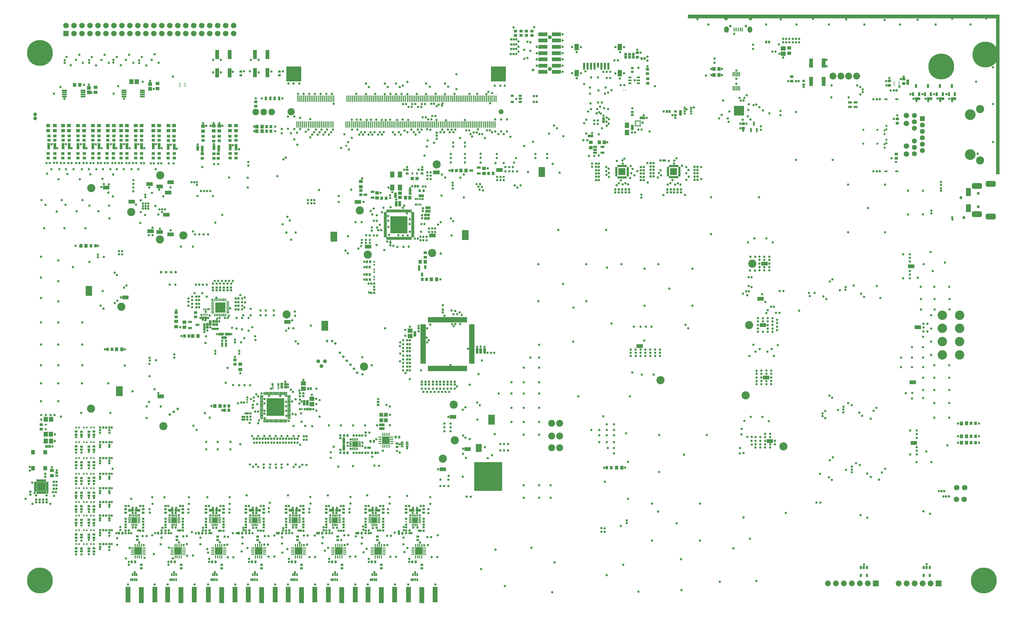
<source format=gts>
G04*
G04 #@! TF.GenerationSoftware,Altium Limited,Altium Designer,20.2.6 (244)*
G04*
G04 Layer_Color=8388736*
%FSLAX25Y25*%
%MOIN*%
G70*
G04*
G04 #@! TF.SameCoordinates,7BFF7E2D-F564-4378-804B-9DD5228BFDDE*
G04*
G04*
G04 #@! TF.FilePolarity,Negative*
G04*
G01*
G75*
%ADD25C,0.00945*%
%ADD44R,0.03543X0.02953*%
%ADD45R,0.00984X0.01968*%
%ADD46R,0.00984X0.00591*%
%ADD47R,0.03850X0.02200*%
%ADD50R,0.05709X0.07874*%
%ADD51R,0.03150X0.05906*%
%ADD53R,0.01400X0.07900*%
%ADD60R,0.02600X0.00900*%
%ADD61R,0.06299X0.19291*%
%ADD62R,0.05906X0.20472*%
%ADD64R,0.02300X0.05200*%
%ADD66R,0.01772X0.05118*%
%ADD68R,0.02047X0.02047*%
%ADD75R,0.02165X0.01772*%
%ADD80R,0.01968X0.01968*%
%ADD85R,0.04375X0.02365*%
%ADD90R,0.03956X0.01535*%
%ADD91R,0.01535X0.03956*%
%ADD96R,0.01968X0.01968*%
%ADD101R,0.02953X0.03543*%
%ADD106R,0.00100X0.00100*%
%ADD107R,0.01200X0.03200*%
%ADD108R,0.03200X0.01200*%
%ADD111R,0.00100X0.00100*%
%ADD121R,0.02362X0.03150*%
%ADD122R,0.03150X0.02362*%
%ADD126R,0.01787X0.02642*%
%ADD127R,0.12524X0.12492*%
%ADD128R,0.04540X0.02965*%
%ADD129R,0.03398X0.03241*%
%ADD130R,0.03241X0.03398*%
%ADD131R,0.02965X0.04540*%
%ADD132R,0.05131X0.03162*%
%ADD133R,0.05328X0.06509*%
%ADD134R,0.01883X0.01784*%
%ADD135R,0.01784X0.01883*%
%ADD136R,0.08280X0.05131*%
%ADD137R,0.04343X0.03556*%
%ADD138R,0.04540X0.03950*%
%ADD139R,0.18500X0.18900*%
%ADD140R,0.06312X0.01981*%
%ADD141R,0.03950X0.04540*%
G04:AMPARAMS|DCode=142|XSize=29.65mil|YSize=39.5mil|CornerRadius=5.95mil|HoleSize=0mil|Usage=FLASHONLY|Rotation=0.000|XOffset=0mil|YOffset=0mil|HoleType=Round|Shape=RoundedRectangle|*
%AMROUNDEDRECTD142*
21,1,0.02965,0.02760,0,0,0.0*
21,1,0.01776,0.03950,0,0,0.0*
1,1,0.01190,0.00888,-0.01380*
1,1,0.01190,-0.00888,-0.01380*
1,1,0.01190,-0.00888,0.01380*
1,1,0.01190,0.00888,0.01380*
%
%ADD142ROUNDEDRECTD142*%
%ADD143R,0.04737X0.11824*%
%ADD144R,0.03162X0.02965*%
G04:AMPARAMS|DCode=145|XSize=29.65mil|YSize=39.5mil|CornerRadius=5.95mil|HoleSize=0mil|Usage=FLASHONLY|Rotation=270.000|XOffset=0mil|YOffset=0mil|HoleType=Round|Shape=RoundedRectangle|*
%AMROUNDEDRECTD145*
21,1,0.02965,0.02760,0,0,270.0*
21,1,0.01776,0.03950,0,0,270.0*
1,1,0.01190,-0.01380,-0.00888*
1,1,0.01190,-0.01380,0.00888*
1,1,0.01190,0.01380,0.00888*
1,1,0.01190,0.01380,-0.00888*
%
%ADD145ROUNDEDRECTD145*%
%ADD146R,0.01981X0.03556*%
%ADD147R,0.04540X0.04147*%
%ADD148R,0.05328X0.06312*%
%ADD149O,0.01654X0.05787*%
%ADD150R,0.04737X0.04934*%
%ADD151R,0.11627X0.04737*%
%ADD152R,0.02847X0.03635*%
%ADD153R,0.02572X0.02965*%
%ADD154R,0.05906X0.02165*%
%ADD155R,0.02965X0.02572*%
%ADD156R,0.04737X0.05524*%
%ADD157R,0.02965X0.02965*%
%ADD158R,0.03084X0.03398*%
%ADD159R,0.03123X0.03241*%
%ADD160R,0.06312X0.05721*%
%ADD161R,0.05721X0.06312*%
%ADD162O,0.01784X0.04343*%
%ADD163O,0.04343X0.01784*%
%ADD164R,0.21272X0.21272*%
%ADD165R,0.10839X0.10839*%
%ADD166O,0.01784X0.03950*%
%ADD167O,0.03950X0.01784*%
%ADD168R,0.09068X0.09068*%
%ADD169R,0.02178X0.02769*%
%ADD170R,0.02769X0.02178*%
%ADD171R,0.09449X0.09449*%
%ADD172R,0.09449X0.09449*%
%ADD173O,0.01587X0.04343*%
%ADD174O,0.04343X0.01587*%
%ADD175R,0.22453X0.22453*%
%ADD176R,0.03241X0.03123*%
%ADD177R,0.03635X0.02847*%
%ADD178R,0.03398X0.03084*%
%ADD179R,0.06706X0.01981*%
%ADD180R,0.01981X0.06706*%
%ADD181R,0.04540X0.03162*%
%ADD182R,0.05131X0.04737*%
G04:AMPARAMS|DCode=183|XSize=15.87mil|YSize=25.72mil|CornerRadius=5.97mil|HoleSize=0mil|Usage=FLASHONLY|Rotation=180.000|XOffset=0mil|YOffset=0mil|HoleType=Round|Shape=RoundedRectangle|*
%AMROUNDEDRECTD183*
21,1,0.01587,0.01378,0,0,180.0*
21,1,0.00394,0.02572,0,0,180.0*
1,1,0.01194,-0.00197,0.00689*
1,1,0.01194,0.00197,0.00689*
1,1,0.01194,0.00197,-0.00689*
1,1,0.01194,-0.00197,-0.00689*
%
%ADD183ROUNDEDRECTD183*%
%ADD184R,0.06312X0.05328*%
%ADD185R,0.03556X0.02178*%
%ADD186R,0.12800X0.12800*%
%ADD187R,0.04737X0.04343*%
%ADD188R,0.03556X0.01981*%
%ADD189R,0.01968X0.02362*%
%ADD190R,0.03556X0.04343*%
%ADD191R,0.02965X0.03162*%
%ADD192R,0.03753X0.02572*%
%ADD193R,0.02965X0.04540*%
%ADD194R,0.03162X0.04934*%
%ADD195R,0.04343X0.04737*%
%ADD196R,0.03162X0.04540*%
%ADD197R,0.05721X0.07690*%
%ADD198R,0.04147X0.04343*%
%ADD199R,0.04147X0.04540*%
%ADD200R,0.04540X0.02965*%
G04:AMPARAMS|DCode=201|XSize=15.87mil|YSize=25.72mil|CornerRadius=5.97mil|HoleSize=0mil|Usage=FLASHONLY|Rotation=90.000|XOffset=0mil|YOffset=0mil|HoleType=Round|Shape=RoundedRectangle|*
%AMROUNDEDRECTD201*
21,1,0.01587,0.01378,0,0,90.0*
21,1,0.00394,0.02572,0,0,90.0*
1,1,0.01194,0.00689,0.00197*
1,1,0.01194,0.00689,-0.00197*
1,1,0.01194,-0.00689,-0.00197*
1,1,0.01194,-0.00689,0.00197*
%
%ADD201ROUNDEDRECTD201*%
%ADD202C,0.01030*%
%ADD203C,0.06300*%
%ADD204C,0.09100*%
%ADD205C,0.03654*%
G04:AMPARAMS|DCode=206|XSize=70.99mil|YSize=128.08mil|CornerRadius=19.75mil|HoleSize=0mil|Usage=FLASHONLY|Rotation=90.000|XOffset=0mil|YOffset=0mil|HoleType=Round|Shape=RoundedRectangle|*
%AMROUNDEDRECTD206*
21,1,0.07099,0.08858,0,0,90.0*
21,1,0.03150,0.12808,0,0,90.0*
1,1,0.03950,0.04429,0.01575*
1,1,0.03950,0.04429,-0.01575*
1,1,0.03950,-0.04429,-0.01575*
1,1,0.03950,-0.04429,0.01575*
%
%ADD206ROUNDEDRECTD206*%
%ADD207C,0.10249*%
%ADD208R,0.07296X0.07296*%
%ADD209C,0.07296*%
%ADD210R,0.07001X0.07001*%
%ADD211C,0.07001*%
G04:AMPARAMS|DCode=212|XSize=45.28mil|YSize=70.87mil|CornerRadius=22.64mil|HoleSize=0mil|Usage=FLASHONLY|Rotation=180.000|XOffset=0mil|YOffset=0mil|HoleType=Round|Shape=RoundedRectangle|*
%AMROUNDEDRECTD212*
21,1,0.04528,0.02559,0,0,180.0*
21,1,0.00000,0.07087,0,0,180.0*
1,1,0.04528,0.00000,0.01280*
1,1,0.04528,0.00000,0.01280*
1,1,0.04528,0.00000,-0.01280*
1,1,0.04528,0.00000,-0.01280*
%
%ADD212ROUNDEDRECTD212*%
G04:AMPARAMS|DCode=213|XSize=57.09mil|YSize=78.74mil|CornerRadius=28.54mil|HoleSize=0mil|Usage=FLASHONLY|Rotation=180.000|XOffset=0mil|YOffset=0mil|HoleType=Round|Shape=RoundedRectangle|*
%AMROUNDEDRECTD213*
21,1,0.05709,0.02165,0,0,180.0*
21,1,0.00000,0.07874,0,0,180.0*
1,1,0.05709,0.00000,0.01083*
1,1,0.05709,0.00000,0.01083*
1,1,0.05709,0.00000,-0.01083*
1,1,0.05709,0.00000,-0.01083*
%
%ADD213ROUNDEDRECTD213*%
%ADD214C,0.03150*%
%ADD215C,0.11800*%
%ADD216C,0.05052*%
%ADD217C,0.06312*%
%ADD218C,0.32296*%
%ADD219C,0.06800*%
%ADD220C,0.08674*%
%ADD221R,0.06312X0.06312*%
%ADD222C,0.06824*%
%ADD223C,0.13398*%
%ADD224C,0.02800*%
%ADD225C,0.04737*%
%ADD226C,0.08280*%
%ADD227C,0.02965*%
%ADD228C,0.04800*%
%ADD229C,0.03800*%
%ADD230C,0.03300*%
%ADD231C,0.02700*%
%ADD232C,0.03556*%
%ADD233C,0.02965*%
%ADD234C,0.02600*%
G36*
X1229493Y838671D02*
X1229500Y638600D01*
X1225065D01*
X1225065Y833842D01*
X839192Y833938D01*
X839192Y838671D01*
X1229493Y838671D01*
D02*
G37*
G36*
X660174Y647369D02*
X660174Y635335D01*
X651911Y635335D01*
Y647708D01*
X659820Y647722D01*
X660174Y647369D01*
D02*
G37*
G36*
X564345Y568335D02*
X564345Y556301D01*
X556081Y556301D01*
Y568674D01*
X563991Y568688D01*
X564345Y568335D01*
D02*
G37*
G36*
X399740Y554256D02*
X391830Y554242D01*
X391476Y554595D01*
X391476Y566630D01*
X399740Y566630D01*
Y554256D01*
D02*
G37*
G36*
X92847Y486183D02*
X84938Y486169D01*
X84584Y486522D01*
X84584Y498557D01*
X92847Y498557D01*
Y486183D01*
D02*
G37*
G36*
X388327Y442660D02*
X380417Y442646D01*
X380063Y442999D01*
X380063Y455033D01*
X388327Y455033D01*
Y442660D01*
D02*
G37*
G36*
X130999Y360638D02*
X123089Y360624D01*
X122735Y360977D01*
X122735Y373011D01*
X130999Y373011D01*
Y360638D01*
D02*
G37*
G36*
X597169Y324912D02*
X589260Y324898D01*
X588906Y325251D01*
X588906Y337286D01*
X597169Y337286D01*
Y324912D01*
D02*
G37*
G36*
X425563Y302775D02*
Y301200D01*
Y299675D01*
Y296938D01*
X418563D01*
Y298100D01*
Y299675D01*
Y301200D01*
Y302775D01*
Y303938D01*
X425563D01*
Y302775D01*
D02*
G37*
G36*
X580707Y290774D02*
X573752Y290761D01*
X573398Y291115D01*
Y300583D01*
X580707D01*
X580707Y290774D01*
D02*
G37*
G36*
X37004Y241911D02*
X37006Y241911D01*
X37014Y241909D01*
X37022Y241908D01*
X37024Y241907D01*
X37026Y241907D01*
X37034Y241903D01*
X37041Y241900D01*
X37043Y241899D01*
X37045Y241898D01*
X37051Y241893D01*
X37058Y241888D01*
X37059Y241886D01*
X37061Y241884D01*
X37066Y241878D01*
X37071Y241871D01*
X37071Y241869D01*
X37073Y241867D01*
X37075Y241860D01*
X37078Y241852D01*
X37079Y241850D01*
X37079Y241848D01*
X37080Y241840D01*
X37081Y241832D01*
X37081Y241829D01*
X37081Y241827D01*
X37080Y241819D01*
X37078Y241811D01*
X37078Y241809D01*
X37077Y241807D01*
X37074Y241799D01*
X37071Y241792D01*
X37069Y241790D01*
X37068Y241788D01*
X37063Y241782D01*
X37058Y241775D01*
X37056Y241774D01*
X37055Y241772D01*
X37048Y241768D01*
X37041Y241763D01*
X37039Y241762D01*
X37038Y241761D01*
X37030Y241758D01*
X37022Y241755D01*
X37020Y241755D01*
X37018Y241754D01*
X37008Y241752D01*
X37001Y241742D01*
X36989Y241716D01*
X36977Y241676D01*
X36966Y241623D01*
X36957Y241558D01*
X36946Y241390D01*
X36945Y241289D01*
X36944Y241279D01*
X36942Y241269D01*
X36942Y241269D01*
X36942Y241268D01*
X36938Y241259D01*
X36934Y241250D01*
X36934Y241250D01*
X36934Y241249D01*
X36928Y241241D01*
X36922Y241233D01*
X36921Y241233D01*
X36921Y241233D01*
X36913Y241227D01*
X36905Y241221D01*
X36905Y241221D01*
X36904Y241220D01*
X36895Y241217D01*
X36886Y241213D01*
X36886Y241213D01*
X36885Y241213D01*
X36875Y241212D01*
X36865Y241210D01*
X36078D01*
X36068Y241212D01*
X36059Y241213D01*
X36058Y241213D01*
X36057Y241213D01*
X36048Y241217D01*
X36039Y241220D01*
X36039Y241221D01*
X36038Y241221D01*
X36031Y241227D01*
X36023Y241233D01*
X36022Y241233D01*
X36022Y241233D01*
X36016Y241242D01*
X36010Y241249D01*
X36010Y241250D01*
X36009Y241250D01*
X36005Y241259D01*
X36002Y241268D01*
X36002Y241269D01*
X36001Y241269D01*
X36000Y241279D01*
X35999Y241289D01*
X35997Y241389D01*
X35978Y241625D01*
X35967Y241676D01*
X35955Y241716D01*
X35943Y241742D01*
X35935Y241752D01*
X35926Y241754D01*
X35924Y241755D01*
X35921Y241755D01*
X35914Y241758D01*
X35906Y241761D01*
X35904Y241762D01*
X35902Y241763D01*
X35896Y241768D01*
X35889Y241772D01*
X35888Y241774D01*
X35886Y241775D01*
X35881Y241782D01*
X35875Y241788D01*
X35875Y241790D01*
X35873Y241792D01*
X35870Y241799D01*
X35866Y241807D01*
X35866Y241809D01*
X35865Y241811D01*
X35864Y241819D01*
X35863Y241827D01*
X35863Y241829D01*
X35862Y241832D01*
X35864Y241840D01*
X35864Y241848D01*
X35865Y241850D01*
X35865Y241852D01*
X35868Y241860D01*
X35871Y241867D01*
X35872Y241869D01*
X35873Y241871D01*
X35878Y241878D01*
X35883Y241884D01*
X35884Y241886D01*
X35886Y241888D01*
X35892Y241893D01*
X35899Y241898D01*
X35901Y241899D01*
X35902Y241900D01*
X35910Y241903D01*
X35917Y241907D01*
X35919Y241907D01*
X35921Y241908D01*
X35930Y241909D01*
X35938Y241911D01*
X35940Y241911D01*
X35942Y241911D01*
X37002D01*
X37004Y241911D01*
D02*
G37*
G36*
X606494Y241956D02*
X571619Y241894D01*
X571265Y242247D01*
X571265Y277783D01*
X606494Y277783D01*
X606494Y241956D01*
D02*
G37*
G36*
X500606Y207578D02*
Y206003D01*
Y204478D01*
Y201740D01*
X493606D01*
Y202903D01*
Y204478D01*
Y206003D01*
Y207578D01*
Y208740D01*
X500606D01*
Y207578D01*
D02*
G37*
G36*
X449854D02*
Y206003D01*
Y204478D01*
Y201740D01*
X442854D01*
Y202903D01*
Y204478D01*
Y206003D01*
Y207578D01*
Y208740D01*
X449854D01*
Y207578D01*
D02*
G37*
G36*
X400374D02*
Y206003D01*
Y204478D01*
Y201740D01*
X393374D01*
Y202903D01*
Y204478D01*
Y206003D01*
Y207578D01*
Y208740D01*
X400374D01*
Y207578D01*
D02*
G37*
G36*
X350067D02*
Y206003D01*
Y204478D01*
Y201740D01*
X343067D01*
Y202903D01*
Y204478D01*
Y206003D01*
Y207578D01*
Y208740D01*
X350067D01*
Y207578D01*
D02*
G37*
G36*
X299976D02*
Y206003D01*
Y204478D01*
Y201740D01*
X292976D01*
Y202903D01*
Y204478D01*
Y206003D01*
Y207578D01*
Y208740D01*
X299976D01*
Y207578D01*
D02*
G37*
G36*
X249961D02*
Y206003D01*
Y204478D01*
Y201740D01*
X242961D01*
Y202903D01*
Y204478D01*
Y206003D01*
Y207578D01*
Y208740D01*
X249961D01*
Y207578D01*
D02*
G37*
G36*
X199016D02*
Y206003D01*
Y204478D01*
Y201740D01*
X192016D01*
Y202903D01*
Y204478D01*
Y206003D01*
Y207578D01*
Y208740D01*
X199016D01*
Y207578D01*
D02*
G37*
G36*
X149141D02*
Y206003D01*
Y204478D01*
Y201740D01*
X142141D01*
Y204478D01*
Y206003D01*
Y207578D01*
Y208740D01*
X149141D01*
Y207578D01*
D02*
G37*
G36*
X494241Y131575D02*
X494245Y131575D01*
X494251Y131574D01*
X494257Y131573D01*
X494261Y131571D01*
X494265Y131570D01*
X494271Y131567D01*
X494277Y131565D01*
X494280Y131562D01*
X494283Y131560D01*
X494288Y131556D01*
X494293Y131552D01*
X494296Y131549D01*
X494299Y131546D01*
X494302Y131541D01*
X494306Y131536D01*
X494307Y131532D01*
X494309Y131528D01*
X494311Y131522D01*
X494313Y131517D01*
X494314Y131512D01*
X494315Y131508D01*
X494315Y131502D01*
X494316Y131496D01*
Y131183D01*
X494362Y131182D01*
X494370Y131180D01*
X494379Y131179D01*
X494381Y131178D01*
X494382Y131178D01*
X494390Y131175D01*
X494399Y131171D01*
X494400Y131170D01*
X494401Y131170D01*
X494408Y131164D01*
X494415Y131159D01*
X494416Y131157D01*
X494417Y131157D01*
X494422Y131149D01*
X494428Y131142D01*
X494428Y131141D01*
X494429Y131140D01*
X494432Y131131D01*
X494436Y131123D01*
X494436Y131122D01*
X494436Y131120D01*
X494437Y131111D01*
X494438Y131103D01*
X494440Y130315D01*
X494439Y130306D01*
X494438Y130297D01*
X494437Y130296D01*
X494437Y130295D01*
X494434Y130286D01*
X494430Y130278D01*
X494430Y130277D01*
X494429Y130275D01*
X494424Y130268D01*
X494418Y130261D01*
X494417Y130260D01*
X494417Y130259D01*
X494409Y130253D01*
X494402Y130248D01*
X494401Y130247D01*
X494400Y130246D01*
X494392Y130243D01*
X494384Y130239D01*
X494382Y130239D01*
X494381Y130238D01*
X494372Y130237D01*
X494363Y130236D01*
X494316Y130234D01*
Y129921D01*
X494315Y129915D01*
X494315Y129909D01*
X494314Y129905D01*
X494313Y129901D01*
X494311Y129895D01*
X494309Y129889D01*
X494307Y129885D01*
X494306Y129882D01*
X494302Y129877D01*
X494299Y129871D01*
X494296Y129868D01*
X494293Y129865D01*
X494288Y129861D01*
X494283Y129857D01*
X494280Y129855D01*
X494277Y129852D01*
X494271Y129850D01*
X494265Y129847D01*
X494261Y129846D01*
X494257Y129845D01*
X494251Y129844D01*
X494245Y129842D01*
X494241Y129842D01*
X494237Y129842D01*
X494231Y129843D01*
X494224Y129843D01*
X494220Y129844D01*
X494216Y129845D01*
X494210Y129847D01*
X494205Y129849D01*
X494201Y129851D01*
X494197Y129852D01*
X494192Y129856D01*
X494187Y129859D01*
X494184Y129862D01*
X494181Y129865D01*
X494177Y129870D01*
X494173Y129875D01*
X494171Y129878D01*
X494168Y129882D01*
X494166Y129887D01*
X494163Y129893D01*
X494162Y129897D01*
X494160Y129901D01*
X494159Y129907D01*
X494158Y129913D01*
X494151Y129978D01*
X494133Y130027D01*
X494104Y130070D01*
X494061Y130109D01*
X494001Y130145D01*
X493949Y130166D01*
X493905Y130150D01*
X493825Y130113D01*
X493747Y130069D01*
X493673Y130018D01*
X493601Y129960D01*
X493531Y129893D01*
X493523Y129887D01*
X493516Y129882D01*
X493515Y129881D01*
X493514Y129880D01*
X493505Y129877D01*
X493497Y129874D01*
X493496Y129874D01*
X493494Y129873D01*
X493485Y129872D01*
X493476Y129871D01*
X493475Y129871D01*
X493474Y129871D01*
X493465Y129872D01*
X493456Y129874D01*
X493454Y129874D01*
X493453Y129874D01*
X493445Y129878D01*
X493436Y129881D01*
X493435Y129882D01*
X493434Y129883D01*
X493427Y129888D01*
X493420Y129894D01*
X493419Y129895D01*
X493418Y129896D01*
X493413Y129903D01*
X493407Y129911D01*
X493407Y129912D01*
X493406Y129912D01*
X493403Y129921D01*
X493399Y129930D01*
X493399Y129931D01*
X493399Y129932D01*
X493398Y129941D01*
X493397Y129950D01*
X493396Y130247D01*
X493396Y130247D01*
X493389Y130253D01*
X493381Y130259D01*
X493381Y130260D01*
X493380Y130260D01*
X493374Y130268D01*
X493369Y130275D01*
X493368Y130276D01*
X493368Y130277D01*
X493364Y130286D01*
X493361Y130294D01*
X493361Y130295D01*
X493360Y130296D01*
X493359Y130306D01*
X493358Y130315D01*
Y131102D01*
X493359Y131112D01*
X493360Y131121D01*
X493361Y131122D01*
X493361Y131123D01*
X493364Y131131D01*
X493368Y131140D01*
X493368Y131141D01*
X493369Y131142D01*
X493374Y131149D01*
X493380Y131157D01*
X493381Y131158D01*
X493381Y131158D01*
X493389Y131164D01*
X493395Y131169D01*
X493394Y131466D01*
X493395Y131475D01*
X493396Y131484D01*
X493397Y131485D01*
X493397Y131486D01*
X493400Y131495D01*
X493404Y131504D01*
X493404Y131505D01*
X493405Y131506D01*
X493410Y131513D01*
X493416Y131521D01*
X493417Y131521D01*
X493417Y131522D01*
X493425Y131528D01*
X493432Y131534D01*
X493433Y131534D01*
X493434Y131535D01*
X493442Y131538D01*
X493451Y131542D01*
X493452Y131542D01*
X493453Y131543D01*
X493462Y131544D01*
X493471Y131545D01*
X493472Y131545D01*
X493473Y131545D01*
X493482Y131544D01*
X493492Y131543D01*
X493493Y131543D01*
X493494Y131543D01*
X493503Y131539D01*
X493511Y131536D01*
X493512Y131535D01*
X493513Y131535D01*
X493520Y131529D01*
X493528Y131524D01*
X493599Y131457D01*
X493671Y131399D01*
X493745Y131348D01*
X493823Y131304D01*
X493904Y131267D01*
X493948Y131251D01*
X494001Y131272D01*
X494061Y131308D01*
X494104Y131348D01*
X494133Y131391D01*
X494151Y131439D01*
X494158Y131504D01*
X494159Y131510D01*
X494160Y131517D01*
X494162Y131520D01*
X494163Y131525D01*
X494166Y131530D01*
X494168Y131536D01*
X494171Y131539D01*
X494173Y131543D01*
X494177Y131547D01*
X494181Y131552D01*
X494184Y131555D01*
X494187Y131558D01*
X494192Y131561D01*
X494197Y131565D01*
X494201Y131567D01*
X494205Y131569D01*
X494210Y131570D01*
X494216Y131573D01*
X494220Y131573D01*
X494224Y131574D01*
X494231Y131575D01*
X494237Y131576D01*
X494241Y131575D01*
D02*
G37*
G36*
X443142D02*
X443147Y131575D01*
X443153Y131574D01*
X443159Y131573D01*
X443163Y131571D01*
X443167Y131570D01*
X443172Y131567D01*
X443178Y131565D01*
X443181Y131562D01*
X443185Y131560D01*
X443189Y131556D01*
X443194Y131552D01*
X443197Y131549D01*
X443200Y131546D01*
X443203Y131541D01*
X443207Y131536D01*
X443209Y131532D01*
X443211Y131528D01*
X443213Y131522D01*
X443215Y131517D01*
X443215Y131512D01*
X443217Y131508D01*
X443217Y131502D01*
X443218Y131496D01*
Y131183D01*
X443263Y131182D01*
X443272Y131180D01*
X443281Y131179D01*
X443282Y131178D01*
X443284Y131178D01*
X443292Y131175D01*
X443300Y131171D01*
X443301Y131170D01*
X443302Y131170D01*
X443309Y131164D01*
X443317Y131159D01*
X443317Y131157D01*
X443319Y131157D01*
X443324Y131149D01*
X443329Y131142D01*
X443330Y131141D01*
X443330Y131140D01*
X443334Y131131D01*
X443337Y131123D01*
X443337Y131122D01*
X443338Y131120D01*
X443339Y131111D01*
X443340Y131103D01*
X443341Y130315D01*
X443340Y130306D01*
X443339Y130297D01*
X443339Y130296D01*
X443338Y130295D01*
X443335Y130286D01*
X443332Y130278D01*
X443331Y130277D01*
X443331Y130275D01*
X443325Y130268D01*
X443320Y130261D01*
X443319Y130260D01*
X443318Y130259D01*
X443311Y130253D01*
X443304Y130248D01*
X443303Y130247D01*
X443302Y130246D01*
X443293Y130243D01*
X443285Y130239D01*
X443284Y130239D01*
X443282Y130238D01*
X443273Y130237D01*
X443264Y130236D01*
X443218Y130234D01*
Y129921D01*
X443217Y129915D01*
X443217Y129909D01*
X443215Y129905D01*
X443215Y129901D01*
X443213Y129895D01*
X443211Y129889D01*
X443209Y129885D01*
X443207Y129882D01*
X443203Y129877D01*
X443200Y129871D01*
X443197Y129868D01*
X443194Y129865D01*
X443189Y129861D01*
X443185Y129857D01*
X443181Y129855D01*
X443178Y129852D01*
X443172Y129850D01*
X443167Y129847D01*
X443163Y129846D01*
X443159Y129845D01*
X443153Y129844D01*
X443147Y129842D01*
X443142Y129842D01*
X443138Y129842D01*
X443132Y129843D01*
X443126Y129843D01*
X443122Y129844D01*
X443118Y129845D01*
X443112Y129847D01*
X443106Y129849D01*
X443102Y129851D01*
X443098Y129852D01*
X443094Y129856D01*
X443088Y129859D01*
X443085Y129862D01*
X443082Y129865D01*
X443078Y129870D01*
X443074Y129875D01*
X443072Y129878D01*
X443069Y129882D01*
X443067Y129887D01*
X443064Y129893D01*
X443063Y129897D01*
X443061Y129901D01*
X443061Y129907D01*
X443059Y129913D01*
X443052Y129978D01*
X443035Y130027D01*
X443006Y130070D01*
X442963Y130109D01*
X442903Y130145D01*
X442851Y130166D01*
X442807Y130150D01*
X442726Y130113D01*
X442649Y130069D01*
X442574Y130018D01*
X442503Y129960D01*
X442432Y129893D01*
X442425Y129887D01*
X442417Y129882D01*
X442416Y129881D01*
X442415Y129880D01*
X442407Y129877D01*
X442398Y129874D01*
X442397Y129874D01*
X442396Y129873D01*
X442387Y129872D01*
X442377Y129871D01*
X442376Y129871D01*
X442375Y129871D01*
X442366Y129872D01*
X442357Y129874D01*
X442356Y129874D01*
X442355Y129874D01*
X442346Y129878D01*
X442338Y129881D01*
X442337Y129882D01*
X442336Y129883D01*
X442329Y129888D01*
X442321Y129894D01*
X442321Y129895D01*
X442320Y129896D01*
X442314Y129903D01*
X442309Y129911D01*
X442308Y129912D01*
X442308Y129912D01*
X442304Y129921D01*
X442301Y129930D01*
X442301Y129931D01*
X442300Y129932D01*
X442299Y129941D01*
X442298Y129950D01*
X442297Y130247D01*
X442297Y130247D01*
X442290Y130253D01*
X442283Y130259D01*
X442282Y130260D01*
X442281Y130260D01*
X442276Y130268D01*
X442270Y130275D01*
X442270Y130276D01*
X442269Y130277D01*
X442266Y130286D01*
X442262Y130294D01*
X442262Y130295D01*
X442262Y130296D01*
X442261Y130306D01*
X442259Y130315D01*
Y131102D01*
X442261Y131112D01*
X442262Y131121D01*
X442262Y131122D01*
X442262Y131123D01*
X442266Y131131D01*
X442269Y131140D01*
X442270Y131141D01*
X442270Y131142D01*
X442276Y131149D01*
X442281Y131157D01*
X442282Y131158D01*
X442283Y131158D01*
X442290Y131164D01*
X442296Y131169D01*
X442296Y131466D01*
X442297Y131475D01*
X442298Y131484D01*
X442298Y131485D01*
X442298Y131486D01*
X442302Y131495D01*
X442305Y131504D01*
X442306Y131505D01*
X442306Y131506D01*
X442312Y131513D01*
X442317Y131521D01*
X442318Y131521D01*
X442319Y131522D01*
X442326Y131528D01*
X442333Y131534D01*
X442334Y131534D01*
X442335Y131535D01*
X442344Y131538D01*
X442352Y131542D01*
X442353Y131542D01*
X442354Y131543D01*
X442363Y131544D01*
X442373Y131545D01*
X442374Y131545D01*
X442375Y131545D01*
X442384Y131544D01*
X442393Y131543D01*
X442394Y131543D01*
X442395Y131543D01*
X442404Y131539D01*
X442413Y131536D01*
X442414Y131535D01*
X442415Y131535D01*
X442422Y131529D01*
X442429Y131524D01*
X442500Y131457D01*
X442572Y131399D01*
X442647Y131348D01*
X442725Y131304D01*
X442805Y131267D01*
X442850Y131251D01*
X442903Y131272D01*
X442963Y131308D01*
X443006Y131348D01*
X443035Y131391D01*
X443052Y131439D01*
X443059Y131504D01*
X443061Y131510D01*
X443061Y131517D01*
X443063Y131520D01*
X443064Y131525D01*
X443067Y131530D01*
X443069Y131536D01*
X443072Y131539D01*
X443074Y131543D01*
X443078Y131547D01*
X443082Y131552D01*
X443085Y131555D01*
X443088Y131558D01*
X443094Y131561D01*
X443098Y131565D01*
X443102Y131567D01*
X443106Y131569D01*
X443112Y131570D01*
X443118Y131573D01*
X443122Y131573D01*
X443126Y131574D01*
X443132Y131575D01*
X443138Y131576D01*
X443142Y131575D01*
D02*
G37*
G36*
X393931D02*
X393935Y131575D01*
X393941Y131574D01*
X393947Y131573D01*
X393951Y131571D01*
X393955Y131570D01*
X393961Y131567D01*
X393967Y131565D01*
X393970Y131562D01*
X393974Y131560D01*
X393978Y131556D01*
X393983Y131552D01*
X393986Y131549D01*
X393989Y131546D01*
X393992Y131541D01*
X393996Y131536D01*
X393997Y131532D01*
X394000Y131528D01*
X394001Y131522D01*
X394004Y131517D01*
X394004Y131512D01*
X394005Y131508D01*
X394005Y131502D01*
X394006Y131496D01*
Y131183D01*
X394052Y131182D01*
X394060Y131180D01*
X394070Y131179D01*
X394071Y131178D01*
X394072Y131178D01*
X394080Y131175D01*
X394089Y131171D01*
X394090Y131170D01*
X394091Y131170D01*
X394098Y131164D01*
X394105Y131159D01*
X394106Y131157D01*
X394107Y131157D01*
X394112Y131149D01*
X394118Y131142D01*
X394118Y131141D01*
X394119Y131140D01*
X394122Y131131D01*
X394126Y131123D01*
X394126Y131122D01*
X394127Y131120D01*
X394127Y131111D01*
X394128Y131103D01*
X394130Y130315D01*
X394129Y130306D01*
X394128Y130297D01*
X394127Y130296D01*
X394127Y130295D01*
X394124Y130286D01*
X394121Y130278D01*
X394120Y130277D01*
X394119Y130275D01*
X394114Y130268D01*
X394109Y130261D01*
X394108Y130260D01*
X394107Y130259D01*
X394099Y130253D01*
X394092Y130248D01*
X394091Y130247D01*
X394090Y130246D01*
X394082Y130243D01*
X394074Y130239D01*
X394072Y130239D01*
X394071Y130238D01*
X394062Y130237D01*
X394053Y130236D01*
X394006Y130234D01*
Y129921D01*
X394005Y129915D01*
X394005Y129909D01*
X394004Y129905D01*
X394004Y129901D01*
X394001Y129895D01*
X394000Y129889D01*
X393997Y129885D01*
X393996Y129882D01*
X393992Y129877D01*
X393989Y129871D01*
X393986Y129868D01*
X393983Y129865D01*
X393978Y129861D01*
X393974Y129857D01*
X393970Y129855D01*
X393967Y129852D01*
X393961Y129850D01*
X393955Y129847D01*
X393951Y129846D01*
X393947Y129845D01*
X393941Y129844D01*
X393935Y129842D01*
X393931Y129842D01*
X393927Y129842D01*
X393921Y129843D01*
X393915Y129843D01*
X393911Y129844D01*
X393906Y129845D01*
X393901Y129847D01*
X393895Y129849D01*
X393891Y129851D01*
X393887Y129852D01*
X393882Y129856D01*
X393877Y129859D01*
X393874Y129862D01*
X393871Y129865D01*
X393867Y129870D01*
X393863Y129875D01*
X393861Y129878D01*
X393858Y129882D01*
X393856Y129887D01*
X393853Y129893D01*
X393852Y129897D01*
X393850Y129901D01*
X393849Y129907D01*
X393848Y129913D01*
X393841Y129978D01*
X393824Y130027D01*
X393794Y130070D01*
X393751Y130109D01*
X393691Y130145D01*
X393639Y130166D01*
X393596Y130150D01*
X393515Y130113D01*
X393437Y130069D01*
X393363Y130018D01*
X393291Y129960D01*
X393221Y129893D01*
X393213Y129887D01*
X393206Y129882D01*
X393205Y129881D01*
X393204Y129880D01*
X393195Y129877D01*
X393187Y129874D01*
X393186Y129874D01*
X393184Y129873D01*
X393175Y129872D01*
X393166Y129871D01*
X393165Y129871D01*
X393164Y129871D01*
X393155Y129872D01*
X393146Y129874D01*
X393144Y129874D01*
X393144Y129874D01*
X393135Y129878D01*
X393126Y129881D01*
X393126Y129882D01*
X393125Y129883D01*
X393117Y129888D01*
X393110Y129894D01*
X393109Y129895D01*
X393108Y129896D01*
X393103Y129903D01*
X393097Y129911D01*
X393097Y129912D01*
X393096Y129912D01*
X393093Y129921D01*
X393089Y129930D01*
X393089Y129931D01*
X393089Y129932D01*
X393088Y129941D01*
X393087Y129950D01*
X393086Y130247D01*
X393086Y130247D01*
X393079Y130253D01*
X393071Y130259D01*
X393071Y130260D01*
X393070Y130260D01*
X393064Y130268D01*
X393059Y130275D01*
X393058Y130276D01*
X393058Y130277D01*
X393054Y130286D01*
X393051Y130294D01*
X393051Y130295D01*
X393050Y130296D01*
X393049Y130306D01*
X393048Y130315D01*
Y131102D01*
X393049Y131112D01*
X393050Y131121D01*
X393051Y131122D01*
X393051Y131123D01*
X393054Y131131D01*
X393058Y131140D01*
X393058Y131141D01*
X393059Y131142D01*
X393064Y131149D01*
X393070Y131157D01*
X393071Y131158D01*
X393071Y131158D01*
X393079Y131164D01*
X393085Y131169D01*
X393084Y131466D01*
X393085Y131475D01*
X393086Y131484D01*
X393087Y131485D01*
X393087Y131486D01*
X393090Y131495D01*
X393094Y131504D01*
X393094Y131505D01*
X393095Y131506D01*
X393100Y131513D01*
X393106Y131521D01*
X393107Y131521D01*
X393107Y131522D01*
X393115Y131528D01*
X393122Y131534D01*
X393123Y131534D01*
X393124Y131535D01*
X393132Y131538D01*
X393141Y131542D01*
X393142Y131542D01*
X393143Y131543D01*
X393152Y131544D01*
X393161Y131545D01*
X393162Y131545D01*
X393163Y131545D01*
X393173Y131544D01*
X393182Y131543D01*
X393183Y131543D01*
X393184Y131543D01*
X393193Y131539D01*
X393201Y131536D01*
X393202Y131535D01*
X393203Y131535D01*
X393211Y131529D01*
X393218Y131524D01*
X393289Y131457D01*
X393361Y131399D01*
X393436Y131348D01*
X393513Y131304D01*
X393594Y131267D01*
X393638Y131251D01*
X393691Y131272D01*
X393751Y131308D01*
X393794Y131348D01*
X393824Y131391D01*
X393841Y131439D01*
X393848Y131504D01*
X393849Y131510D01*
X393850Y131517D01*
X393852Y131520D01*
X393853Y131525D01*
X393856Y131530D01*
X393858Y131536D01*
X393861Y131539D01*
X393863Y131543D01*
X393867Y131547D01*
X393871Y131552D01*
X393874Y131555D01*
X393877Y131558D01*
X393882Y131561D01*
X393887Y131565D01*
X393891Y131567D01*
X393895Y131569D01*
X393901Y131570D01*
X393906Y131573D01*
X393911Y131573D01*
X393915Y131574D01*
X393921Y131575D01*
X393927Y131576D01*
X393931Y131575D01*
D02*
G37*
G36*
X343705D02*
X343710Y131575D01*
X343716Y131574D01*
X343722Y131573D01*
X343726Y131571D01*
X343730Y131570D01*
X343735Y131567D01*
X343741Y131565D01*
X343744Y131562D01*
X343748Y131560D01*
X343753Y131556D01*
X343757Y131552D01*
X343760Y131549D01*
X343763Y131546D01*
X343766Y131541D01*
X343770Y131536D01*
X343772Y131532D01*
X343774Y131528D01*
X343776Y131522D01*
X343778Y131517D01*
X343778Y131512D01*
X343780Y131508D01*
X343780Y131502D01*
X343781Y131496D01*
Y131183D01*
X343826Y131182D01*
X343835Y131180D01*
X343844Y131179D01*
X343845Y131178D01*
X343847Y131178D01*
X343855Y131175D01*
X343863Y131171D01*
X343864Y131170D01*
X343865Y131170D01*
X343872Y131164D01*
X343880Y131159D01*
X343880Y131157D01*
X343882Y131157D01*
X343887Y131149D01*
X343892Y131142D01*
X343893Y131141D01*
X343894Y131140D01*
X343897Y131131D01*
X343900Y131123D01*
X343900Y131122D01*
X343901Y131120D01*
X343902Y131111D01*
X343903Y131103D01*
X343904Y130315D01*
X343903Y130306D01*
X343902Y130297D01*
X343902Y130296D01*
X343901Y130295D01*
X343898Y130286D01*
X343895Y130278D01*
X343894Y130277D01*
X343894Y130275D01*
X343888Y130268D01*
X343883Y130261D01*
X343882Y130260D01*
X343881Y130259D01*
X343874Y130253D01*
X343867Y130248D01*
X343866Y130247D01*
X343865Y130246D01*
X343856Y130243D01*
X343848Y130239D01*
X343847Y130239D01*
X343845Y130238D01*
X343836Y130237D01*
X343828Y130236D01*
X343781Y130234D01*
Y129921D01*
X343780Y129915D01*
X343780Y129909D01*
X343778Y129905D01*
X343778Y129901D01*
X343776Y129895D01*
X343774Y129889D01*
X343772Y129885D01*
X343770Y129882D01*
X343766Y129877D01*
X343763Y129871D01*
X343760Y129868D01*
X343757Y129865D01*
X343752Y129861D01*
X343748Y129857D01*
X343744Y129855D01*
X343741Y129852D01*
X343735Y129850D01*
X343730Y129847D01*
X343726Y129846D01*
X343722Y129845D01*
X343716Y129844D01*
X343710Y129842D01*
X343705Y129842D01*
X343701Y129842D01*
X343695Y129843D01*
X343689Y129843D01*
X343685Y129844D01*
X343681Y129845D01*
X343675Y129847D01*
X343669Y129849D01*
X343665Y129851D01*
X343661Y129852D01*
X343657Y129856D01*
X343651Y129859D01*
X343648Y129862D01*
X343645Y129865D01*
X343641Y129870D01*
X343637Y129875D01*
X343635Y129878D01*
X343632Y129882D01*
X343630Y129887D01*
X343627Y129893D01*
X343626Y129897D01*
X343624Y129901D01*
X343624Y129907D01*
X343622Y129913D01*
X343615Y129978D01*
X343598Y130027D01*
X343569Y130070D01*
X343526Y130109D01*
X343466Y130145D01*
X343414Y130166D01*
X343370Y130150D01*
X343289Y130113D01*
X343212Y130069D01*
X343137Y130018D01*
X343066Y129960D01*
X342995Y129893D01*
X342988Y129887D01*
X342980Y129882D01*
X342979Y129881D01*
X342978Y129880D01*
X342970Y129877D01*
X342961Y129874D01*
X342960Y129874D01*
X342959Y129873D01*
X342950Y129872D01*
X342940Y129871D01*
X342939Y129871D01*
X342938Y129871D01*
X342929Y129872D01*
X342920Y129874D01*
X342919Y129874D01*
X342918Y129874D01*
X342909Y129878D01*
X342901Y129881D01*
X342900Y129882D01*
X342899Y129883D01*
X342892Y129888D01*
X342884Y129894D01*
X342884Y129895D01*
X342883Y129896D01*
X342878Y129903D01*
X342872Y129911D01*
X342871Y129912D01*
X342870Y129912D01*
X342867Y129921D01*
X342864Y129930D01*
X342863Y129931D01*
X342863Y129932D01*
X342862Y129941D01*
X342861Y129950D01*
X342860Y130247D01*
X342860Y130247D01*
X342853Y130253D01*
X342846Y130259D01*
X342845Y130260D01*
X342844Y130260D01*
X342839Y130268D01*
X342833Y130275D01*
X342833Y130276D01*
X342832Y130277D01*
X342829Y130286D01*
X342825Y130294D01*
X342825Y130295D01*
X342825Y130296D01*
X342824Y130306D01*
X342822Y130315D01*
Y131102D01*
X342824Y131112D01*
X342825Y131121D01*
X342825Y131122D01*
X342825Y131123D01*
X342829Y131131D01*
X342832Y131140D01*
X342833Y131141D01*
X342833Y131142D01*
X342839Y131149D01*
X342844Y131157D01*
X342845Y131158D01*
X342846Y131158D01*
X342853Y131164D01*
X342859Y131169D01*
X342859Y131466D01*
X342860Y131475D01*
X342861Y131484D01*
X342861Y131485D01*
X342861Y131486D01*
X342865Y131495D01*
X342868Y131504D01*
X342869Y131505D01*
X342869Y131506D01*
X342875Y131513D01*
X342880Y131521D01*
X342881Y131521D01*
X342882Y131522D01*
X342889Y131528D01*
X342896Y131534D01*
X342897Y131534D01*
X342898Y131535D01*
X342906Y131538D01*
X342915Y131542D01*
X342916Y131542D01*
X342917Y131543D01*
X342926Y131544D01*
X342936Y131545D01*
X342937Y131545D01*
X342938Y131545D01*
X342947Y131544D01*
X342956Y131543D01*
X342957Y131543D01*
X342958Y131543D01*
X342967Y131539D01*
X342976Y131536D01*
X342976Y131535D01*
X342977Y131535D01*
X342985Y131529D01*
X342992Y131524D01*
X343063Y131457D01*
X343135Y131399D01*
X343210Y131348D01*
X343287Y131304D01*
X343368Y131267D01*
X343413Y131251D01*
X343466Y131272D01*
X343526Y131308D01*
X343569Y131348D01*
X343598Y131391D01*
X343615Y131439D01*
X343622Y131504D01*
X343624Y131510D01*
X343624Y131517D01*
X343626Y131520D01*
X343627Y131525D01*
X343630Y131530D01*
X343632Y131536D01*
X343635Y131539D01*
X343637Y131543D01*
X343641Y131547D01*
X343645Y131552D01*
X343648Y131555D01*
X343651Y131558D01*
X343657Y131561D01*
X343661Y131565D01*
X343665Y131567D01*
X343669Y131569D01*
X343675Y131570D01*
X343681Y131573D01*
X343685Y131573D01*
X343689Y131574D01*
X343695Y131575D01*
X343701Y131576D01*
X343705Y131575D01*
D02*
G37*
G36*
X293632D02*
X293637Y131575D01*
X293643Y131574D01*
X293649Y131573D01*
X293653Y131571D01*
X293657Y131570D01*
X293662Y131567D01*
X293668Y131565D01*
X293671Y131562D01*
X293675Y131560D01*
X293679Y131556D01*
X293684Y131552D01*
X293687Y131549D01*
X293690Y131546D01*
X293693Y131541D01*
X293697Y131536D01*
X293699Y131532D01*
X293701Y131528D01*
X293703Y131522D01*
X293705Y131517D01*
X293706Y131512D01*
X293707Y131508D01*
X293707Y131502D01*
X293708Y131496D01*
Y131183D01*
X293753Y131182D01*
X293762Y131180D01*
X293771Y131179D01*
X293772Y131178D01*
X293774Y131178D01*
X293782Y131175D01*
X293790Y131171D01*
X293791Y131170D01*
X293793Y131170D01*
X293799Y131164D01*
X293807Y131159D01*
X293807Y131157D01*
X293809Y131157D01*
X293814Y131149D01*
X293819Y131142D01*
X293820Y131141D01*
X293821Y131140D01*
X293824Y131131D01*
X293827Y131123D01*
X293827Y131122D01*
X293828Y131120D01*
X293829Y131111D01*
X293830Y131103D01*
X293831Y130315D01*
X293830Y130306D01*
X293829Y130297D01*
X293829Y130296D01*
X293829Y130295D01*
X293825Y130286D01*
X293822Y130278D01*
X293821Y130277D01*
X293821Y130275D01*
X293815Y130268D01*
X293810Y130261D01*
X293809Y130260D01*
X293808Y130259D01*
X293801Y130253D01*
X293794Y130248D01*
X293793Y130247D01*
X293792Y130246D01*
X293783Y130243D01*
X293775Y130239D01*
X293774Y130239D01*
X293773Y130238D01*
X293763Y130237D01*
X293755Y130236D01*
X293708Y130234D01*
Y129921D01*
X293707Y129915D01*
X293707Y129909D01*
X293706Y129905D01*
X293705Y129901D01*
X293703Y129895D01*
X293701Y129889D01*
X293699Y129885D01*
X293697Y129882D01*
X293693Y129877D01*
X293690Y129871D01*
X293687Y129868D01*
X293684Y129865D01*
X293679Y129861D01*
X293675Y129857D01*
X293671Y129855D01*
X293668Y129852D01*
X293662Y129850D01*
X293657Y129847D01*
X293653Y129846D01*
X293649Y129845D01*
X293643Y129844D01*
X293637Y129842D01*
X293632Y129842D01*
X293628Y129842D01*
X293622Y129843D01*
X293616Y129843D01*
X293612Y129844D01*
X293608Y129845D01*
X293602Y129847D01*
X293596Y129849D01*
X293592Y129851D01*
X293588Y129852D01*
X293584Y129856D01*
X293578Y129859D01*
X293575Y129862D01*
X293572Y129865D01*
X293568Y129870D01*
X293564Y129875D01*
X293562Y129878D01*
X293559Y129882D01*
X293557Y129887D01*
X293554Y129893D01*
X293553Y129897D01*
X293551Y129901D01*
X293551Y129907D01*
X293549Y129913D01*
X293542Y129978D01*
X293525Y130027D01*
X293496Y130070D01*
X293453Y130109D01*
X293393Y130145D01*
X293341Y130166D01*
X293297Y130150D01*
X293216Y130113D01*
X293139Y130069D01*
X293064Y130018D01*
X292993Y129960D01*
X292922Y129893D01*
X292915Y129887D01*
X292907Y129882D01*
X292906Y129881D01*
X292905Y129880D01*
X292897Y129877D01*
X292888Y129874D01*
X292887Y129874D01*
X292886Y129873D01*
X292877Y129872D01*
X292867Y129871D01*
X292866Y129871D01*
X292865Y129871D01*
X292856Y129872D01*
X292847Y129874D01*
X292846Y129874D01*
X292845Y129874D01*
X292836Y129878D01*
X292828Y129881D01*
X292827Y129882D01*
X292826Y129883D01*
X292819Y129888D01*
X292811Y129894D01*
X292811Y129895D01*
X292810Y129896D01*
X292805Y129903D01*
X292799Y129911D01*
X292798Y129912D01*
X292798Y129912D01*
X292794Y129921D01*
X292791Y129930D01*
X292791Y129931D01*
X292790Y129932D01*
X292789Y129941D01*
X292788Y129950D01*
X292787Y130247D01*
X292787Y130247D01*
X292780Y130253D01*
X292773Y130259D01*
X292772Y130260D01*
X292771Y130260D01*
X292766Y130268D01*
X292760Y130275D01*
X292760Y130276D01*
X292759Y130277D01*
X292756Y130286D01*
X292752Y130294D01*
X292752Y130295D01*
X292752Y130296D01*
X292751Y130306D01*
X292749Y130315D01*
Y131102D01*
X292751Y131112D01*
X292752Y131121D01*
X292752Y131122D01*
X292752Y131123D01*
X292756Y131131D01*
X292759Y131140D01*
X292760Y131141D01*
X292760Y131142D01*
X292766Y131149D01*
X292771Y131157D01*
X292772Y131158D01*
X292773Y131158D01*
X292780Y131164D01*
X292786Y131169D01*
X292786Y131466D01*
X292787Y131475D01*
X292788Y131484D01*
X292788Y131485D01*
X292788Y131486D01*
X292792Y131495D01*
X292795Y131504D01*
X292796Y131505D01*
X292796Y131506D01*
X292802Y131513D01*
X292807Y131521D01*
X292808Y131521D01*
X292809Y131522D01*
X292816Y131528D01*
X292823Y131534D01*
X292824Y131534D01*
X292825Y131535D01*
X292833Y131538D01*
X292842Y131542D01*
X292843Y131542D01*
X292844Y131543D01*
X292853Y131544D01*
X292863Y131545D01*
X292864Y131545D01*
X292865Y131545D01*
X292874Y131544D01*
X292883Y131543D01*
X292884Y131543D01*
X292885Y131543D01*
X292894Y131539D01*
X292903Y131536D01*
X292903Y131535D01*
X292904Y131535D01*
X292912Y131529D01*
X292919Y131524D01*
X292990Y131457D01*
X293062Y131399D01*
X293137Y131348D01*
X293215Y131304D01*
X293295Y131267D01*
X293340Y131251D01*
X293393Y131272D01*
X293453Y131308D01*
X293496Y131348D01*
X293525Y131391D01*
X293542Y131439D01*
X293549Y131504D01*
X293551Y131510D01*
X293551Y131517D01*
X293553Y131520D01*
X293554Y131525D01*
X293557Y131530D01*
X293559Y131536D01*
X293562Y131539D01*
X293564Y131543D01*
X293568Y131547D01*
X293572Y131552D01*
X293575Y131555D01*
X293578Y131558D01*
X293584Y131561D01*
X293588Y131565D01*
X293592Y131567D01*
X293596Y131569D01*
X293602Y131570D01*
X293608Y131573D01*
X293612Y131573D01*
X293616Y131574D01*
X293622Y131575D01*
X293628Y131576D01*
X293632Y131575D01*
D02*
G37*
G36*
X243422D02*
X243426Y131575D01*
X243432Y131574D01*
X243438Y131573D01*
X243442Y131571D01*
X243446Y131570D01*
X243452Y131567D01*
X243457Y131565D01*
X243461Y131562D01*
X243464Y131560D01*
X243469Y131556D01*
X243474Y131552D01*
X243476Y131549D01*
X243479Y131546D01*
X243483Y131541D01*
X243486Y131536D01*
X243488Y131532D01*
X243490Y131528D01*
X243492Y131522D01*
X243494Y131517D01*
X243495Y131512D01*
X243496Y131508D01*
X243496Y131502D01*
X243497Y131496D01*
Y131183D01*
X243543Y131182D01*
X243551Y131180D01*
X243560Y131179D01*
X243562Y131178D01*
X243563Y131178D01*
X243571Y131175D01*
X243580Y131171D01*
X243581Y131170D01*
X243582Y131170D01*
X243589Y131164D01*
X243596Y131159D01*
X243597Y131157D01*
X243598Y131157D01*
X243603Y131149D01*
X243609Y131142D01*
X243609Y131141D01*
X243610Y131140D01*
X243613Y131131D01*
X243617Y131123D01*
X243617Y131122D01*
X243617Y131120D01*
X243618Y131111D01*
X243619Y131103D01*
X243621Y130315D01*
X243619Y130306D01*
X243619Y130297D01*
X243618Y130296D01*
X243618Y130295D01*
X243615Y130286D01*
X243611Y130278D01*
X243611Y130277D01*
X243610Y130275D01*
X243605Y130268D01*
X243599Y130261D01*
X243598Y130260D01*
X243598Y130259D01*
X243590Y130253D01*
X243583Y130248D01*
X243582Y130247D01*
X243581Y130246D01*
X243573Y130243D01*
X243565Y130239D01*
X243563Y130239D01*
X243562Y130238D01*
X243553Y130237D01*
X243544Y130236D01*
X243497Y130234D01*
Y129921D01*
X243496Y129915D01*
X243496Y129909D01*
X243495Y129905D01*
X243494Y129901D01*
X243492Y129895D01*
X243490Y129889D01*
X243488Y129885D01*
X243486Y129882D01*
X243483Y129877D01*
X243479Y129871D01*
X243476Y129868D01*
X243474Y129865D01*
X243469Y129861D01*
X243464Y129857D01*
X243461Y129855D01*
X243457Y129852D01*
X243452Y129850D01*
X243446Y129847D01*
X243442Y129846D01*
X243438Y129845D01*
X243432Y129844D01*
X243426Y129842D01*
X243422Y129842D01*
X243418Y129842D01*
X243412Y129843D01*
X243405Y129843D01*
X243401Y129844D01*
X243397Y129845D01*
X243391Y129847D01*
X243386Y129849D01*
X243382Y129851D01*
X243378Y129852D01*
X243373Y129856D01*
X243368Y129859D01*
X243365Y129862D01*
X243361Y129865D01*
X243358Y129870D01*
X243354Y129875D01*
X243352Y129878D01*
X243349Y129882D01*
X243347Y129887D01*
X243344Y129893D01*
X243343Y129897D01*
X243341Y129901D01*
X243340Y129907D01*
X243339Y129913D01*
X243332Y129978D01*
X243314Y130027D01*
X243285Y130070D01*
X243242Y130109D01*
X243182Y130145D01*
X243130Y130166D01*
X243086Y130150D01*
X243006Y130113D01*
X242928Y130069D01*
X242854Y130018D01*
X242782Y129960D01*
X242711Y129893D01*
X242704Y129887D01*
X242697Y129882D01*
X242696Y129881D01*
X242695Y129880D01*
X242686Y129877D01*
X242677Y129874D01*
X242676Y129874D01*
X242675Y129873D01*
X242666Y129872D01*
X242657Y129871D01*
X242656Y129871D01*
X242655Y129871D01*
X242646Y129872D01*
X242636Y129874D01*
X242635Y129874D01*
X242634Y129874D01*
X242626Y129878D01*
X242617Y129881D01*
X242616Y129882D01*
X242615Y129883D01*
X242608Y129888D01*
X242601Y129894D01*
X242600Y129895D01*
X242599Y129896D01*
X242594Y129903D01*
X242588Y129911D01*
X242588Y129912D01*
X242587Y129912D01*
X242584Y129921D01*
X242580Y129930D01*
X242580Y129931D01*
X242580Y129932D01*
X242579Y129941D01*
X242577Y129950D01*
X242577Y130247D01*
X242577Y130247D01*
X242569Y130253D01*
X242562Y130259D01*
X242562Y130260D01*
X242561Y130260D01*
X242555Y130268D01*
X242549Y130275D01*
X242549Y130276D01*
X242548Y130277D01*
X242545Y130286D01*
X242542Y130294D01*
X242542Y130295D01*
X242541Y130296D01*
X242540Y130306D01*
X242539Y130315D01*
Y131102D01*
X242540Y131112D01*
X242541Y131121D01*
X242542Y131122D01*
X242542Y131123D01*
X242545Y131131D01*
X242548Y131140D01*
X242549Y131141D01*
X242549Y131142D01*
X242555Y131149D01*
X242561Y131157D01*
X242562Y131158D01*
X242562Y131158D01*
X242569Y131164D01*
X242576Y131169D01*
X242575Y131466D01*
X242576Y131475D01*
X242577Y131484D01*
X242578Y131485D01*
X242578Y131486D01*
X242581Y131495D01*
X242584Y131504D01*
X242585Y131505D01*
X242586Y131506D01*
X242591Y131513D01*
X242597Y131521D01*
X242598Y131521D01*
X242598Y131522D01*
X242606Y131528D01*
X242613Y131534D01*
X242614Y131534D01*
X242615Y131535D01*
X242623Y131538D01*
X242632Y131542D01*
X242633Y131542D01*
X242634Y131543D01*
X242643Y131544D01*
X242652Y131545D01*
X242653Y131545D01*
X242654Y131545D01*
X242663Y131544D01*
X242673Y131543D01*
X242674Y131543D01*
X242675Y131543D01*
X242683Y131539D01*
X242692Y131536D01*
X242693Y131535D01*
X242694Y131535D01*
X242702Y131529D01*
X242709Y131524D01*
X242780Y131457D01*
X242852Y131399D01*
X242926Y131348D01*
X243004Y131304D01*
X243085Y131267D01*
X243129Y131251D01*
X243182Y131272D01*
X243242Y131308D01*
X243285Y131348D01*
X243314Y131391D01*
X243332Y131439D01*
X243339Y131504D01*
X243340Y131510D01*
X243341Y131517D01*
X243343Y131520D01*
X243344Y131525D01*
X243347Y131530D01*
X243349Y131536D01*
X243352Y131539D01*
X243354Y131543D01*
X243358Y131547D01*
X243361Y131552D01*
X243365Y131555D01*
X243368Y131558D01*
X243373Y131561D01*
X243378Y131565D01*
X243382Y131567D01*
X243386Y131569D01*
X243391Y131570D01*
X243397Y131573D01*
X243401Y131573D01*
X243405Y131574D01*
X243412Y131575D01*
X243418Y131576D01*
X243422Y131575D01*
D02*
G37*
G36*
X192225D02*
X192229Y131575D01*
X192235Y131574D01*
X192241Y131573D01*
X192245Y131571D01*
X192249Y131570D01*
X192255Y131567D01*
X192261Y131565D01*
X192264Y131562D01*
X192268Y131560D01*
X192272Y131556D01*
X192277Y131552D01*
X192280Y131549D01*
X192283Y131546D01*
X192286Y131541D01*
X192290Y131536D01*
X192291Y131532D01*
X192294Y131528D01*
X192295Y131522D01*
X192298Y131517D01*
X192298Y131512D01*
X192299Y131508D01*
X192299Y131502D01*
X192300Y131496D01*
Y131183D01*
X192346Y131182D01*
X192355Y131180D01*
X192364Y131179D01*
X192365Y131178D01*
X192366Y131178D01*
X192374Y131175D01*
X192383Y131171D01*
X192384Y131170D01*
X192385Y131170D01*
X192392Y131164D01*
X192399Y131159D01*
X192400Y131157D01*
X192401Y131157D01*
X192406Y131149D01*
X192412Y131142D01*
X192412Y131141D01*
X192413Y131140D01*
X192416Y131131D01*
X192420Y131123D01*
X192420Y131122D01*
X192420Y131120D01*
X192421Y131111D01*
X192422Y131103D01*
X192424Y130315D01*
X192423Y130306D01*
X192422Y130297D01*
X192421Y130296D01*
X192421Y130295D01*
X192418Y130286D01*
X192415Y130278D01*
X192414Y130277D01*
X192413Y130275D01*
X192408Y130268D01*
X192403Y130261D01*
X192402Y130260D01*
X192401Y130259D01*
X192394Y130253D01*
X192386Y130248D01*
X192385Y130247D01*
X192384Y130246D01*
X192376Y130243D01*
X192368Y130239D01*
X192366Y130239D01*
X192365Y130238D01*
X192356Y130237D01*
X192347Y130236D01*
X192300Y130234D01*
Y129921D01*
X192299Y129915D01*
X192299Y129909D01*
X192298Y129905D01*
X192298Y129901D01*
X192295Y129895D01*
X192294Y129889D01*
X192291Y129885D01*
X192290Y129882D01*
X192286Y129877D01*
X192283Y129871D01*
X192280Y129868D01*
X192277Y129865D01*
X192272Y129861D01*
X192268Y129857D01*
X192264Y129855D01*
X192261Y129852D01*
X192255Y129850D01*
X192249Y129847D01*
X192245Y129846D01*
X192241Y129845D01*
X192235Y129844D01*
X192229Y129842D01*
X192225Y129842D01*
X192221Y129842D01*
X192215Y129843D01*
X192209Y129843D01*
X192204Y129844D01*
X192200Y129845D01*
X192195Y129847D01*
X192189Y129849D01*
X192185Y129851D01*
X192181Y129852D01*
X192176Y129856D01*
X192171Y129859D01*
X192168Y129862D01*
X192165Y129865D01*
X192161Y129870D01*
X192157Y129875D01*
X192155Y129878D01*
X192152Y129882D01*
X192150Y129887D01*
X192147Y129893D01*
X192146Y129897D01*
X192144Y129901D01*
X192143Y129907D01*
X192142Y129913D01*
X192135Y129978D01*
X192118Y130027D01*
X192088Y130070D01*
X192045Y130109D01*
X191985Y130145D01*
X191933Y130166D01*
X191890Y130150D01*
X191809Y130113D01*
X191731Y130069D01*
X191657Y130018D01*
X191585Y129960D01*
X191515Y129893D01*
X191507Y129887D01*
X191500Y129882D01*
X191499Y129881D01*
X191498Y129880D01*
X191489Y129877D01*
X191481Y129874D01*
X191480Y129874D01*
X191479Y129873D01*
X191469Y129872D01*
X191460Y129871D01*
X191459Y129871D01*
X191458Y129871D01*
X191449Y129872D01*
X191440Y129874D01*
X191438Y129874D01*
X191437Y129874D01*
X191429Y129878D01*
X191420Y129881D01*
X191419Y129882D01*
X191419Y129883D01*
X191411Y129888D01*
X191404Y129894D01*
X191403Y129895D01*
X191402Y129896D01*
X191397Y129903D01*
X191391Y129911D01*
X191391Y129912D01*
X191390Y129912D01*
X191387Y129921D01*
X191383Y129930D01*
X191383Y129931D01*
X191383Y129932D01*
X191382Y129941D01*
X191381Y129950D01*
X191380Y130247D01*
X191380Y130247D01*
X191373Y130253D01*
X191365Y130259D01*
X191365Y130260D01*
X191364Y130260D01*
X191358Y130268D01*
X191353Y130275D01*
X191352Y130276D01*
X191352Y130277D01*
X191348Y130286D01*
X191345Y130294D01*
X191345Y130295D01*
X191344Y130296D01*
X191343Y130306D01*
X191342Y130315D01*
Y131102D01*
X191343Y131112D01*
X191344Y131121D01*
X191345Y131122D01*
X191345Y131123D01*
X191348Y131131D01*
X191352Y131140D01*
X191352Y131141D01*
X191353Y131142D01*
X191358Y131149D01*
X191364Y131157D01*
X191365Y131158D01*
X191365Y131158D01*
X191373Y131164D01*
X191379Y131169D01*
X191378Y131466D01*
X191379Y131475D01*
X191380Y131484D01*
X191381Y131485D01*
X191381Y131486D01*
X191384Y131495D01*
X191388Y131504D01*
X191388Y131505D01*
X191389Y131506D01*
X191394Y131513D01*
X191400Y131521D01*
X191401Y131521D01*
X191401Y131522D01*
X191409Y131528D01*
X191416Y131534D01*
X191417Y131534D01*
X191418Y131535D01*
X191426Y131538D01*
X191435Y131542D01*
X191436Y131542D01*
X191437Y131543D01*
X191446Y131544D01*
X191455Y131545D01*
X191456Y131545D01*
X191457Y131545D01*
X191466Y131544D01*
X191476Y131543D01*
X191477Y131543D01*
X191478Y131543D01*
X191487Y131539D01*
X191495Y131536D01*
X191496Y131535D01*
X191497Y131535D01*
X191505Y131529D01*
X191512Y131524D01*
X191583Y131457D01*
X191655Y131399D01*
X191729Y131348D01*
X191807Y131304D01*
X191888Y131267D01*
X191932Y131251D01*
X191985Y131272D01*
X192045Y131308D01*
X192088Y131348D01*
X192118Y131391D01*
X192135Y131439D01*
X192142Y131504D01*
X192143Y131510D01*
X192144Y131517D01*
X192146Y131520D01*
X192147Y131525D01*
X192150Y131530D01*
X192152Y131536D01*
X192155Y131539D01*
X192157Y131543D01*
X192161Y131547D01*
X192165Y131552D01*
X192168Y131555D01*
X192171Y131558D01*
X192176Y131561D01*
X192181Y131565D01*
X192185Y131567D01*
X192189Y131569D01*
X192195Y131570D01*
X192200Y131573D01*
X192204Y131573D01*
X192209Y131574D01*
X192215Y131575D01*
X192221Y131576D01*
X192225Y131575D01*
D02*
G37*
G36*
X142843D02*
X142847Y131575D01*
X142853Y131574D01*
X142859Y131573D01*
X142863Y131571D01*
X142868Y131570D01*
X142873Y131567D01*
X142879Y131565D01*
X142882Y131562D01*
X142886Y131560D01*
X142890Y131556D01*
X142895Y131552D01*
X142898Y131549D01*
X142901Y131546D01*
X142904Y131541D01*
X142908Y131536D01*
X142909Y131532D01*
X142912Y131528D01*
X142913Y131522D01*
X142916Y131517D01*
X142916Y131512D01*
X142917Y131508D01*
X142918Y131502D01*
X142918Y131496D01*
Y131183D01*
X142964Y131182D01*
X142973Y131180D01*
X142982Y131179D01*
X142983Y131178D01*
X142984Y131178D01*
X142992Y131175D01*
X143001Y131171D01*
X143002Y131170D01*
X143003Y131170D01*
X143010Y131164D01*
X143017Y131159D01*
X143018Y131157D01*
X143019Y131157D01*
X143024Y131149D01*
X143030Y131142D01*
X143031Y131141D01*
X143031Y131140D01*
X143034Y131131D01*
X143038Y131123D01*
X143038Y131122D01*
X143039Y131120D01*
X143039Y131111D01*
X143041Y131103D01*
X143042Y130315D01*
X143041Y130306D01*
X143040Y130297D01*
X143040Y130296D01*
X143039Y130295D01*
X143036Y130286D01*
X143033Y130278D01*
X143032Y130277D01*
X143031Y130275D01*
X143026Y130268D01*
X143021Y130261D01*
X143020Y130260D01*
X143019Y130259D01*
X143012Y130253D01*
X143005Y130248D01*
X143003Y130247D01*
X143002Y130246D01*
X142994Y130243D01*
X142986Y130239D01*
X142984Y130239D01*
X142983Y130238D01*
X142974Y130237D01*
X142965Y130236D01*
X142918Y130234D01*
Y129921D01*
X142918Y129915D01*
X142917Y129909D01*
X142916Y129905D01*
X142916Y129901D01*
X142913Y129895D01*
X142912Y129889D01*
X142909Y129885D01*
X142908Y129882D01*
X142904Y129877D01*
X142901Y129871D01*
X142898Y129868D01*
X142895Y129865D01*
X142890Y129861D01*
X142886Y129857D01*
X142882Y129855D01*
X142879Y129852D01*
X142873Y129850D01*
X142868Y129847D01*
X142863Y129846D01*
X142859Y129845D01*
X142853Y129844D01*
X142847Y129842D01*
X142843Y129842D01*
X142839Y129842D01*
X142833Y129843D01*
X142827Y129843D01*
X142823Y129844D01*
X142818Y129845D01*
X142813Y129847D01*
X142807Y129849D01*
X142803Y129851D01*
X142799Y129852D01*
X142794Y129856D01*
X142789Y129859D01*
X142786Y129862D01*
X142783Y129865D01*
X142779Y129870D01*
X142775Y129875D01*
X142773Y129878D01*
X142770Y129882D01*
X142768Y129887D01*
X142765Y129893D01*
X142764Y129897D01*
X142762Y129901D01*
X142761Y129907D01*
X142760Y129913D01*
X142753Y129978D01*
X142736Y130027D01*
X142707Y130070D01*
X142663Y130109D01*
X142604Y130145D01*
X142551Y130166D01*
X142508Y130150D01*
X142427Y130113D01*
X142350Y130069D01*
X142275Y130018D01*
X142203Y129960D01*
X142133Y129893D01*
X142125Y129887D01*
X142118Y129882D01*
X142117Y129881D01*
X142116Y129880D01*
X142107Y129877D01*
X142099Y129874D01*
X142098Y129874D01*
X142097Y129873D01*
X142087Y129872D01*
X142078Y129871D01*
X142077Y129871D01*
X142076Y129871D01*
X142067Y129872D01*
X142058Y129874D01*
X142057Y129874D01*
X142056Y129874D01*
X142047Y129878D01*
X142039Y129881D01*
X142038Y129882D01*
X142037Y129883D01*
X142030Y129888D01*
X142022Y129894D01*
X142021Y129895D01*
X142020Y129896D01*
X142015Y129903D01*
X142009Y129911D01*
X142009Y129912D01*
X142008Y129912D01*
X142005Y129921D01*
X142001Y129930D01*
X142001Y129931D01*
X142001Y129932D01*
X142000Y129941D01*
X141999Y129950D01*
X141998Y130247D01*
X141998Y130247D01*
X141991Y130253D01*
X141983Y130259D01*
X141983Y130260D01*
X141982Y130260D01*
X141976Y130268D01*
X141971Y130275D01*
X141970Y130276D01*
X141970Y130277D01*
X141966Y130286D01*
X141963Y130294D01*
X141963Y130295D01*
X141962Y130296D01*
X141961Y130306D01*
X141960Y130315D01*
Y131102D01*
X141961Y131112D01*
X141962Y131121D01*
X141963Y131122D01*
X141963Y131123D01*
X141966Y131131D01*
X141970Y131140D01*
X141970Y131141D01*
X141971Y131142D01*
X141976Y131149D01*
X141982Y131157D01*
X141983Y131158D01*
X141983Y131158D01*
X141991Y131164D01*
X141997Y131169D01*
X141996Y131466D01*
X141997Y131475D01*
X141998Y131484D01*
X141999Y131485D01*
X141999Y131486D01*
X142002Y131495D01*
X142006Y131504D01*
X142006Y131505D01*
X142007Y131506D01*
X142013Y131513D01*
X142018Y131521D01*
X142019Y131521D01*
X142019Y131522D01*
X142027Y131528D01*
X142034Y131534D01*
X142035Y131534D01*
X142036Y131535D01*
X142044Y131538D01*
X142053Y131542D01*
X142054Y131542D01*
X142055Y131543D01*
X142064Y131544D01*
X142073Y131545D01*
X142075Y131545D01*
X142076Y131545D01*
X142085Y131544D01*
X142094Y131543D01*
X142095Y131543D01*
X142096Y131543D01*
X142105Y131539D01*
X142113Y131536D01*
X142114Y131535D01*
X142115Y131535D01*
X142123Y131529D01*
X142130Y131524D01*
X142201Y131457D01*
X142273Y131399D01*
X142348Y131348D01*
X142425Y131304D01*
X142506Y131267D01*
X142551Y131251D01*
X142604Y131272D01*
X142663Y131308D01*
X142707Y131348D01*
X142736Y131391D01*
X142753Y131439D01*
X142760Y131504D01*
X142761Y131510D01*
X142762Y131517D01*
X142764Y131520D01*
X142765Y131525D01*
X142768Y131530D01*
X142770Y131536D01*
X142773Y131539D01*
X142775Y131543D01*
X142779Y131547D01*
X142783Y131552D01*
X142786Y131555D01*
X142789Y131558D01*
X142794Y131561D01*
X142799Y131565D01*
X142803Y131567D01*
X142807Y131569D01*
X142813Y131570D01*
X142818Y131573D01*
X142823Y131573D01*
X142827Y131574D01*
X142833Y131575D01*
X142839Y131576D01*
X142843Y131575D01*
D02*
G37*
%LPC*%
G36*
X424400Y302775D02*
X422826D01*
Y301200D01*
X424400D01*
Y302775D01*
D02*
G37*
G36*
X421300D02*
X419726D01*
Y301200D01*
X421300D01*
Y302775D01*
D02*
G37*
G36*
X424400Y299675D02*
X422826D01*
Y298100D01*
X424400D01*
Y299675D01*
D02*
G37*
G36*
X421300D02*
X419726D01*
Y298100D01*
X421300D01*
Y299675D01*
D02*
G37*
G36*
X499444Y207578D02*
X497869D01*
Y206003D01*
X499444D01*
Y207578D01*
D02*
G37*
G36*
X496344D02*
X494769D01*
Y206003D01*
X496344D01*
Y207578D01*
D02*
G37*
G36*
X499444Y204478D02*
X497869D01*
Y202903D01*
X499444D01*
Y204478D01*
D02*
G37*
G36*
X496344D02*
X494769D01*
Y202903D01*
X496344D01*
Y204478D01*
D02*
G37*
G36*
X448692Y207578D02*
X447117D01*
Y206003D01*
X448692D01*
Y207578D01*
D02*
G37*
G36*
X445592D02*
X444017D01*
Y206003D01*
X445592D01*
Y207578D01*
D02*
G37*
G36*
X448692Y204478D02*
X447117D01*
Y202903D01*
X448692D01*
Y204478D01*
D02*
G37*
G36*
X445592D02*
X444017D01*
Y202903D01*
X445592D01*
Y204478D01*
D02*
G37*
G36*
X399211Y207578D02*
X397637D01*
Y206003D01*
X399211D01*
Y207578D01*
D02*
G37*
G36*
X396111D02*
X394537D01*
Y206003D01*
X396111D01*
Y207578D01*
D02*
G37*
G36*
X399211Y204478D02*
X397637D01*
Y202903D01*
X399211D01*
Y204478D01*
D02*
G37*
G36*
X396111D02*
X394537D01*
Y202903D01*
X396111D01*
Y204478D01*
D02*
G37*
G36*
X348904Y207578D02*
X347329D01*
Y206003D01*
X348904D01*
Y207578D01*
D02*
G37*
G36*
X345804D02*
X344230D01*
Y206003D01*
X345804D01*
Y207578D01*
D02*
G37*
G36*
X348904Y204478D02*
X347329D01*
Y202903D01*
X348904D01*
Y204478D01*
D02*
G37*
G36*
X345804D02*
X344230D01*
Y202903D01*
X345804D01*
Y204478D01*
D02*
G37*
G36*
X298814Y207578D02*
X297239D01*
Y206003D01*
X298814D01*
Y207578D01*
D02*
G37*
G36*
X295714D02*
X294139D01*
Y206003D01*
X295714D01*
Y207578D01*
D02*
G37*
G36*
X298814Y204478D02*
X297239D01*
Y202903D01*
X298814D01*
Y204478D01*
D02*
G37*
G36*
X295714D02*
X294139D01*
Y202903D01*
X295714D01*
Y204478D01*
D02*
G37*
G36*
X248798Y207578D02*
X247223D01*
Y206003D01*
X248798D01*
Y207578D01*
D02*
G37*
G36*
X245698D02*
X244123D01*
Y206003D01*
X245698D01*
Y207578D01*
D02*
G37*
G36*
X248798Y204478D02*
X247223D01*
Y202903D01*
X248798D01*
Y204478D01*
D02*
G37*
G36*
X245698D02*
X244123D01*
Y202903D01*
X245698D01*
Y204478D01*
D02*
G37*
G36*
X197853Y207578D02*
X196278D01*
Y206003D01*
X197853D01*
Y207578D01*
D02*
G37*
G36*
X194753D02*
X193178D01*
Y206003D01*
X194753D01*
Y207578D01*
D02*
G37*
G36*
X197853Y204478D02*
X196278D01*
Y202903D01*
X197853D01*
Y204478D01*
D02*
G37*
G36*
X194753D02*
X193178D01*
Y202903D01*
X194753D01*
Y204478D01*
D02*
G37*
G36*
X147978Y207578D02*
X146403D01*
Y206003D01*
X147978D01*
Y207578D01*
D02*
G37*
G36*
X144878D02*
X143303D01*
Y206003D01*
X144878D01*
Y207578D01*
D02*
G37*
G36*
X147978Y204478D02*
X146403D01*
Y202903D01*
X147978D01*
Y204478D01*
D02*
G37*
G36*
X144878D02*
X143303D01*
Y202903D01*
X144878D01*
Y204478D01*
D02*
G37*
%LPD*%
D25*
X20940Y240673D02*
X21708Y241441D01*
Y242309D01*
X36472Y241290D02*
X36801Y240961D01*
X36472Y241290D02*
Y242309D01*
X20940Y239432D02*
Y240673D01*
X36801Y239666D02*
Y240961D01*
D44*
X769300Y771762D02*
D03*
Y767038D02*
D03*
X327304Y762469D02*
D03*
Y767194D02*
D03*
X279128Y762645D02*
D03*
Y767370D02*
D03*
X823270Y717354D02*
D03*
Y712630D02*
D03*
X487448Y639701D02*
D03*
X487449Y644425D02*
D03*
X506182Y639701D02*
D03*
Y644425D02*
D03*
X984112Y755538D02*
D03*
Y750814D02*
D03*
D45*
X760882Y743808D02*
D03*
D46*
X758323Y743119D02*
D03*
Y744497D02*
D03*
D47*
X766397Y752560D02*
D03*
Y756300D02*
D03*
Y760040D02*
D03*
X777147D02*
D03*
Y756300D02*
D03*
Y752560D02*
D03*
D50*
X699724Y765138D02*
D03*
Y797815D02*
D03*
X753858D02*
D03*
Y765138D02*
D03*
D51*
X739409Y775374D02*
D03*
X735079D02*
D03*
X730748D02*
D03*
X726417D02*
D03*
X722087D02*
D03*
X717756D02*
D03*
X713425D02*
D03*
X709094D02*
D03*
D53*
X598577Y733112D02*
D03*
X597396Y700812D02*
D03*
X596215Y733112D02*
D03*
X595034Y700812D02*
D03*
X593853Y733112D02*
D03*
X592672Y700812D02*
D03*
X591491Y733112D02*
D03*
X590310Y700812D02*
D03*
X589129Y733112D02*
D03*
X587948Y700812D02*
D03*
X586767Y733112D02*
D03*
X585586Y700812D02*
D03*
X584405Y733112D02*
D03*
X583224Y700812D02*
D03*
X582043Y733112D02*
D03*
X580862Y700812D02*
D03*
X579681Y733112D02*
D03*
X578500Y700812D02*
D03*
X577319Y733112D02*
D03*
X576138Y700812D02*
D03*
X574957Y733112D02*
D03*
X573776Y700812D02*
D03*
X572595Y733112D02*
D03*
X571414Y700812D02*
D03*
X570233Y733112D02*
D03*
X569052Y700812D02*
D03*
X567871Y733112D02*
D03*
X566690Y700812D02*
D03*
X565509Y733112D02*
D03*
X564328Y700812D02*
D03*
X563147Y733112D02*
D03*
X561966Y700812D02*
D03*
X560785Y733112D02*
D03*
X559604Y700812D02*
D03*
X558423Y733112D02*
D03*
X557242Y700812D02*
D03*
X556061Y733112D02*
D03*
X554880Y700812D02*
D03*
X553699Y733112D02*
D03*
X552518Y700812D02*
D03*
X551337Y733112D02*
D03*
X550156Y700812D02*
D03*
X548975Y733112D02*
D03*
X547794Y700812D02*
D03*
X546613Y733112D02*
D03*
X545432Y700812D02*
D03*
X544251Y733112D02*
D03*
X543070Y700812D02*
D03*
X541889Y733112D02*
D03*
X540708Y700812D02*
D03*
X539527Y733112D02*
D03*
X538346Y700812D02*
D03*
X537165Y733112D02*
D03*
X535984Y700812D02*
D03*
X534803Y733112D02*
D03*
X533622Y700812D02*
D03*
X532441Y733112D02*
D03*
X531260Y700812D02*
D03*
X530079Y733112D02*
D03*
X528898Y700812D02*
D03*
X527717Y733112D02*
D03*
X526536Y700812D02*
D03*
X525355Y733112D02*
D03*
X524174Y700812D02*
D03*
X522993Y733112D02*
D03*
X521812Y700812D02*
D03*
X520631Y733112D02*
D03*
X519450Y700812D02*
D03*
X518269Y733112D02*
D03*
X517088Y700812D02*
D03*
X515907Y733112D02*
D03*
X514726Y700812D02*
D03*
X513545Y733112D02*
D03*
X512364Y700812D02*
D03*
X511183Y733112D02*
D03*
X510002Y700812D02*
D03*
X508821Y733112D02*
D03*
X507640Y700812D02*
D03*
X506459Y733112D02*
D03*
X505278Y700812D02*
D03*
X504097Y733112D02*
D03*
X502916Y700812D02*
D03*
X501735Y733112D02*
D03*
X500554Y700812D02*
D03*
X499373Y733112D02*
D03*
X498192Y700812D02*
D03*
X497011Y733112D02*
D03*
X495830Y700812D02*
D03*
X494649Y733112D02*
D03*
X493468Y700812D02*
D03*
X492287Y733112D02*
D03*
X491106Y700812D02*
D03*
X489925Y733112D02*
D03*
X488744Y700812D02*
D03*
X487563Y733112D02*
D03*
X486382Y700812D02*
D03*
X485201Y733112D02*
D03*
X484020Y700812D02*
D03*
X482839Y733112D02*
D03*
X481658Y700812D02*
D03*
X480477Y733112D02*
D03*
X479296Y700812D02*
D03*
X478115Y733112D02*
D03*
X476934Y700812D02*
D03*
X475753Y733112D02*
D03*
X474572Y700812D02*
D03*
X473391Y733112D02*
D03*
X472210Y700812D02*
D03*
X471029Y733112D02*
D03*
X469848Y700812D02*
D03*
X468667Y733112D02*
D03*
X467486Y700812D02*
D03*
X466305Y733112D02*
D03*
X465124Y700812D02*
D03*
X463943Y733112D02*
D03*
X462762Y700812D02*
D03*
X461581Y733112D02*
D03*
X460400Y700812D02*
D03*
X459219Y733112D02*
D03*
X458038Y700812D02*
D03*
X456857Y733112D02*
D03*
X455676Y700812D02*
D03*
X454495Y733112D02*
D03*
X453314Y700812D02*
D03*
X452133Y733112D02*
D03*
X450952Y700812D02*
D03*
X449771Y733112D02*
D03*
X448590Y700812D02*
D03*
X447409Y733112D02*
D03*
X446228Y700812D02*
D03*
X445047Y733112D02*
D03*
X443866Y700812D02*
D03*
X442685Y733112D02*
D03*
X441504Y700812D02*
D03*
X440323Y733112D02*
D03*
X439142Y700812D02*
D03*
X437961Y733112D02*
D03*
X436780Y700812D02*
D03*
X435599Y733112D02*
D03*
X434418Y700812D02*
D03*
X433237Y733112D02*
D03*
X432056Y700812D02*
D03*
X430875Y733112D02*
D03*
X429694Y700812D02*
D03*
X428513Y733112D02*
D03*
X427332Y700812D02*
D03*
X426151Y733112D02*
D03*
X424970Y700812D02*
D03*
X423789Y733112D02*
D03*
X422608Y700812D02*
D03*
X421427Y733112D02*
D03*
X420246Y700812D02*
D03*
X419065Y733112D02*
D03*
X417884Y700812D02*
D03*
X416703Y733112D02*
D03*
X415522Y700812D02*
D03*
X414341Y733112D02*
D03*
X413160Y700812D02*
D03*
X411979Y733112D02*
D03*
X410798Y700812D02*
D03*
X395444Y733112D02*
D03*
X394263Y700812D02*
D03*
X393082Y733112D02*
D03*
X391901Y700812D02*
D03*
X390720Y733112D02*
D03*
X389539Y700812D02*
D03*
X388358Y733112D02*
D03*
X387177Y700812D02*
D03*
X385996Y733112D02*
D03*
X384815Y700812D02*
D03*
X383634Y733112D02*
D03*
X382453Y700812D02*
D03*
X381272Y733112D02*
D03*
X380091Y700812D02*
D03*
X378910Y733112D02*
D03*
X377729Y700812D02*
D03*
X376548Y733112D02*
D03*
X375367Y700812D02*
D03*
X374186Y733112D02*
D03*
X373005Y700812D02*
D03*
X371824Y733112D02*
D03*
X370643Y700812D02*
D03*
X369462Y733112D02*
D03*
X368281Y700812D02*
D03*
X367100Y733112D02*
D03*
X365919Y700812D02*
D03*
X364738Y733112D02*
D03*
X363557Y700812D02*
D03*
X362376Y733112D02*
D03*
X361195Y700812D02*
D03*
X360014Y733112D02*
D03*
X358833Y700812D02*
D03*
X357652Y733112D02*
D03*
X356471Y700812D02*
D03*
X355290Y733112D02*
D03*
X354109Y700812D02*
D03*
X352928Y733112D02*
D03*
X351747Y700812D02*
D03*
X350566Y733112D02*
D03*
X349385Y700812D02*
D03*
D60*
X202550Y752568D02*
D03*
Y750600D02*
D03*
Y748631D02*
D03*
X209050D02*
D03*
Y750600D02*
D03*
Y752568D02*
D03*
X1097274Y754370D02*
D03*
Y752402D02*
D03*
Y750433D02*
D03*
X1103774D02*
D03*
Y752402D02*
D03*
Y754370D02*
D03*
D61*
X522432Y111876D02*
D03*
X488968D02*
D03*
X471732D02*
D03*
X438268D02*
D03*
X422232D02*
D03*
X388768D02*
D03*
X371832D02*
D03*
X338368D02*
D03*
X321932D02*
D03*
X288468D02*
D03*
X271732D02*
D03*
X238268D02*
D03*
X220732D02*
D03*
X187268D02*
D03*
X171248D02*
D03*
X137784D02*
D03*
D62*
X505700Y111286D02*
D03*
X455000D02*
D03*
X405500D02*
D03*
X355100D02*
D03*
X305200D02*
D03*
X255000D02*
D03*
X204000D02*
D03*
X154516D02*
D03*
D64*
X921800Y701800D02*
D03*
X925540Y693800D02*
D03*
X918060D02*
D03*
D66*
X896882Y819983D02*
D03*
X899441D02*
D03*
X902000D02*
D03*
X904559D02*
D03*
X907118D02*
D03*
D68*
X287167Y355976D02*
D03*
Y352827D02*
D03*
D75*
X486146Y203417D02*
D03*
D80*
X445913Y506464D02*
D03*
Y510007D02*
D03*
Y515834D02*
D03*
Y519377D02*
D03*
Y525294D02*
D03*
Y528838D02*
D03*
D85*
X1087201Y732492D02*
D03*
X1100783D02*
D03*
X1087201Y642134D02*
D03*
X1100784D02*
D03*
D90*
X453465Y309113D02*
D03*
Y306554D02*
D03*
Y303995D02*
D03*
Y301436D02*
D03*
X468050D02*
D03*
Y303995D02*
D03*
Y306554D02*
D03*
Y309113D02*
D03*
X193101Y170307D02*
D03*
Y167748D02*
D03*
Y165189D02*
D03*
Y162630D02*
D03*
X207687D02*
D03*
Y165189D02*
D03*
Y167748D02*
D03*
Y170307D02*
D03*
X344046D02*
D03*
Y167748D02*
D03*
Y165189D02*
D03*
Y162630D02*
D03*
X358632D02*
D03*
Y165189D02*
D03*
Y167748D02*
D03*
Y170307D02*
D03*
X394417D02*
D03*
Y167748D02*
D03*
Y165189D02*
D03*
Y162630D02*
D03*
X409003D02*
D03*
Y165189D02*
D03*
Y167748D02*
D03*
Y170307D02*
D03*
X443868D02*
D03*
Y167748D02*
D03*
Y165189D02*
D03*
Y162630D02*
D03*
X458454D02*
D03*
Y165189D02*
D03*
Y167748D02*
D03*
Y170307D02*
D03*
X494621D02*
D03*
Y167748D02*
D03*
Y165189D02*
D03*
Y162630D02*
D03*
X509207D02*
D03*
Y165189D02*
D03*
Y167748D02*
D03*
Y170307D02*
D03*
X244065D02*
D03*
Y167748D02*
D03*
Y165189D02*
D03*
Y162630D02*
D03*
X258651D02*
D03*
Y165189D02*
D03*
Y167748D02*
D03*
Y170307D02*
D03*
X294061D02*
D03*
Y167748D02*
D03*
Y165189D02*
D03*
Y162630D02*
D03*
X308647D02*
D03*
Y165189D02*
D03*
Y167748D02*
D03*
Y170307D02*
D03*
X143231D02*
D03*
Y167748D02*
D03*
Y165189D02*
D03*
Y162630D02*
D03*
X157817D02*
D03*
Y165189D02*
D03*
Y167748D02*
D03*
Y170307D02*
D03*
D91*
X456919Y297982D02*
D03*
X459478D02*
D03*
X462037D02*
D03*
X464596D02*
D03*
Y312567D02*
D03*
X462037D02*
D03*
X459478D02*
D03*
X456919D02*
D03*
X204232Y173761D02*
D03*
X201673D02*
D03*
X199114D02*
D03*
X196555D02*
D03*
Y159176D02*
D03*
X199114D02*
D03*
X201673D02*
D03*
X204232D02*
D03*
X355178Y173761D02*
D03*
X352619D02*
D03*
X350060D02*
D03*
X347501D02*
D03*
Y159176D02*
D03*
X350060D02*
D03*
X352619D02*
D03*
X355178D02*
D03*
X405548Y173761D02*
D03*
X402989D02*
D03*
X400430D02*
D03*
X397871D02*
D03*
Y159176D02*
D03*
X400430D02*
D03*
X402989D02*
D03*
X405548D02*
D03*
X455000Y173761D02*
D03*
X452441D02*
D03*
X449882D02*
D03*
X447323D02*
D03*
Y159176D02*
D03*
X449882D02*
D03*
X452441D02*
D03*
X455000D02*
D03*
X505753Y173761D02*
D03*
X503194D02*
D03*
X500634D02*
D03*
X498075D02*
D03*
Y159176D02*
D03*
X500634D02*
D03*
X503194D02*
D03*
X505753D02*
D03*
X255197Y173761D02*
D03*
X252638D02*
D03*
X250079D02*
D03*
X247520D02*
D03*
Y159176D02*
D03*
X250079D02*
D03*
X252638D02*
D03*
X255197D02*
D03*
X305193Y173761D02*
D03*
X302634D02*
D03*
X300075D02*
D03*
X297516D02*
D03*
Y159176D02*
D03*
X300075D02*
D03*
X302634D02*
D03*
X305193D02*
D03*
X154362Y173761D02*
D03*
X151803D02*
D03*
X149244D02*
D03*
X146685D02*
D03*
Y159176D02*
D03*
X149244D02*
D03*
X151803D02*
D03*
X154362D02*
D03*
D96*
X95079Y245299D02*
D03*
X91535D02*
D03*
X86008D02*
D03*
X82465D02*
D03*
X76345D02*
D03*
X72801D02*
D03*
X95079Y321402D02*
D03*
X91535D02*
D03*
X86008D02*
D03*
X82465D02*
D03*
X76345D02*
D03*
X72801D02*
D03*
X95079Y263409D02*
D03*
X91535D02*
D03*
X86008D02*
D03*
X82465D02*
D03*
X76345D02*
D03*
X72801D02*
D03*
X95079Y227976D02*
D03*
X91535D02*
D03*
X86008D02*
D03*
X82465D02*
D03*
X76345D02*
D03*
X72801D02*
D03*
X95079Y302780D02*
D03*
X91535D02*
D03*
X86008D02*
D03*
X82465D02*
D03*
X76345D02*
D03*
X72801D02*
D03*
X95079Y211000D02*
D03*
X91535D02*
D03*
X86008D02*
D03*
X82465D02*
D03*
X76345D02*
D03*
X72801D02*
D03*
X95079Y283095D02*
D03*
X91535D02*
D03*
X86008D02*
D03*
X82465D02*
D03*
X76345D02*
D03*
X72801D02*
D03*
X95079Y192543D02*
D03*
X91535D02*
D03*
X86008D02*
D03*
X82465D02*
D03*
X76345D02*
D03*
X72801D02*
D03*
X95079Y175228D02*
D03*
X91535D02*
D03*
X86008D02*
D03*
X82465D02*
D03*
X76345D02*
D03*
X72801D02*
D03*
D101*
X503208Y617805D02*
D03*
X507932D02*
D03*
D106*
X497106Y205240D02*
D03*
X396874D02*
D03*
X446354D02*
D03*
X346567D02*
D03*
X296476D02*
D03*
X246461D02*
D03*
X195516D02*
D03*
X145641D02*
D03*
D107*
X260161Y462223D02*
D03*
X258193D02*
D03*
X256224D02*
D03*
X254256D02*
D03*
X252287D02*
D03*
X250319D02*
D03*
X248350D02*
D03*
X246382D02*
D03*
Y481123D02*
D03*
X248350D02*
D03*
X250319D02*
D03*
X252287D02*
D03*
X254256D02*
D03*
X256224D02*
D03*
X258193D02*
D03*
X260161D02*
D03*
X425016Y294638D02*
D03*
X423047D02*
D03*
X421079D02*
D03*
X419110D02*
D03*
Y306238D02*
D03*
X421079D02*
D03*
X423047D02*
D03*
X425016D02*
D03*
X500059Y199440D02*
D03*
X498091D02*
D03*
X496122D02*
D03*
X494153D02*
D03*
Y211040D02*
D03*
X496122D02*
D03*
X498091D02*
D03*
X500059D02*
D03*
X399827Y199440D02*
D03*
X397858D02*
D03*
X395890D02*
D03*
X393921D02*
D03*
Y211040D02*
D03*
X395890D02*
D03*
X397858D02*
D03*
X399827D02*
D03*
X449307Y199440D02*
D03*
X447339D02*
D03*
X445370D02*
D03*
X443402D02*
D03*
Y211040D02*
D03*
X445370D02*
D03*
X447339D02*
D03*
X449307D02*
D03*
X349520Y199440D02*
D03*
X347551D02*
D03*
X345583D02*
D03*
X343614D02*
D03*
Y211040D02*
D03*
X345583D02*
D03*
X347551D02*
D03*
X349520D02*
D03*
X299429Y199440D02*
D03*
X297461D02*
D03*
X295492D02*
D03*
X293524D02*
D03*
Y211040D02*
D03*
X295492D02*
D03*
X297461D02*
D03*
X299429D02*
D03*
X249413Y199440D02*
D03*
X247445D02*
D03*
X245476D02*
D03*
X243508D02*
D03*
Y211040D02*
D03*
X245476D02*
D03*
X247445D02*
D03*
X249413D02*
D03*
X198468Y199440D02*
D03*
X196500D02*
D03*
X194532D02*
D03*
X192563D02*
D03*
Y211040D02*
D03*
X194532D02*
D03*
X196500D02*
D03*
X198468D02*
D03*
X148594Y199440D02*
D03*
X146625D02*
D03*
X144657D02*
D03*
X142688D02*
D03*
Y211040D02*
D03*
X144657D02*
D03*
X146625D02*
D03*
X148594D02*
D03*
D108*
X243822Y464783D02*
D03*
Y466751D02*
D03*
Y468720D02*
D03*
Y470688D02*
D03*
Y472657D02*
D03*
Y474625D02*
D03*
Y476594D02*
D03*
Y478562D02*
D03*
X262722D02*
D03*
Y476594D02*
D03*
Y474625D02*
D03*
Y472657D02*
D03*
Y470688D02*
D03*
Y468720D02*
D03*
Y466751D02*
D03*
Y464783D02*
D03*
X427863Y303391D02*
D03*
Y301422D02*
D03*
Y299453D02*
D03*
Y297485D02*
D03*
X416263D02*
D03*
Y299453D02*
D03*
Y301422D02*
D03*
Y303391D02*
D03*
X491306Y202287D02*
D03*
Y204256D02*
D03*
Y206224D02*
D03*
Y208193D02*
D03*
X502906D02*
D03*
Y206224D02*
D03*
Y204256D02*
D03*
Y202287D02*
D03*
X391074D02*
D03*
Y204256D02*
D03*
Y206224D02*
D03*
Y208193D02*
D03*
X402674D02*
D03*
Y206224D02*
D03*
Y204256D02*
D03*
Y202287D02*
D03*
X440554D02*
D03*
Y204256D02*
D03*
Y206224D02*
D03*
Y208193D02*
D03*
X452154D02*
D03*
Y206224D02*
D03*
Y204256D02*
D03*
Y202287D02*
D03*
X340767D02*
D03*
Y204256D02*
D03*
Y206224D02*
D03*
Y208193D02*
D03*
X352367D02*
D03*
Y206224D02*
D03*
Y204256D02*
D03*
Y202287D02*
D03*
X290676D02*
D03*
Y204256D02*
D03*
Y206224D02*
D03*
Y208193D02*
D03*
X302276D02*
D03*
Y206224D02*
D03*
Y204256D02*
D03*
Y202287D02*
D03*
X240661D02*
D03*
Y204256D02*
D03*
Y206224D02*
D03*
Y208193D02*
D03*
X252261D02*
D03*
Y206224D02*
D03*
Y204256D02*
D03*
Y202287D02*
D03*
X189716D02*
D03*
Y204256D02*
D03*
Y206224D02*
D03*
Y208193D02*
D03*
X201316D02*
D03*
Y206224D02*
D03*
Y204256D02*
D03*
Y202287D02*
D03*
X139841D02*
D03*
Y204256D02*
D03*
Y206224D02*
D03*
Y208193D02*
D03*
X151441D02*
D03*
Y206224D02*
D03*
Y204256D02*
D03*
Y202287D02*
D03*
D111*
X422063Y300438D02*
D03*
D121*
X499571Y639504D02*
D03*
X494059D02*
D03*
D122*
X34664Y324789D02*
D03*
Y319277D02*
D03*
D126*
X466383Y555220D02*
D03*
D127*
X902880Y718260D02*
D03*
D128*
X244636Y444800D02*
D03*
X249164D02*
D03*
D129*
X248632Y450200D02*
D03*
X245168D02*
D03*
X248632Y454332D02*
D03*
X245168D02*
D03*
X783837Y709382D02*
D03*
X780372D02*
D03*
X365932Y344300D02*
D03*
X362468D02*
D03*
X35873Y297721D02*
D03*
X39337D02*
D03*
X718715Y686700D02*
D03*
X715250D02*
D03*
X506856Y611485D02*
D03*
X503392D02*
D03*
X457515Y324525D02*
D03*
X454050D02*
D03*
X457485Y319997D02*
D03*
X454021D02*
D03*
X491335Y217547D02*
D03*
X494799D02*
D03*
X440496D02*
D03*
X443961D02*
D03*
X391016D02*
D03*
X394480D02*
D03*
X352339D02*
D03*
X348875D02*
D03*
X290618D02*
D03*
X294083D02*
D03*
X252233D02*
D03*
X248768D02*
D03*
X201288D02*
D03*
X197823D02*
D03*
X151386D02*
D03*
X147921D02*
D03*
X503053D02*
D03*
X499588D02*
D03*
X452127D02*
D03*
X448662D02*
D03*
X402646D02*
D03*
X399182D02*
D03*
X340709D02*
D03*
X344173D02*
D03*
X302249D02*
D03*
X298784D02*
D03*
X240602D02*
D03*
X244067D02*
D03*
X189657D02*
D03*
X193122D02*
D03*
X139823D02*
D03*
X143287D02*
D03*
X234905Y458639D02*
D03*
X231440D02*
D03*
X1125060Y733397D02*
D03*
X1128525D02*
D03*
X1139982D02*
D03*
X1143446D02*
D03*
X1155021D02*
D03*
X1158486D02*
D03*
X1170061D02*
D03*
X1173525D02*
D03*
X513941Y583306D02*
D03*
X510476D02*
D03*
X515017Y596668D02*
D03*
X511552D02*
D03*
X513941Y587547D02*
D03*
X510476D02*
D03*
X515017Y592140D02*
D03*
X511552D02*
D03*
X259783Y433859D02*
D03*
X256318D02*
D03*
X264116Y438260D02*
D03*
X260651Y438258D02*
D03*
X252629Y438260D02*
D03*
X256093D02*
D03*
D130*
X240600Y454032D02*
D03*
Y450568D02*
D03*
X769442Y695444D02*
D03*
Y698908D02*
D03*
X761143Y788816D02*
D03*
Y785352D02*
D03*
X766142Y788816D02*
D03*
Y785352D02*
D03*
X770671Y788816D02*
D03*
Y785352D02*
D03*
X733357Y708194D02*
D03*
Y704729D02*
D03*
X829570Y717394D02*
D03*
Y713930D02*
D03*
X408108Y294187D02*
D03*
Y297652D02*
D03*
X408136Y307007D02*
D03*
Y303542D02*
D03*
X237200Y450532D02*
D03*
Y447068D02*
D03*
X330448Y375484D02*
D03*
Y372020D02*
D03*
X334977Y375484D02*
D03*
Y372020D02*
D03*
X362280Y353965D02*
D03*
Y350500D02*
D03*
X358321Y353965D02*
D03*
Y350500D02*
D03*
X574996Y418913D02*
D03*
Y415449D02*
D03*
X579524Y418913D02*
D03*
Y415449D02*
D03*
X584287Y418913D02*
D03*
Y415449D02*
D03*
X496914Y440370D02*
D03*
Y436905D02*
D03*
X1114216Y755645D02*
D03*
Y752180D02*
D03*
X490946Y618131D02*
D03*
Y614666D02*
D03*
X478181Y603435D02*
D03*
Y599970D02*
D03*
X473653Y603435D02*
D03*
Y599970D02*
D03*
X472551Y610561D02*
D03*
Y614026D02*
D03*
D131*
X233300Y445036D02*
D03*
Y449564D02*
D03*
D132*
X732200Y672980D02*
D03*
Y665500D02*
D03*
X722751D02*
D03*
Y669240D02*
D03*
Y672980D02*
D03*
D133*
X762700Y700028D02*
D03*
Y690972D02*
D03*
D134*
X779532Y699341D02*
D03*
Y701310D02*
D03*
Y703278D02*
D03*
Y705247D02*
D03*
X773528D02*
D03*
Y703278D02*
D03*
Y701310D02*
D03*
Y699341D02*
D03*
D135*
X777515Y705296D02*
D03*
X775546D02*
D03*
Y699292D02*
D03*
X777515D02*
D03*
D136*
X930100Y482600D02*
D03*
X190898Y563200D02*
D03*
Y628500D02*
D03*
X188207Y615717D02*
D03*
X110514Y622095D02*
D03*
X134327Y484236D02*
D03*
X1118561Y523324D02*
D03*
X178701Y360265D02*
D03*
X164723Y626371D02*
D03*
X425576Y603968D02*
D03*
X1122047Y302045D02*
D03*
X1126978Y446850D02*
D03*
X1120558Y377953D02*
D03*
X778583Y423228D02*
D03*
X544732Y334660D02*
D03*
X563096Y294202D02*
D03*
X532104Y268833D02*
D03*
X337224Y453543D02*
D03*
X166142Y567354D02*
D03*
X142370Y604331D02*
D03*
X177394Y566142D02*
D03*
X185827Y588000D02*
D03*
X177425Y623161D02*
D03*
X603150Y644095D02*
D03*
X438366Y548090D02*
D03*
X519186Y562062D02*
D03*
X524022Y640836D02*
D03*
X934931Y526552D02*
D03*
X937154Y383980D02*
D03*
X941650Y304423D02*
D03*
X932898Y449608D02*
D03*
D137*
X788700Y758156D02*
D03*
Y752644D02*
D03*
X788480Y770256D02*
D03*
Y764744D02*
D03*
X231787Y680834D02*
D03*
Y686344D02*
D03*
X908514Y701784D02*
D03*
X908516Y696272D02*
D03*
X244998Y685912D02*
D03*
X244998Y680399D02*
D03*
X643643Y818091D02*
D03*
Y812579D02*
D03*
X629975Y818091D02*
D03*
Y812579D02*
D03*
X623052Y818091D02*
D03*
Y812579D02*
D03*
X252100Y680723D02*
D03*
X252100Y686236D02*
D03*
X112461Y681189D02*
D03*
Y686701D02*
D03*
X222492Y465305D02*
D03*
Y459793D02*
D03*
X198158Y459808D02*
D03*
X198158Y465319D02*
D03*
X28954Y319438D02*
D03*
Y324950D02*
D03*
X1091465Y749933D02*
D03*
Y755446D02*
D03*
X37864Y664457D02*
D03*
Y658945D02*
D03*
X63977Y681189D02*
D03*
Y686701D02*
D03*
X75052Y664457D02*
D03*
Y658945D02*
D03*
X75102Y681189D02*
D03*
Y686701D02*
D03*
X176847Y658945D02*
D03*
Y664457D02*
D03*
X176783Y681190D02*
D03*
Y686702D02*
D03*
X154748Y658945D02*
D03*
Y664457D02*
D03*
X147268Y664457D02*
D03*
Y658945D02*
D03*
X147248Y681189D02*
D03*
Y686701D02*
D03*
X128965Y664457D02*
D03*
Y658945D02*
D03*
X119941Y686701D02*
D03*
Y681189D02*
D03*
X265567Y664457D02*
D03*
Y658945D02*
D03*
X265382Y680894D02*
D03*
Y686406D02*
D03*
X188244Y680923D02*
D03*
Y686435D02*
D03*
X46165Y681146D02*
D03*
Y686657D02*
D03*
X64171Y658945D02*
D03*
Y664457D02*
D03*
X56096Y664457D02*
D03*
Y658945D02*
D03*
X38645Y681191D02*
D03*
Y686702D02*
D03*
X56497Y681189D02*
D03*
Y686701D02*
D03*
X82882Y658945D02*
D03*
Y664457D02*
D03*
X101339Y658945D02*
D03*
Y664457D02*
D03*
X93858Y664457D02*
D03*
Y658945D02*
D03*
X82583Y681189D02*
D03*
Y686701D02*
D03*
X101339Y681189D02*
D03*
Y686701D02*
D03*
X93858Y681189D02*
D03*
Y686701D02*
D03*
X169367Y664457D02*
D03*
Y658945D02*
D03*
X169303Y681190D02*
D03*
Y686702D02*
D03*
X154728Y681189D02*
D03*
Y686701D02*
D03*
X136445Y658945D02*
D03*
Y664457D02*
D03*
X119495Y664452D02*
D03*
Y658940D02*
D03*
X136496Y681189D02*
D03*
Y686701D02*
D03*
X129016Y681189D02*
D03*
Y686701D02*
D03*
X111531Y658945D02*
D03*
Y664457D02*
D03*
X273047Y658945D02*
D03*
Y664457D02*
D03*
X272882Y681141D02*
D03*
Y686653D02*
D03*
X195346Y680923D02*
D03*
Y686435D02*
D03*
X45987Y658945D02*
D03*
Y664457D02*
D03*
X775592Y790902D02*
D03*
X775593Y785391D02*
D03*
X297807Y729418D02*
D03*
X297805Y723906D02*
D03*
X1101541Y702502D02*
D03*
X1101541Y708014D02*
D03*
X1099902Y663999D02*
D03*
X1099902Y658487D02*
D03*
X1109293Y752337D02*
D03*
Y757849D02*
D03*
X510069Y540265D02*
D03*
Y534753D02*
D03*
X429230Y618361D02*
D03*
Y612849D02*
D03*
X969151Y760830D02*
D03*
Y755318D02*
D03*
X271844Y400489D02*
D03*
Y406001D02*
D03*
X230672Y664173D02*
D03*
X230672Y658661D02*
D03*
X245220Y664173D02*
D03*
X245218Y658661D02*
D03*
X188079Y658945D02*
D03*
X188079Y664457D02*
D03*
X250750Y658661D02*
D03*
X250748Y664173D02*
D03*
X195559Y664457D02*
D03*
X195559Y658945D02*
D03*
X636809Y812579D02*
D03*
Y818091D02*
D03*
D138*
X174828Y745852D02*
D03*
Y752348D02*
D03*
X96899Y741252D02*
D03*
Y747748D02*
D03*
X478489Y614963D02*
D03*
Y609648D02*
D03*
X42434Y267523D02*
D03*
Y261027D02*
D03*
X717384Y672106D02*
D03*
Y678602D02*
D03*
X198158Y447704D02*
D03*
Y454200D02*
D03*
X278370Y400462D02*
D03*
Y393966D02*
D03*
X429213Y623027D02*
D03*
Y629523D02*
D03*
X966208Y790428D02*
D03*
Y796924D02*
D03*
D139*
X601550Y764206D02*
D03*
X345251D02*
D03*
D140*
X1190370Y620275D02*
D03*
Y618306D02*
D03*
Y616338D02*
D03*
Y614369D02*
D03*
Y612401D02*
D03*
Y592125D02*
D03*
Y594094D02*
D03*
Y596062D02*
D03*
Y598031D02*
D03*
Y599999D02*
D03*
D141*
X490737Y609148D02*
D03*
X485423D02*
D03*
X77367Y750522D02*
D03*
X70871D02*
D03*
X727904Y678712D02*
D03*
X734400D02*
D03*
X561163Y643118D02*
D03*
X554667D02*
D03*
X305668Y692449D02*
D03*
X299172D02*
D03*
X305677Y698213D02*
D03*
X299181D02*
D03*
X1188197Y326441D02*
D03*
X1181701Y326439D02*
D03*
Y302330D02*
D03*
X1188197Y302331D02*
D03*
X1181701Y310367D02*
D03*
X1188197Y310366D02*
D03*
X517785Y506996D02*
D03*
X524281D02*
D03*
X225268Y435893D02*
D03*
X218772Y435895D02*
D03*
X78676Y548969D02*
D03*
X85173Y548970D02*
D03*
X129886Y419358D02*
D03*
X123390D02*
D03*
X252941Y348125D02*
D03*
X246445D02*
D03*
X756333Y270943D02*
D03*
X749837D02*
D03*
D142*
X1063240Y135780D02*
D03*
X1055760D02*
D03*
Y145820D02*
D03*
X1059500D02*
D03*
X1063240D02*
D03*
X1141940Y135780D02*
D03*
X1134460D02*
D03*
Y145820D02*
D03*
X1138200D02*
D03*
X1141940D02*
D03*
D143*
X265124Y788575D02*
D03*
X249376D02*
D03*
X265124Y765740D02*
D03*
X249376D02*
D03*
X1009108Y777927D02*
D03*
X993360D02*
D03*
X1009108Y755092D02*
D03*
X993360D02*
D03*
X296644Y765929D02*
D03*
X312392D02*
D03*
X296644Y788763D02*
D03*
X312392D02*
D03*
D144*
X649559Y736557D02*
D03*
X646212D02*
D03*
X649559Y729274D02*
D03*
X646212D02*
D03*
X1097177Y743724D02*
D03*
X1100524Y743724D02*
D03*
X487315Y402149D02*
D03*
X490661D02*
D03*
X974367Y755318D02*
D03*
X977713D02*
D03*
X226632Y471846D02*
D03*
X223286D02*
D03*
X226632Y476374D02*
D03*
X223286D02*
D03*
X226632Y480903D02*
D03*
X223286D02*
D03*
X226632Y485431D02*
D03*
X223286D02*
D03*
X272578Y482859D02*
D03*
X275925D02*
D03*
X272578Y478330D02*
D03*
X275925D02*
D03*
X272578Y473802D02*
D03*
X275925D02*
D03*
X272578Y469273D02*
D03*
X275925D02*
D03*
X287697Y338968D02*
D03*
X291043Y338969D02*
D03*
X490661Y393092D02*
D03*
X487315D02*
D03*
X490661Y397620D02*
D03*
X487315D02*
D03*
X490661Y406677D02*
D03*
X487315D02*
D03*
X490661Y411206D02*
D03*
X487315D02*
D03*
X490661Y416862D02*
D03*
X487315D02*
D03*
X490661Y420928D02*
D03*
X487315D02*
D03*
X490661Y425456D02*
D03*
X487315D02*
D03*
X490661Y430614D02*
D03*
X487315D02*
D03*
X1079213Y642153D02*
D03*
X1075866D02*
D03*
X1079213Y732492D02*
D03*
X1075866D02*
D03*
D145*
X629077Y729433D02*
D03*
Y733173D02*
D03*
Y736913D02*
D03*
X619038D02*
D03*
Y729433D02*
D03*
D146*
X192787Y130709D02*
D03*
X195346D02*
D03*
X197906D02*
D03*
Y137008D02*
D03*
X195346D02*
D03*
X192787D02*
D03*
X143405Y130709D02*
D03*
X145965D02*
D03*
X148524D02*
D03*
Y137008D02*
D03*
X145965D02*
D03*
X143405D02*
D03*
X344268Y130709D02*
D03*
X346827D02*
D03*
X349386D02*
D03*
Y137008D02*
D03*
X346827D02*
D03*
X344268D02*
D03*
X494803D02*
D03*
X497362D02*
D03*
X499921D02*
D03*
Y130709D02*
D03*
X497362D02*
D03*
X494803D02*
D03*
X443705Y137008D02*
D03*
X446264D02*
D03*
X448823D02*
D03*
Y130709D02*
D03*
X446264D02*
D03*
X443705D02*
D03*
X394493Y137008D02*
D03*
X397051D02*
D03*
X399611D02*
D03*
Y130709D02*
D03*
X397053D02*
D03*
X394493D02*
D03*
X294195Y137008D02*
D03*
X296754D02*
D03*
X299313D02*
D03*
Y130709D02*
D03*
X296754D02*
D03*
X294195D02*
D03*
X243984Y137008D02*
D03*
X246543D02*
D03*
X249102D02*
D03*
Y130709D02*
D03*
X246543D02*
D03*
X243984D02*
D03*
D147*
X231787Y699031D02*
D03*
Y692732D02*
D03*
X244998Y692866D02*
D03*
Y699165D02*
D03*
X252100Y692831D02*
D03*
Y699130D02*
D03*
X195346Y693356D02*
D03*
Y699656D02*
D03*
X188244Y693356D02*
D03*
Y699656D02*
D03*
X265382Y693358D02*
D03*
Y699657D02*
D03*
X272882Y693358D02*
D03*
Y699657D02*
D03*
X45881Y693408D02*
D03*
Y699708D02*
D03*
X37608Y693262D02*
D03*
Y699561D02*
D03*
X63842Y693417D02*
D03*
Y699717D02*
D03*
X56398Y693406D02*
D03*
Y699706D02*
D03*
X82583Y693417D02*
D03*
Y699717D02*
D03*
X75102Y693417D02*
D03*
Y699717D02*
D03*
X101339Y693417D02*
D03*
Y699717D02*
D03*
X93858Y693417D02*
D03*
Y699717D02*
D03*
X169303Y693417D02*
D03*
Y699717D02*
D03*
X176784Y693417D02*
D03*
Y699717D02*
D03*
X147248Y693417D02*
D03*
Y699717D02*
D03*
X154728Y693417D02*
D03*
Y699717D02*
D03*
X136496Y693417D02*
D03*
Y699717D02*
D03*
X129016Y693417D02*
D03*
Y699717D02*
D03*
X119941D02*
D03*
Y693417D02*
D03*
X112461Y699717D02*
D03*
Y693417D02*
D03*
D148*
X148618Y754468D02*
D03*
X141925D02*
D03*
X41357Y304218D02*
D03*
X34664Y304217D02*
D03*
D149*
X895807Y746384D02*
D03*
X897775D02*
D03*
X899743D02*
D03*
X901712D02*
D03*
X903681D02*
D03*
X895807Y763903D02*
D03*
X897775D02*
D03*
X899743D02*
D03*
X901712D02*
D03*
X903681D02*
D03*
D150*
X88717Y741179D02*
D03*
Y747085D02*
D03*
X165274Y751642D02*
D03*
Y745736D02*
D03*
D151*
X674318Y814052D02*
D03*
Y806178D02*
D03*
Y798304D02*
D03*
Y790430D02*
D03*
Y782556D02*
D03*
Y774682D02*
D03*
Y766808D02*
D03*
X657546D02*
D03*
Y774682D02*
D03*
Y782556D02*
D03*
Y790430D02*
D03*
Y798304D02*
D03*
Y806178D02*
D03*
Y814052D02*
D03*
D152*
X247443Y152943D02*
D03*
X243112D02*
D03*
X408323Y311385D02*
D03*
X412654D02*
D03*
X441311Y304078D02*
D03*
X445642D02*
D03*
X447673Y289477D02*
D03*
X443342D02*
D03*
X408323Y289475D02*
D03*
X412654D02*
D03*
X476925Y188638D02*
D03*
X481256D02*
D03*
X498061Y152945D02*
D03*
X493731D02*
D03*
X426173Y188850D02*
D03*
X430504D02*
D03*
X447323Y152945D02*
D03*
X442992D02*
D03*
X397870Y152943D02*
D03*
X393539D02*
D03*
X376693Y188850D02*
D03*
X381024D02*
D03*
X326343D02*
D03*
X330673D02*
D03*
X347500Y152945D02*
D03*
X343169D02*
D03*
X276295Y188850D02*
D03*
X280626D02*
D03*
X297516Y152943D02*
D03*
X293185D02*
D03*
X226279Y188850D02*
D03*
X230610D02*
D03*
X175335D02*
D03*
X179665D02*
D03*
X196476Y152941D02*
D03*
X192146D02*
D03*
X473059Y309114D02*
D03*
X477391D02*
D03*
X146682Y152941D02*
D03*
X142351D02*
D03*
X126475Y188878D02*
D03*
X130806D02*
D03*
D153*
X283183Y352539D02*
D03*
X279640D02*
D03*
X442449Y501768D02*
D03*
X445992D02*
D03*
X442449Y489921D02*
D03*
X445992D02*
D03*
X1162448Y235059D02*
D03*
X1165991D02*
D03*
X1156549Y241492D02*
D03*
X1160092D02*
D03*
X420342Y311385D02*
D03*
X423886D02*
D03*
X438651Y295932D02*
D03*
X435107D02*
D03*
X438453Y289477D02*
D03*
X434909D02*
D03*
X427626D02*
D03*
X431169D02*
D03*
X420342Y289475D02*
D03*
X423886D02*
D03*
X504480Y222913D02*
D03*
X508024D02*
D03*
Y191983D02*
D03*
X504480Y191984D02*
D03*
X489689Y222913D02*
D03*
X486146D02*
D03*
X438937D02*
D03*
X435394D02*
D03*
X453728D02*
D03*
X457272D02*
D03*
Y192168D02*
D03*
X453728Y192169D02*
D03*
X404248Y222913D02*
D03*
X407791D02*
D03*
X389457D02*
D03*
X385913D02*
D03*
X407791Y192083D02*
D03*
X404248D02*
D03*
X353941Y222913D02*
D03*
X357484D02*
D03*
X339106D02*
D03*
X335563D02*
D03*
X357484Y192083D02*
D03*
X353941D02*
D03*
X307437D02*
D03*
X303894D02*
D03*
X304075Y222913D02*
D03*
X307618D02*
D03*
X289059D02*
D03*
X285516D02*
D03*
X257421Y192083D02*
D03*
X253878D02*
D03*
Y222941D02*
D03*
X257421D02*
D03*
X239043Y222913D02*
D03*
X235500D02*
D03*
X202961D02*
D03*
X206504D02*
D03*
Y192168D02*
D03*
X202961D02*
D03*
X188098Y222913D02*
D03*
X184555D02*
D03*
X349977Y307221D02*
D03*
X346433D02*
D03*
X342764D02*
D03*
X339220D02*
D03*
X335551D02*
D03*
X332008D02*
D03*
X328318D02*
D03*
X324775D02*
D03*
X320741D02*
D03*
X317198D02*
D03*
X313452D02*
D03*
X309909D02*
D03*
X306307D02*
D03*
X302764D02*
D03*
X299060D02*
D03*
X295517D02*
D03*
X44548Y253326D02*
D03*
X48092D02*
D03*
X44548Y248979D02*
D03*
X48092D02*
D03*
X44548Y244631D02*
D03*
X48092D02*
D03*
X43740Y240279D02*
D03*
X47283D02*
D03*
X110278Y175131D02*
D03*
X106734D02*
D03*
X110278Y192671D02*
D03*
X106734D02*
D03*
X110278Y210994D02*
D03*
X106734D02*
D03*
X110278Y228064D02*
D03*
X106734D02*
D03*
X110278Y245308D02*
D03*
X106734D02*
D03*
X110278Y263242D02*
D03*
X106734D02*
D03*
X110278Y302887D02*
D03*
X106734D02*
D03*
X357942Y310266D02*
D03*
X361486D02*
D03*
X808228Y655864D02*
D03*
X804685D02*
D03*
X850933Y643957D02*
D03*
X847390D02*
D03*
X850933Y631551D02*
D03*
X847390D02*
D03*
X850933Y635685D02*
D03*
X847390D02*
D03*
X850933Y639819D02*
D03*
X847390D02*
D03*
X850933Y648091D02*
D03*
X847390D02*
D03*
X792480Y635961D02*
D03*
X796024D02*
D03*
X792480Y644232D02*
D03*
X796024D02*
D03*
X792480Y640098D02*
D03*
X796024D02*
D03*
X792480Y648366D02*
D03*
X796024D02*
D03*
X792480Y652504D02*
D03*
X796024D02*
D03*
X783693Y631194D02*
D03*
X780150D02*
D03*
X783693Y639464D02*
D03*
X780150D02*
D03*
X783693Y635329D02*
D03*
X780150D02*
D03*
X783693Y643598D02*
D03*
X780150D02*
D03*
X783693Y647733D02*
D03*
X780150D02*
D03*
X723992Y652024D02*
D03*
X727535D02*
D03*
X723992Y647890D02*
D03*
X727535D02*
D03*
X723992Y643752D02*
D03*
X727535D02*
D03*
X723992Y639619D02*
D03*
X727535D02*
D03*
X723992Y635484D02*
D03*
X727535D02*
D03*
X723992Y631350D02*
D03*
X727535D02*
D03*
X110278Y283084D02*
D03*
X106734D02*
D03*
X110278Y321352D02*
D03*
X106734D02*
D03*
X427626Y311385D02*
D03*
X431169D02*
D03*
X359024Y344262D02*
D03*
X286929Y334594D02*
D03*
X283386D02*
D03*
X286984Y331209D02*
D03*
X283441D02*
D03*
X153079Y222913D02*
D03*
X156622D02*
D03*
X138224D02*
D03*
X134681D02*
D03*
X156646Y192032D02*
D03*
X153102D02*
D03*
X621117Y795553D02*
D03*
X617573D02*
D03*
X621117Y807709D02*
D03*
X617573D02*
D03*
X451028Y568525D02*
D03*
X454572D02*
D03*
X617573Y801387D02*
D03*
X621117D02*
D03*
X617131Y789241D02*
D03*
X620674D02*
D03*
D154*
X155817Y736063D02*
D03*
Y738622D02*
D03*
Y741181D02*
D03*
Y743740D02*
D03*
X132588Y736063D02*
D03*
Y738622D02*
D03*
Y741181D02*
D03*
Y743740D02*
D03*
X81258Y736063D02*
D03*
Y738622D02*
D03*
Y741181D02*
D03*
Y743740D02*
D03*
X58031Y736063D02*
D03*
X58030Y738622D02*
D03*
Y741181D02*
D03*
Y743740D02*
D03*
D155*
X255866Y429815D02*
D03*
Y426272D02*
D03*
X445913Y497614D02*
D03*
Y494071D02*
D03*
X403563Y307810D02*
D03*
Y311353D02*
D03*
Y293117D02*
D03*
Y289573D02*
D03*
X508024Y199677D02*
D03*
Y196134D02*
D03*
Y206961D02*
D03*
Y203417D02*
D03*
X486146Y206961D02*
D03*
Y199677D02*
D03*
Y196134D02*
D03*
X490280Y188850D02*
D03*
Y192394D02*
D03*
X486146Y188850D02*
D03*
Y192394D02*
D03*
X435394Y199677D02*
D03*
Y196134D02*
D03*
Y206961D02*
D03*
Y203417D02*
D03*
X457272Y206961D02*
D03*
Y203417D02*
D03*
X439529Y188850D02*
D03*
Y192394D02*
D03*
X435394Y188850D02*
D03*
Y192394D02*
D03*
X407791Y199677D02*
D03*
Y196134D02*
D03*
Y206961D02*
D03*
Y203417D02*
D03*
X385913Y206961D02*
D03*
Y203417D02*
D03*
Y199677D02*
D03*
Y196134D02*
D03*
X390048Y188850D02*
D03*
Y192394D02*
D03*
X385913Y188850D02*
D03*
Y192394D02*
D03*
X357484Y199677D02*
D03*
Y196134D02*
D03*
Y206961D02*
D03*
Y203417D02*
D03*
X335563Y206961D02*
D03*
Y203417D02*
D03*
Y199677D02*
D03*
Y196134D02*
D03*
Y188850D02*
D03*
Y192394D02*
D03*
X339698Y188850D02*
D03*
Y192394D02*
D03*
X307618Y199677D02*
D03*
Y196134D02*
D03*
Y206961D02*
D03*
Y203417D02*
D03*
X285516Y206961D02*
D03*
Y203417D02*
D03*
Y199677D02*
D03*
Y196134D02*
D03*
X289651Y188850D02*
D03*
Y192394D02*
D03*
X285516Y188850D02*
D03*
Y192394D02*
D03*
X257421Y199677D02*
D03*
Y196134D02*
D03*
Y206961D02*
D03*
Y203417D02*
D03*
X235500Y206961D02*
D03*
Y203417D02*
D03*
Y199677D02*
D03*
Y196134D02*
D03*
X239635Y188850D02*
D03*
Y192394D02*
D03*
X235500Y188850D02*
D03*
Y192394D02*
D03*
X206504Y206961D02*
D03*
Y203417D02*
D03*
X184555Y206961D02*
D03*
Y203417D02*
D03*
Y199677D02*
D03*
Y196134D02*
D03*
X188690Y188850D02*
D03*
Y192394D02*
D03*
X35679Y231016D02*
D03*
Y227472D02*
D03*
X31332Y231016D02*
D03*
Y227472D02*
D03*
X26984Y231016D02*
D03*
Y227472D02*
D03*
X22637Y231016D02*
D03*
Y227472D02*
D03*
X15477Y240782D02*
D03*
Y237239D02*
D03*
X114258Y175133D02*
D03*
Y171590D02*
D03*
X102797Y175133D02*
D03*
Y171590D02*
D03*
X114258Y192671D02*
D03*
Y189127D02*
D03*
X102797Y192671D02*
D03*
Y189127D02*
D03*
X114258Y210994D02*
D03*
Y207450D02*
D03*
X102797Y210994D02*
D03*
Y207450D02*
D03*
X114258Y228064D02*
D03*
Y224521D02*
D03*
X102797Y228064D02*
D03*
Y224521D02*
D03*
X114258Y245308D02*
D03*
Y241765D02*
D03*
X102797Y245309D02*
D03*
Y241765D02*
D03*
Y263240D02*
D03*
Y259697D02*
D03*
X114258Y283088D02*
D03*
Y279545D02*
D03*
X102799Y302887D02*
D03*
Y299344D02*
D03*
X830267Y615976D02*
D03*
Y619520D02*
D03*
X825936Y615976D02*
D03*
Y619520D02*
D03*
X821802Y615976D02*
D03*
Y619520D02*
D03*
X817666Y615976D02*
D03*
Y619520D02*
D03*
X813531Y615976D02*
D03*
Y619520D02*
D03*
X765443Y615976D02*
D03*
Y619520D02*
D03*
X761096Y615975D02*
D03*
Y619518D02*
D03*
X756748Y615975D02*
D03*
Y619518D02*
D03*
X752251Y615975D02*
D03*
Y619518D02*
D03*
X748053Y615975D02*
D03*
Y619518D02*
D03*
X114258Y263242D02*
D03*
Y259697D02*
D03*
X102797Y283082D02*
D03*
Y279545D02*
D03*
X114258Y302887D02*
D03*
Y299344D02*
D03*
X102797Y321352D02*
D03*
Y317809D02*
D03*
X114258Y321352D02*
D03*
Y317809D02*
D03*
X435304Y311385D02*
D03*
Y314929D02*
D03*
X457272Y199677D02*
D03*
Y196134D02*
D03*
X206504Y199650D02*
D03*
Y196106D02*
D03*
X184555Y188850D02*
D03*
Y192394D02*
D03*
X134681Y206961D02*
D03*
Y203417D02*
D03*
X156622Y206961D02*
D03*
Y203417D02*
D03*
X138816Y188850D02*
D03*
Y192394D02*
D03*
X134681Y188850D02*
D03*
Y192394D02*
D03*
Y199677D02*
D03*
Y196134D02*
D03*
X156622Y199650D02*
D03*
Y196106D02*
D03*
X466370Y549535D02*
D03*
Y553079D02*
D03*
X506082Y583602D02*
D03*
Y587145D02*
D03*
X507169Y596014D02*
D03*
Y592471D02*
D03*
X33999Y259619D02*
D03*
Y263162D02*
D03*
X260234Y426272D02*
D03*
Y429815D02*
D03*
X294075Y349488D02*
D03*
Y345945D02*
D03*
X353165Y364266D02*
D03*
X353164Y360723D02*
D03*
X357298Y364198D02*
D03*
Y360655D02*
D03*
X501661Y445520D02*
D03*
Y441976D02*
D03*
D156*
X33999Y290244D02*
D03*
X18644D02*
D03*
Y270244D02*
D03*
X33999D02*
D03*
D157*
X524398Y690550D02*
D03*
Y687006D02*
D03*
D158*
X441162Y528838D02*
D03*
X437146D02*
D03*
X440637Y506464D02*
D03*
X436621D02*
D03*
D159*
X436838Y522354D02*
D03*
X440420Y522354D02*
D03*
X436838Y512913D02*
D03*
X440420Y512913D02*
D03*
X937049Y804343D02*
D03*
X940632D02*
D03*
X816188Y717354D02*
D03*
X812605D02*
D03*
X500868Y623527D02*
D03*
X497285Y623528D02*
D03*
X784690Y783537D02*
D03*
X781108D02*
D03*
X363266Y370074D02*
D03*
X366849D02*
D03*
D160*
X357383D02*
D03*
Y376570D02*
D03*
D161*
X34762Y331666D02*
D03*
X41258D02*
D03*
X34705Y312913D02*
D03*
X41201D02*
D03*
D162*
X491960Y592647D02*
D03*
X489991D02*
D03*
X488023D02*
D03*
X486054D02*
D03*
X484086D02*
D03*
X482117D02*
D03*
X480149D02*
D03*
X478180D02*
D03*
X476212D02*
D03*
X474243D02*
D03*
X472275D02*
D03*
X470306D02*
D03*
X468338D02*
D03*
X466369D02*
D03*
X464401D02*
D03*
X462432D02*
D03*
Y558198D02*
D03*
X464401D02*
D03*
X466369D02*
D03*
X468338D02*
D03*
X470306D02*
D03*
X472275D02*
D03*
X474243D02*
D03*
X476212D02*
D03*
X478180D02*
D03*
X480149D02*
D03*
X482117D02*
D03*
X484086D02*
D03*
X486054D02*
D03*
X488023D02*
D03*
X489991D02*
D03*
X491960D02*
D03*
D163*
X459971Y590186D02*
D03*
Y588217D02*
D03*
Y586249D02*
D03*
Y584280D02*
D03*
Y582312D02*
D03*
Y580343D02*
D03*
Y578375D02*
D03*
Y576406D02*
D03*
Y574438D02*
D03*
Y572470D02*
D03*
Y570501D02*
D03*
Y568533D02*
D03*
Y566564D02*
D03*
Y564596D02*
D03*
Y562627D02*
D03*
Y560659D02*
D03*
X494420D02*
D03*
Y562627D02*
D03*
Y564596D02*
D03*
Y566564D02*
D03*
Y568533D02*
D03*
Y570501D02*
D03*
Y572470D02*
D03*
Y574438D02*
D03*
Y576406D02*
D03*
Y578375D02*
D03*
Y580343D02*
D03*
Y582312D02*
D03*
Y584280D02*
D03*
Y586249D02*
D03*
Y588217D02*
D03*
Y590186D02*
D03*
D164*
X477196Y575422D02*
D03*
D165*
X29090Y247230D02*
D03*
D166*
X34011Y239848D02*
D03*
X32043D02*
D03*
X30074D02*
D03*
X28106D02*
D03*
X26137D02*
D03*
X24169D02*
D03*
Y254612D02*
D03*
X26137D02*
D03*
X28106D02*
D03*
X30074D02*
D03*
X32043D02*
D03*
X34011D02*
D03*
D167*
X21708Y242309D02*
D03*
Y244278D02*
D03*
Y246246D02*
D03*
Y248215D02*
D03*
Y250183D02*
D03*
Y252153D02*
D03*
X36472Y252152D02*
D03*
Y250183D02*
D03*
Y248215D02*
D03*
Y246246D02*
D03*
Y244278D02*
D03*
Y242309D02*
D03*
D168*
X756515Y641780D02*
D03*
X821161Y641886D02*
D03*
D169*
X751594Y648866D02*
D03*
X753563D02*
D03*
X755531D02*
D03*
X757500D02*
D03*
X759468D02*
D03*
X761437D02*
D03*
Y634693D02*
D03*
X759468D02*
D03*
X757500D02*
D03*
X755531D02*
D03*
X753563D02*
D03*
X751594D02*
D03*
X816240Y648972D02*
D03*
X818209D02*
D03*
X820177D02*
D03*
X822146D02*
D03*
X824114D02*
D03*
X826083D02*
D03*
Y634799D02*
D03*
X824114D02*
D03*
X822146D02*
D03*
X820177D02*
D03*
X818209D02*
D03*
X816240D02*
D03*
D170*
X763602Y646701D02*
D03*
Y644732D02*
D03*
Y642764D02*
D03*
Y640795D02*
D03*
Y638827D02*
D03*
Y636858D02*
D03*
X749429D02*
D03*
Y638827D02*
D03*
Y640795D02*
D03*
Y642764D02*
D03*
Y644732D02*
D03*
Y646701D02*
D03*
X828248Y646807D02*
D03*
Y644839D02*
D03*
Y642870D02*
D03*
Y640902D02*
D03*
Y638933D02*
D03*
Y636965D02*
D03*
X814075D02*
D03*
Y638933D02*
D03*
Y640902D02*
D03*
Y642870D02*
D03*
Y644839D02*
D03*
Y646807D02*
D03*
X835059Y722360D02*
D03*
Y719801D02*
D03*
Y717242D02*
D03*
Y714683D02*
D03*
X843059D02*
D03*
Y717242D02*
D03*
Y719801D02*
D03*
Y722358D02*
D03*
D171*
X460757Y305275D02*
D03*
D172*
X200394Y166469D02*
D03*
X351339D02*
D03*
X401710D02*
D03*
X451161D02*
D03*
X501914D02*
D03*
X251358D02*
D03*
X301354D02*
D03*
X150524D02*
D03*
D173*
X308080Y329655D02*
D03*
X309653D02*
D03*
X311229D02*
D03*
X312804D02*
D03*
X314379D02*
D03*
X315954D02*
D03*
X317528D02*
D03*
X319103D02*
D03*
X320678D02*
D03*
X322253D02*
D03*
X323828D02*
D03*
X325402D02*
D03*
X326977D02*
D03*
X328552D02*
D03*
X330127D02*
D03*
X331702D02*
D03*
X333276D02*
D03*
X334851D02*
D03*
X336426Y329654D02*
D03*
X336425Y364104D02*
D03*
X334851D02*
D03*
X333276D02*
D03*
X331702D02*
D03*
X330127D02*
D03*
X328552D02*
D03*
X326977D02*
D03*
X325402D02*
D03*
X323828D02*
D03*
X322253D02*
D03*
X320678D02*
D03*
X319103D02*
D03*
X317528D02*
D03*
X315954D02*
D03*
X314378D02*
D03*
X312804D02*
D03*
X311229D02*
D03*
X309654D02*
D03*
X308080D02*
D03*
D174*
X339477Y332706D02*
D03*
Y334281D02*
D03*
Y335854D02*
D03*
Y337430D02*
D03*
Y339005D02*
D03*
Y340580D02*
D03*
Y342155D02*
D03*
Y343729D02*
D03*
Y345304D02*
D03*
Y346879D02*
D03*
Y348454D02*
D03*
Y350029D02*
D03*
Y351604D02*
D03*
Y353178D02*
D03*
Y354753D02*
D03*
Y356328D02*
D03*
Y357903D02*
D03*
Y359477D02*
D03*
Y361052D02*
D03*
X305028D02*
D03*
Y359477D02*
D03*
Y357903D02*
D03*
Y356328D02*
D03*
Y354753D02*
D03*
Y353178D02*
D03*
Y351602D02*
D03*
Y350029D02*
D03*
Y348454D02*
D03*
Y346879D02*
D03*
Y345304D02*
D03*
Y343729D02*
D03*
Y342154D02*
D03*
Y340580D02*
D03*
Y339005D02*
D03*
Y337430D02*
D03*
Y335856D02*
D03*
Y334281D02*
D03*
Y332706D02*
D03*
D175*
X322253Y346879D02*
D03*
D176*
X48380Y260935D02*
D03*
Y264517D02*
D03*
X451085Y349694D02*
D03*
X451087Y353276D02*
D03*
X769300Y713067D02*
D03*
Y716651D02*
D03*
X88726Y187053D02*
D03*
Y183470D02*
D03*
X79286Y187053D02*
D03*
Y183470D02*
D03*
X88726Y205505D02*
D03*
Y201923D02*
D03*
X79286Y205505D02*
D03*
Y201923D02*
D03*
X88726Y222483D02*
D03*
Y218900D02*
D03*
X79286Y222483D02*
D03*
Y218900D02*
D03*
X88726Y239505D02*
D03*
Y235923D02*
D03*
X79286Y239505D02*
D03*
Y235923D02*
D03*
X88726Y257919D02*
D03*
Y254336D02*
D03*
X79286Y257919D02*
D03*
Y254336D02*
D03*
Y315907D02*
D03*
Y312324D02*
D03*
X88726Y277604D02*
D03*
Y274021D02*
D03*
X79286Y277604D02*
D03*
Y274021D02*
D03*
Y297289D02*
D03*
Y293706D02*
D03*
X88726Y297289D02*
D03*
Y293706D02*
D03*
Y315907D02*
D03*
Y312324D02*
D03*
X88726Y169728D02*
D03*
Y166146D02*
D03*
X79286Y169728D02*
D03*
Y166146D02*
D03*
D177*
X508024Y218850D02*
D03*
Y214520D02*
D03*
X486146Y218850D02*
D03*
Y214520D02*
D03*
X500634Y184535D02*
D03*
Y180205D02*
D03*
X505753Y149339D02*
D03*
Y145008D02*
D03*
X435394Y218850D02*
D03*
Y214520D02*
D03*
X457272Y218850D02*
D03*
Y214520D02*
D03*
X449882Y184535D02*
D03*
Y180205D02*
D03*
X455000Y149339D02*
D03*
Y145008D02*
D03*
X407791Y218850D02*
D03*
Y214520D02*
D03*
X385913Y218850D02*
D03*
Y214520D02*
D03*
X400429Y184535D02*
D03*
Y180205D02*
D03*
X405548Y149339D02*
D03*
Y145008D02*
D03*
X357484Y218850D02*
D03*
Y214520D02*
D03*
X335563Y218850D02*
D03*
Y214520D02*
D03*
X350122Y184535D02*
D03*
Y180205D02*
D03*
X355178Y149339D02*
D03*
Y145008D02*
D03*
X250059Y184535D02*
D03*
Y180205D02*
D03*
X300075Y184535D02*
D03*
Y180205D02*
D03*
X307618Y218850D02*
D03*
Y214520D02*
D03*
X285516Y218850D02*
D03*
Y214520D02*
D03*
X305193Y149339D02*
D03*
Y145008D02*
D03*
X257421Y218850D02*
D03*
Y214520D02*
D03*
X235500Y218850D02*
D03*
Y214520D02*
D03*
X255177Y149339D02*
D03*
Y145008D02*
D03*
X206504Y218850D02*
D03*
Y214520D02*
D03*
X184555Y218850D02*
D03*
Y214520D02*
D03*
X199114Y184535D02*
D03*
Y180205D02*
D03*
X204232Y149339D02*
D03*
Y145008D02*
D03*
X474579Y301436D02*
D03*
Y297105D02*
D03*
X156622Y218779D02*
D03*
Y214449D02*
D03*
X134681Y218850D02*
D03*
Y214520D02*
D03*
X149240Y185074D02*
D03*
Y180743D02*
D03*
X154362Y149339D02*
D03*
Y145008D02*
D03*
D178*
X95175Y183253D02*
D03*
Y187269D02*
D03*
Y201706D02*
D03*
Y205722D02*
D03*
Y218684D02*
D03*
Y222699D02*
D03*
Y235706D02*
D03*
Y239722D02*
D03*
Y293490D02*
D03*
Y297505D02*
D03*
Y254120D02*
D03*
Y258135D02*
D03*
Y273805D02*
D03*
Y277820D02*
D03*
Y312108D02*
D03*
Y316124D02*
D03*
X72801Y293490D02*
D03*
Y297505D02*
D03*
Y312108D02*
D03*
Y316124D02*
D03*
Y273805D02*
D03*
Y277820D02*
D03*
Y254120D02*
D03*
Y258135D02*
D03*
Y235706D02*
D03*
Y239722D02*
D03*
X72798Y218684D02*
D03*
Y222699D02*
D03*
X72801Y201706D02*
D03*
Y205722D02*
D03*
Y183253D02*
D03*
Y187269D02*
D03*
X95175Y165929D02*
D03*
Y169945D02*
D03*
X72793Y165929D02*
D03*
Y169945D02*
D03*
D179*
X568433Y449535D02*
D03*
Y447567D02*
D03*
Y445598D02*
D03*
Y443630D02*
D03*
Y441661D02*
D03*
Y439692D02*
D03*
Y437724D02*
D03*
Y435755D02*
D03*
Y433787D02*
D03*
Y431818D02*
D03*
Y429850D02*
D03*
Y427881D02*
D03*
Y425913D02*
D03*
Y423945D02*
D03*
Y421976D02*
D03*
Y420008D02*
D03*
Y418039D02*
D03*
Y416070D02*
D03*
Y414102D02*
D03*
Y412133D02*
D03*
Y410165D02*
D03*
Y408196D02*
D03*
Y406228D02*
D03*
Y404259D02*
D03*
Y402291D02*
D03*
X507409D02*
D03*
Y404259D02*
D03*
Y406228D02*
D03*
Y408196D02*
D03*
Y410165D02*
D03*
Y412133D02*
D03*
Y414102D02*
D03*
Y416070D02*
D03*
Y418039D02*
D03*
Y420008D02*
D03*
Y421976D02*
D03*
Y423945D02*
D03*
Y425913D02*
D03*
Y427881D02*
D03*
Y429850D02*
D03*
Y431818D02*
D03*
Y433787D02*
D03*
Y435755D02*
D03*
Y437724D02*
D03*
Y439692D02*
D03*
Y441661D02*
D03*
Y443630D02*
D03*
Y445598D02*
D03*
Y447567D02*
D03*
Y449535D02*
D03*
D180*
X561543Y395401D02*
D03*
X559575D02*
D03*
X557606D02*
D03*
X555638D02*
D03*
X553669D02*
D03*
X551701D02*
D03*
X549732D02*
D03*
X547764D02*
D03*
X545795D02*
D03*
X543827D02*
D03*
X541858D02*
D03*
X539890D02*
D03*
X537921D02*
D03*
X535953D02*
D03*
X533984D02*
D03*
X532016D02*
D03*
X530047D02*
D03*
X528079D02*
D03*
X526110D02*
D03*
X524142D02*
D03*
X522173D02*
D03*
X520205D02*
D03*
X518236D02*
D03*
X516268D02*
D03*
X514299D02*
D03*
Y456425D02*
D03*
X516268D02*
D03*
X518236D02*
D03*
X520205D02*
D03*
X522173D02*
D03*
X524142D02*
D03*
X526110D02*
D03*
X528079D02*
D03*
X530047D02*
D03*
X532016D02*
D03*
X533984D02*
D03*
X535953D02*
D03*
X537921D02*
D03*
X539890D02*
D03*
X541858D02*
D03*
X543827D02*
D03*
X545795D02*
D03*
X547764D02*
D03*
X549732D02*
D03*
X551701D02*
D03*
X553669D02*
D03*
X555638D02*
D03*
X557606D02*
D03*
X559575D02*
D03*
X561543D02*
D03*
D181*
X576912Y639551D02*
D03*
Y647031D02*
D03*
X567660Y643291D02*
D03*
X444200Y609148D02*
D03*
Y616629D02*
D03*
X434948Y612888D02*
D03*
X215350Y453552D02*
D03*
Y446071D02*
D03*
X224602Y449812D02*
D03*
D182*
X460814Y330234D02*
D03*
X455105D02*
D03*
X460814Y337123D02*
D03*
X455105D02*
D03*
D183*
X500597Y600651D02*
D03*
X502565D02*
D03*
X504534D02*
D03*
Y607541D02*
D03*
X502565D02*
D03*
X500597D02*
D03*
X236762Y462549D02*
D03*
X234793D02*
D03*
X232825D02*
D03*
Y469438D02*
D03*
X234793D02*
D03*
X236762D02*
D03*
D184*
X491165Y435992D02*
D03*
Y442685D02*
D03*
X958317Y796156D02*
D03*
Y789465D02*
D03*
X368051Y350632D02*
D03*
X368051Y357323D02*
D03*
D185*
X230666Y673353D02*
D03*
Y671384D02*
D03*
Y669416D02*
D03*
X224957D02*
D03*
Y671384D02*
D03*
X224957Y673353D02*
D03*
X251214Y670084D02*
D03*
X251213Y672053D02*
D03*
Y674021D02*
D03*
X245504D02*
D03*
X245505Y672053D02*
D03*
Y670084D02*
D03*
D186*
X253272Y471673D02*
D03*
D187*
X208480Y453395D02*
D03*
Y447094D02*
D03*
X583704Y639693D02*
D03*
Y645992D02*
D03*
X449695Y609050D02*
D03*
Y615350D02*
D03*
D188*
X480984Y297622D02*
D03*
Y300181D02*
D03*
Y302740D02*
D03*
X487284D02*
D03*
Y300181D02*
D03*
Y297622D02*
D03*
D189*
X355481Y344262D02*
D03*
D190*
X316787Y692449D02*
D03*
X311275D02*
D03*
X311284Y698213D02*
D03*
X316796D02*
D03*
X1193803Y302331D02*
D03*
X1199315D02*
D03*
X1193803Y326441D02*
D03*
X1199315D02*
D03*
X1193803Y310366D02*
D03*
X1199315D02*
D03*
X549162Y643156D02*
D03*
X543650D02*
D03*
X594925Y639747D02*
D03*
X589414D02*
D03*
X511874Y506996D02*
D03*
X506362D02*
D03*
X460917Y608732D02*
D03*
X455405D02*
D03*
X214029Y435952D02*
D03*
X208517Y435952D02*
D03*
X91486Y548970D02*
D03*
X96998Y548969D02*
D03*
X117570Y419300D02*
D03*
X112058D02*
D03*
X264163Y342897D02*
D03*
X258651D02*
D03*
X264163Y348212D02*
D03*
X258651D02*
D03*
X742946Y270943D02*
D03*
X737434Y270943D02*
D03*
D191*
X244033Y493212D02*
D03*
Y496558D02*
D03*
X248561Y493212D02*
D03*
Y496558D02*
D03*
X253100Y493212D02*
D03*
Y496558D02*
D03*
X257709Y493212D02*
D03*
Y496558D02*
D03*
X262344Y493212D02*
D03*
Y496558D02*
D03*
X266872Y493212D02*
D03*
Y496558D02*
D03*
X531989Y468950D02*
D03*
X531988Y465603D02*
D03*
X542450Y378724D02*
D03*
X542449Y375378D02*
D03*
X546979Y378724D02*
D03*
X546980Y375378D02*
D03*
X533393Y378724D02*
D03*
X533394Y375378D02*
D03*
X537922Y378724D02*
D03*
X537921Y375378D02*
D03*
X524294Y378724D02*
D03*
X524295Y375378D02*
D03*
X528865Y378724D02*
D03*
X528866Y375378D02*
D03*
X514802Y378724D02*
D03*
X514803Y375378D02*
D03*
X519612Y378724D02*
D03*
X519610Y375378D02*
D03*
X505705Y378724D02*
D03*
X505705Y375378D02*
D03*
X510234Y378724D02*
D03*
X510232Y375378D02*
D03*
D192*
X56485Y671150D02*
D03*
Y673709D02*
D03*
X56486Y676268D02*
D03*
X63967D02*
D03*
X63965Y673709D02*
D03*
Y671150D02*
D03*
X75104D02*
D03*
Y673709D02*
D03*
X75102Y676268D02*
D03*
X82583D02*
D03*
X82584Y673709D02*
D03*
Y671150D02*
D03*
X147250D02*
D03*
Y673709D02*
D03*
X147248Y676268D02*
D03*
X154728D02*
D03*
X154730Y673709D02*
D03*
Y671150D02*
D03*
X129017D02*
D03*
Y673709D02*
D03*
X129016Y676268D02*
D03*
X136496D02*
D03*
X136497Y673709D02*
D03*
Y671150D02*
D03*
X265567Y670066D02*
D03*
X265565Y672625D02*
D03*
Y675185D02*
D03*
X273046D02*
D03*
Y672625D02*
D03*
X273047Y670066D02*
D03*
X188079Y670528D02*
D03*
X188078Y673087D02*
D03*
Y675646D02*
D03*
X195558D02*
D03*
X195559Y673087D02*
D03*
X195558Y670528D02*
D03*
X38461Y671150D02*
D03*
Y673709D02*
D03*
Y676267D02*
D03*
X45941Y676268D02*
D03*
Y673709D02*
D03*
Y671149D02*
D03*
X93858Y671150D02*
D03*
X93859Y673709D02*
D03*
X93858Y676268D02*
D03*
X101339D02*
D03*
X101340Y673709D02*
D03*
X101339Y671150D02*
D03*
X169304D02*
D03*
Y673709D02*
D03*
X169303Y676268D02*
D03*
X176784D02*
D03*
X176784Y673709D02*
D03*
Y671150D02*
D03*
X119943D02*
D03*
Y673709D02*
D03*
X119941Y676268D02*
D03*
X112461D02*
D03*
X112462Y673709D02*
D03*
Y671150D02*
D03*
D193*
X310324Y733591D02*
D03*
X316033Y733591D02*
D03*
X321365D02*
D03*
X327073Y733591D02*
D03*
D194*
X1121066Y738968D02*
D03*
X1128547D02*
D03*
X1124806Y749401D02*
D03*
X1135937Y738968D02*
D03*
X1143418D02*
D03*
X1139678Y749401D02*
D03*
X1150809Y738968D02*
D03*
X1158289D02*
D03*
X1154549Y749401D02*
D03*
X1165966Y738968D02*
D03*
X1173446Y738968D02*
D03*
X1169706Y749401D02*
D03*
D195*
X509968Y529043D02*
D03*
X503668D02*
D03*
D196*
X509910Y522251D02*
D03*
X502429D02*
D03*
X506169Y512999D02*
D03*
D197*
X468804Y638148D02*
D03*
X478489D02*
D03*
X468803Y622004D02*
D03*
X478489Y622006D02*
D03*
D198*
X493719Y633152D02*
D03*
X499822D02*
D03*
D199*
X878049Y762953D02*
D03*
X871750D02*
D03*
X878049Y770718D02*
D03*
X871750Y770716D02*
D03*
D200*
X1048999Y728506D02*
D03*
Y722797D02*
D03*
X1042108Y728506D02*
D03*
Y722797D02*
D03*
D201*
X319011Y373823D02*
D03*
Y371854D02*
D03*
Y369886D02*
D03*
X325901Y369886D02*
D03*
Y371854D02*
D03*
Y373823D02*
D03*
D202*
X20833Y239325D02*
X20940Y239432D01*
D203*
X604897Y716962D02*
D03*
D204*
X341897D02*
D03*
D205*
X1202575Y614468D02*
D03*
Y597932D02*
D03*
D206*
X1201000Y623900D02*
D03*
Y588500D02*
D03*
X1218500Y585700D02*
D03*
Y626700D02*
D03*
D207*
X433400Y397700D02*
D03*
X207100Y561800D02*
D03*
X91360Y345079D02*
D03*
X178142Y637269D02*
D03*
X141682Y591366D02*
D03*
X177790Y557027D02*
D03*
X182149Y323063D02*
D03*
X91665Y621253D02*
D03*
X545560Y350029D02*
D03*
X546943Y305318D02*
D03*
X532147Y282295D02*
D03*
X804682Y380464D02*
D03*
X919713Y526475D02*
D03*
X336538Y463083D02*
D03*
X129467Y472724D02*
D03*
X524242Y651005D02*
D03*
X518821Y539966D02*
D03*
X437945Y538061D02*
D03*
X428190Y593297D02*
D03*
X915836Y449698D02*
D03*
X958787Y297583D02*
D03*
X911238Y361504D02*
D03*
X1205202Y656015D02*
D03*
Y720385D02*
D03*
D208*
X1074500Y126000D02*
D03*
X1153100D02*
D03*
D209*
X1064500D02*
D03*
X1054500D02*
D03*
X1044500D02*
D03*
X1034500D02*
D03*
X1024500D02*
D03*
X1014500D02*
D03*
X1143100D02*
D03*
X1133100D02*
D03*
X1123100D02*
D03*
X1113100D02*
D03*
X1103100D02*
D03*
D210*
X60000Y814961D02*
D03*
D211*
Y824961D02*
D03*
X70000Y814961D02*
D03*
Y824961D02*
D03*
X80000Y814961D02*
D03*
Y824961D02*
D03*
X90000Y814961D02*
D03*
Y824961D02*
D03*
X100000Y814961D02*
D03*
Y824961D02*
D03*
X110000Y814961D02*
D03*
Y824961D02*
D03*
X120000Y814961D02*
D03*
Y824961D02*
D03*
X130000Y814961D02*
D03*
Y824961D02*
D03*
X140000Y814961D02*
D03*
Y824961D02*
D03*
X150000Y814961D02*
D03*
Y824961D02*
D03*
X160000Y814961D02*
D03*
Y824961D02*
D03*
X170000Y814961D02*
D03*
Y824961D02*
D03*
X180000Y814961D02*
D03*
Y824961D02*
D03*
X190000Y814961D02*
D03*
Y824961D02*
D03*
X200000Y814961D02*
D03*
Y824961D02*
D03*
X210000Y814961D02*
D03*
Y824961D02*
D03*
X220000Y814961D02*
D03*
Y824961D02*
D03*
X230000Y814961D02*
D03*
Y824961D02*
D03*
X240000Y814961D02*
D03*
Y824961D02*
D03*
X250000Y814961D02*
D03*
Y824961D02*
D03*
X260000Y814961D02*
D03*
Y824961D02*
D03*
X270000Y814961D02*
D03*
Y824961D02*
D03*
D212*
X886744Y834943D02*
D03*
X917256D02*
D03*
D213*
X887335Y819983D02*
D03*
X916665D02*
D03*
D214*
X911843Y824117D02*
D03*
X892157D02*
D03*
D215*
X1179322Y412395D02*
D03*
Y428931D02*
D03*
Y445466D02*
D03*
Y462002D02*
D03*
X1157669Y462002D02*
D03*
Y445466D02*
D03*
Y428931D02*
D03*
Y412395D02*
D03*
D216*
X665932Y810115D02*
D03*
Y770745D02*
D03*
D217*
X1122683Y696172D02*
D03*
Y704164D02*
D03*
X1132683Y700188D02*
D03*
Y692196D02*
D03*
X1122683Y680227D02*
D03*
X1132683Y668219D02*
D03*
Y676212D02*
D03*
Y684204D02*
D03*
X1122683Y664243D02*
D03*
Y712156D02*
D03*
Y672235D02*
D03*
D218*
X1156440Y773766D02*
D03*
X1209870Y129472D02*
D03*
X27372D02*
D03*
X27516Y790665D02*
D03*
X1211780Y788624D02*
D03*
D219*
X1175798Y246044D02*
D03*
X1175357Y231440D02*
D03*
X1185200D02*
D03*
X1185641Y245822D02*
D03*
D220*
X678324Y326588D02*
D03*
X668324D02*
D03*
X678248Y295909D02*
D03*
X668248D02*
D03*
X678236Y310559D02*
D03*
X668236D02*
D03*
X1050275Y761548D02*
D03*
X1040275D02*
D03*
X1030812Y761636D02*
D03*
X1020812D02*
D03*
D221*
X1132683Y708180D02*
D03*
D222*
X1112683Y664105D02*
D03*
Y712294D02*
D03*
Y674105D02*
D03*
Y702294D02*
D03*
D223*
X1192683Y663200D02*
D03*
Y713200D02*
D03*
D224*
X423613Y298888D02*
D03*
X420513D02*
D03*
X423613Y301988D02*
D03*
X420513D02*
D03*
X495556Y203690D02*
D03*
Y206790D02*
D03*
X498656Y203690D02*
D03*
Y206790D02*
D03*
X395324Y203690D02*
D03*
Y206790D02*
D03*
X398424Y203690D02*
D03*
Y206790D02*
D03*
X444804Y203690D02*
D03*
Y206790D02*
D03*
X447904Y203690D02*
D03*
Y206790D02*
D03*
X345017Y203690D02*
D03*
Y206790D02*
D03*
X348117Y203690D02*
D03*
Y206790D02*
D03*
X294926Y203690D02*
D03*
Y206790D02*
D03*
X298026Y203690D02*
D03*
Y206790D02*
D03*
X244911Y203690D02*
D03*
Y206790D02*
D03*
X248011Y203690D02*
D03*
Y206790D02*
D03*
X193966Y203690D02*
D03*
Y206790D02*
D03*
X197066Y203690D02*
D03*
Y206790D02*
D03*
X144091Y203690D02*
D03*
Y206790D02*
D03*
X147191Y203690D02*
D03*
Y206790D02*
D03*
D225*
X21503Y708467D02*
D03*
Y713467D02*
D03*
D226*
X297805Y716512D02*
D03*
X307803D02*
D03*
X317803D02*
D03*
D227*
X240750Y446968D02*
D03*
X237200Y443099D02*
D03*
X238154Y458624D02*
D03*
X247000Y413933D02*
D03*
Y417269D02*
D03*
X276913Y417269D02*
D03*
Y413933D02*
D03*
X233300Y441000D02*
D03*
X251900Y454332D02*
D03*
X249487Y457758D02*
D03*
X252287Y458745D02*
D03*
X443200Y572000D02*
D03*
Y567800D02*
D03*
X453159Y575422D02*
D03*
X449847Y572000D02*
D03*
X320500Y462100D02*
D03*
Y467800D02*
D03*
X282200Y462100D02*
D03*
X291300D02*
D03*
Y469800D02*
D03*
X310300Y467800D02*
D03*
Y462100D02*
D03*
X303800D02*
D03*
Y467800D02*
D03*
X259000Y458551D02*
D03*
X727500Y662400D02*
D03*
X721741Y661559D02*
D03*
X772787Y691000D02*
D03*
X769000D02*
D03*
X769300Y721400D02*
D03*
X931900Y488200D02*
D03*
X908100Y489000D02*
D03*
X912000Y491900D02*
D03*
X915500D02*
D03*
X913300Y486866D02*
D03*
X915200Y509600D02*
D03*
X918600D02*
D03*
X915200Y498700D02*
D03*
X918700Y497331D02*
D03*
X936100Y478700D02*
D03*
X937219Y464700D02*
D03*
X939100Y468200D02*
D03*
X978400Y467600D02*
D03*
X954000Y492300D02*
D03*
X990700Y489800D02*
D03*
X991800Y485819D02*
D03*
X949300Y464900D02*
D03*
X772500Y756300D02*
D03*
X788480Y773900D02*
D03*
X776900Y772100D02*
D03*
X730202Y714739D02*
D03*
X739878Y702091D02*
D03*
X759468Y750200D02*
D03*
X754868D02*
D03*
X751500Y781400D02*
D03*
X578700Y626400D02*
D03*
X574375D02*
D03*
X544336Y627926D02*
D03*
X506213Y647705D02*
D03*
X501673Y644425D02*
D03*
X369600Y344260D02*
D03*
X713386Y770866D02*
D03*
X694108Y797815D02*
D03*
X717717Y770866D02*
D03*
X748151Y765047D02*
D03*
X739370Y770866D02*
D03*
X699795Y758816D02*
D03*
X709055Y770866D02*
D03*
X759150Y797890D02*
D03*
X753838Y758726D02*
D03*
X722047Y770866D02*
D03*
X699795Y791494D02*
D03*
X759060Y765122D02*
D03*
X705017Y797890D02*
D03*
X730709Y770866D02*
D03*
X705017Y765212D02*
D03*
X735039Y770866D02*
D03*
X694108Y765138D02*
D03*
X748242Y797815D02*
D03*
X753929Y791494D02*
D03*
X529021Y691346D02*
D03*
X593878Y740256D02*
D03*
X568828Y685958D02*
D03*
X350590Y739292D02*
D03*
X489076Y722953D02*
D03*
X459244Y738795D02*
D03*
X476935Y691339D02*
D03*
X538370Y694500D02*
D03*
X576138Y694787D02*
D03*
X377730Y691339D02*
D03*
X517815Y707382D02*
D03*
X587500Y693755D02*
D03*
X500886Y722953D02*
D03*
X523016Y739292D02*
D03*
X375368Y688189D02*
D03*
X586791Y739045D02*
D03*
X363583Y694648D02*
D03*
X453315Y691339D02*
D03*
X524197Y706495D02*
D03*
X534827Y738795D02*
D03*
X384816Y691339D02*
D03*
X368307Y688189D02*
D03*
X500557Y694736D02*
D03*
X365945Y707695D02*
D03*
X511209Y738795D02*
D03*
X371850Y739292D02*
D03*
X441504Y691339D02*
D03*
X565535Y739292D02*
D03*
X505369Y694736D02*
D03*
X364764Y739292D02*
D03*
X570750Y690945D02*
D03*
X357677Y739292D02*
D03*
X382454Y688189D02*
D03*
X591125Y693755D02*
D03*
X549000Y745253D02*
D03*
X481681Y707294D02*
D03*
X380114Y694744D02*
D03*
X424996Y694736D02*
D03*
X378933Y739292D02*
D03*
X487587Y738795D02*
D03*
X521098Y727100D02*
D03*
X480500Y739292D02*
D03*
X432059Y688189D02*
D03*
X565000Y693767D02*
D03*
X427335Y688189D02*
D03*
X506843Y709842D02*
D03*
X509665Y726575D02*
D03*
X561375Y693767D02*
D03*
X574375Y690945D02*
D03*
X370644Y691339D02*
D03*
X581500Y688976D02*
D03*
X373028Y694744D02*
D03*
X577875Y688976D02*
D03*
X447433Y739292D02*
D03*
X386020D02*
D03*
X517815Y727100D02*
D03*
X497835Y726575D02*
D03*
X387201Y694744D02*
D03*
X389540Y688189D02*
D03*
X391989Y691339D02*
D03*
X393106Y739292D02*
D03*
X394287Y694744D02*
D03*
X395485Y726989D02*
D03*
X487696Y691195D02*
D03*
X417909Y706952D02*
D03*
X423815Y739292D02*
D03*
X510772Y709842D02*
D03*
X495831Y691339D02*
D03*
X512390Y694986D02*
D03*
X559630Y706733D02*
D03*
X460425Y706635D02*
D03*
X429697Y691339D02*
D03*
X524400Y723927D02*
D03*
X443866Y688189D02*
D03*
X458039Y691339D02*
D03*
X446228D02*
D03*
X540732Y691374D02*
D03*
X466331Y739292D02*
D03*
X434441Y691339D02*
D03*
X531284Y694500D02*
D03*
X435622Y738795D02*
D03*
X436803Y706544D02*
D03*
X498193Y688189D02*
D03*
X439142D02*
D03*
X469850Y691339D02*
D03*
X486054Y726575D02*
D03*
X531800Y727300D02*
D03*
X513779Y707382D02*
D03*
X502739Y691339D02*
D03*
X533646Y691374D02*
D03*
X543094Y694500D02*
D03*
X448614Y706913D02*
D03*
X450953Y688189D02*
D03*
X488768Y706635D02*
D03*
X545457Y691374D02*
D03*
X473417Y738795D02*
D03*
X455677Y688189D02*
D03*
X499398Y739292D02*
D03*
X505630Y726575D02*
D03*
X522638Y711614D02*
D03*
X589153Y741933D02*
D03*
X482019Y726575D02*
D03*
X546638Y739292D02*
D03*
X472211Y688189D02*
D03*
X547819Y694500D02*
D03*
X474598Y706634D02*
D03*
X479297Y688189D02*
D03*
X484045Y693317D02*
D03*
X493799Y726575D02*
D03*
X526600Y725900D02*
D03*
X493111Y722953D02*
D03*
X593862Y691293D02*
D03*
X504921Y722953D02*
D03*
X518602Y711614D02*
D03*
X574980Y739292D02*
D03*
X591496Y727715D02*
D03*
X566675Y688917D02*
D03*
X536008Y706292D02*
D03*
X531008Y724644D02*
D03*
X727500Y688600D02*
D03*
X194043Y760800D02*
D03*
X1156111Y628800D02*
D03*
X1156100Y625300D02*
D03*
X1156111Y621100D02*
D03*
Y617900D02*
D03*
X1144100Y592800D02*
D03*
Y589700D02*
D03*
X1170406Y581827D02*
D03*
X1169940Y584700D02*
D03*
X426329Y545508D02*
D03*
X429580Y548481D02*
D03*
X275492Y351544D02*
D03*
X974214Y716487D02*
D03*
X1064645Y596231D02*
D03*
X899625Y768533D02*
D03*
X984164Y747997D02*
D03*
X864837Y826161D02*
D03*
X964820Y755318D02*
D03*
X1086179Y625743D02*
D03*
X1071425Y642259D02*
D03*
X1099831Y653794D02*
D03*
X1133507Y617900D02*
D03*
X1114700Y588200D02*
D03*
X1133507Y588175D02*
D03*
X529397Y578539D02*
D03*
X545058Y580044D02*
D03*
X526146Y575566D02*
D03*
X1039872Y565826D02*
D03*
X1086179D02*
D03*
X1114700Y617900D02*
D03*
X868143Y609962D02*
D03*
X835354Y612720D02*
D03*
X928060Y609962D02*
D03*
X1139100Y441714D02*
D03*
X125400Y749100D02*
D03*
X52900Y747900D02*
D03*
X1059600Y149536D02*
D03*
X1138200Y150000D02*
D03*
X176043Y778138D02*
D03*
X171054Y788835D02*
D03*
X160648Y774979D02*
D03*
X154913Y785634D02*
D03*
X139172Y788175D02*
D03*
X144466Y778172D02*
D03*
X128608Y775440D02*
D03*
X123626Y785653D02*
D03*
X113801Y778161D02*
D03*
X108450Y788175D02*
D03*
X97615Y774803D02*
D03*
X92327Y785653D02*
D03*
X81190Y778146D02*
D03*
X76560Y788374D02*
D03*
X60783Y785626D02*
D03*
X65982Y775252D02*
D03*
X682905Y686400D02*
D03*
X711659Y689681D02*
D03*
X542000Y653148D02*
D03*
X559630D02*
D03*
X579258Y653340D02*
D03*
X664936Y689681D02*
D03*
X645150Y679300D02*
D03*
X584700Y684000D02*
D03*
X553800D02*
D03*
X545030Y673415D02*
D03*
Y678315D02*
D03*
X559630D02*
D03*
Y673415D02*
D03*
X648100Y659093D02*
D03*
Y663993D02*
D03*
X662700D02*
D03*
Y659093D02*
D03*
X579258Y659293D02*
D03*
Y664193D02*
D03*
X599634Y663993D02*
D03*
Y659093D02*
D03*
X559630Y659100D02*
D03*
Y664000D02*
D03*
X542000D02*
D03*
Y659100D02*
D03*
X489953Y152950D02*
D03*
X671400Y699546D02*
D03*
X675200Y696400D02*
D03*
X709055Y702716D02*
D03*
X239335Y152948D02*
D03*
X743227Y743808D02*
D03*
X739200Y740800D02*
D03*
X741552Y759283D02*
D03*
X737268D02*
D03*
X741552Y766808D02*
D03*
X739200Y720176D02*
D03*
X732900Y766808D02*
D03*
X737268D02*
D03*
X710800Y767500D02*
D03*
X709055Y751660D02*
D03*
X717096Y727268D02*
D03*
X725266Y720176D02*
D03*
X717717D02*
D03*
X714146Y717354D02*
D03*
X717717Y760023D02*
D03*
X728900Y723206D02*
D03*
X726417Y728452D02*
D03*
X734000Y721400D02*
D03*
X731434Y728452D02*
D03*
X726500Y760007D02*
D03*
X727739Y716146D02*
D03*
X733217Y711843D02*
D03*
X735969Y747244D02*
D03*
X735189Y739764D02*
D03*
X740122Y707594D02*
D03*
X716457Y747244D02*
D03*
Y739764D02*
D03*
X737402Y709673D02*
D03*
X624058Y733079D02*
D03*
X1063577Y208221D02*
D03*
X349744Y675479D02*
D03*
X345950Y682171D02*
D03*
X195345Y139921D02*
D03*
X917300Y707300D02*
D03*
X930500Y698700D02*
D03*
Y694300D02*
D03*
X293594Y188776D02*
D03*
X180400Y591273D02*
D03*
X176936Y594700D02*
D03*
X175802Y588194D02*
D03*
X183900Y594661D02*
D03*
X235693Y699326D02*
D03*
X231801Y702736D02*
D03*
X221700Y563200D02*
D03*
X226912D02*
D03*
X232416D02*
D03*
X180400Y594700D02*
D03*
X181889Y610979D02*
D03*
X1055412Y211506D02*
D03*
X1134139Y216395D02*
D03*
X1142362Y213196D02*
D03*
X264542Y634713D02*
D03*
X236700Y617477D02*
D03*
X232900D02*
D03*
X229101D02*
D03*
X224632Y611398D02*
D03*
X276552Y669955D02*
D03*
X244144Y611398D02*
D03*
X240577Y617477D02*
D03*
X250750Y651440D02*
D03*
X905237Y731102D02*
D03*
X908780D02*
D03*
X899677Y758203D02*
D03*
X790946Y692344D02*
D03*
X718909Y690299D02*
D03*
X908516Y693141D02*
D03*
X777167Y694621D02*
D03*
X781174Y694660D02*
D03*
X731224Y696235D02*
D03*
X904575Y696325D02*
D03*
X737953Y678712D02*
D03*
X82590Y750522D02*
D03*
X424377Y706976D02*
D03*
X295826Y698213D02*
D03*
X321900D02*
D03*
X295826Y692500D02*
D03*
X439747Y490578D02*
D03*
X255997Y699326D02*
D03*
X241044D02*
D03*
X433606Y506586D02*
D03*
X439090Y501768D02*
D03*
X252066Y702736D02*
D03*
X244970D02*
D03*
X206953Y184979D02*
D03*
X145963Y139921D02*
D03*
X353227Y709334D02*
D03*
X317265Y767132D02*
D03*
X301352Y766276D02*
D03*
X269143Y767052D02*
D03*
X291612Y781952D02*
D03*
X283207Y767638D02*
D03*
X301352Y781922D02*
D03*
X290432Y767557D02*
D03*
X118646Y610979D02*
D03*
X649873Y774702D02*
D03*
X899809Y752084D02*
D03*
X708193Y681200D02*
D03*
X712900D02*
D03*
X343229Y188776D02*
D03*
X623623Y658893D02*
D03*
X621415Y653340D02*
D03*
X715043Y661559D02*
D03*
X604911Y707279D02*
D03*
X597723Y707382D02*
D03*
X896881Y814507D02*
D03*
X1159184Y235061D02*
D03*
X1153355Y241493D02*
D03*
X681991Y766808D02*
D03*
Y774682D02*
D03*
X538724Y748256D02*
D03*
X603904Y749535D02*
D03*
X609875D02*
D03*
X624058Y807709D02*
D03*
X637882Y784284D02*
D03*
X612453Y707279D02*
D03*
X509047Y661995D02*
D03*
X521098Y677939D02*
D03*
X616615Y685552D02*
D03*
X634178Y673944D02*
D03*
X324737Y636197D02*
D03*
X489248Y548086D02*
D03*
X430475Y175857D02*
D03*
X219749Y323445D02*
D03*
X213386Y473802D02*
D03*
Y483091D02*
D03*
Y478950D02*
D03*
X254165Y766276D02*
D03*
X442110Y188890D02*
D03*
X393213Y188850D02*
D03*
X490958Y621145D02*
D03*
X344966Y752425D02*
D03*
X352396D02*
D03*
X338620D02*
D03*
X170205Y745736D02*
D03*
X165274Y755582D02*
D03*
X156196Y754468D02*
D03*
X132588Y733287D02*
D03*
X119753Y739683D02*
D03*
X88717Y750801D02*
D03*
X91994Y741068D02*
D03*
X58031Y733286D02*
D03*
X45194Y739681D02*
D03*
X295510Y354712D02*
D03*
X287106Y358889D02*
D03*
X255556Y342897D02*
D03*
X242282Y348125D02*
D03*
X284998Y339009D02*
D03*
X295492Y358818D02*
D03*
X107458Y626242D02*
D03*
X104285Y622464D02*
D03*
X297370Y431106D02*
D03*
X260234Y423494D02*
D03*
X255866D02*
D03*
X267171Y438260D02*
D03*
X249487D02*
D03*
X267885Y446416D02*
D03*
X341788Y368702D02*
D03*
X344500Y365800D02*
D03*
X488700Y124700D02*
D03*
X522700D02*
D03*
X438000D02*
D03*
X472000D02*
D03*
X388500D02*
D03*
X422500D02*
D03*
X338100D02*
D03*
X372100D02*
D03*
X288200D02*
D03*
X322200D02*
D03*
X238000D02*
D03*
X272000D02*
D03*
X187500D02*
D03*
X221000D02*
D03*
X335590Y442722D02*
D03*
X339013Y445492D02*
D03*
X283521Y433340D02*
D03*
X334862Y378827D02*
D03*
X350693Y426206D02*
D03*
X240167Y333518D02*
D03*
X345972Y711008D02*
D03*
X337992D02*
D03*
X366011Y684957D02*
D03*
X408136Y300468D02*
D03*
X141304Y130707D02*
D03*
X190686D02*
D03*
X241882D02*
D03*
X246542Y139921D02*
D03*
X292093Y130707D02*
D03*
X296753Y139921D02*
D03*
X342166Y130707D02*
D03*
X346826Y139921D02*
D03*
X492701Y130707D02*
D03*
X497361Y139921D02*
D03*
X441603Y130707D02*
D03*
X446263Y139921D02*
D03*
X392392Y130707D02*
D03*
X397051Y139921D02*
D03*
X171100Y124700D02*
D03*
X172824Y405553D02*
D03*
X335815Y360890D02*
D03*
X831767Y649254D02*
D03*
X767460Y649029D02*
D03*
X903942Y288954D02*
D03*
X908818Y289280D02*
D03*
X904376Y295565D02*
D03*
X906002Y312578D02*
D03*
X906219Y319622D02*
D03*
X1063598Y263520D02*
D03*
X913262Y309761D02*
D03*
X919094Y299946D02*
D03*
X918810Y304498D02*
D03*
X919094Y309476D02*
D03*
X1053598Y339796D02*
D03*
X1075547Y498550D02*
D03*
X1055978Y488787D02*
D03*
X1059697Y484838D02*
D03*
X909609Y734130D02*
D03*
X903650D02*
D03*
X923645Y296341D02*
D03*
Y309333D02*
D03*
Y300278D02*
D03*
Y304699D02*
D03*
X929577Y296297D02*
D03*
Y309289D02*
D03*
Y300234D02*
D03*
Y304656D02*
D03*
X470074Y548900D02*
D03*
X483651Y599234D02*
D03*
X466165Y612305D02*
D03*
X500557Y557776D02*
D03*
X545731Y448242D02*
D03*
X553605Y450857D02*
D03*
X547699Y450779D02*
D03*
X543762Y450827D02*
D03*
X945250Y553177D02*
D03*
X937326Y558421D02*
D03*
X914485Y553316D02*
D03*
X922408Y558348D02*
D03*
X769413Y390145D02*
D03*
X781252Y387528D02*
D03*
X796122D02*
D03*
X928996Y419574D02*
D03*
X943950D02*
D03*
X951873Y424605D02*
D03*
X921072Y424818D02*
D03*
X938830Y416135D02*
D03*
X923876D02*
D03*
X915953Y411104D02*
D03*
X946754Y410891D02*
D03*
X940457Y329331D02*
D03*
X909655Y329543D02*
D03*
X917579Y334575D02*
D03*
X433606Y528806D02*
D03*
X342085Y556694D02*
D03*
X347776Y565535D02*
D03*
X335886D02*
D03*
X156319Y601850D02*
D03*
X153579Y591110D02*
D03*
Y606087D02*
D03*
X355169Y328449D02*
D03*
X269213Y374753D02*
D03*
X259925Y377429D02*
D03*
X276913Y374209D02*
D03*
X283803D02*
D03*
X308831Y338606D02*
D03*
Y357039D02*
D03*
Y342154D02*
D03*
X265669Y470634D02*
D03*
X248350Y484094D02*
D03*
X449847Y561776D02*
D03*
X445820Y580228D02*
D03*
X638867Y641421D02*
D03*
X543097Y561887D02*
D03*
X413269Y560910D02*
D03*
X1012732Y781930D02*
D03*
X354977Y353804D02*
D03*
X336008Y335854D02*
D03*
X17795Y252153D02*
D03*
X815136Y655219D02*
D03*
X750167Y655260D02*
D03*
X755133Y630878D02*
D03*
X763957Y625839D02*
D03*
X808311Y612720D02*
D03*
X819878Y631190D02*
D03*
X711807Y707064D02*
D03*
X914873Y719169D02*
D03*
X914162Y711417D02*
D03*
X912453Y701784D02*
D03*
X907827Y707051D02*
D03*
X891168Y717315D02*
D03*
X915216Y726202D02*
D03*
X539347Y260633D02*
D03*
X557166Y259677D02*
D03*
X575360Y331244D02*
D03*
X366549Y449031D02*
D03*
X143374Y366709D02*
D03*
X106097Y492410D02*
D03*
X124511Y480350D02*
D03*
X1055040Y738706D02*
D03*
X502034Y191984D02*
D03*
X450770Y192169D02*
D03*
X401290Y192083D02*
D03*
X557287Y311417D02*
D03*
X584808Y296665D02*
D03*
X389366Y323929D02*
D03*
X404492D02*
D03*
X419614D02*
D03*
X449862Y323943D02*
D03*
X434740Y323929D02*
D03*
X368476Y322776D02*
D03*
X359591Y323166D02*
D03*
X345075Y323251D02*
D03*
X486958Y589613D02*
D03*
X455847Y590868D02*
D03*
X463349Y586248D02*
D03*
X541858Y399753D02*
D03*
X563761Y420008D02*
D03*
X163912Y353380D02*
D03*
X801669Y215904D02*
D03*
X755053Y197845D02*
D03*
X746279Y295693D02*
D03*
Y288967D02*
D03*
Y325174D02*
D03*
X737374Y325355D02*
D03*
X738764Y295693D02*
D03*
X746279Y302976D02*
D03*
X737374D02*
D03*
X728154D02*
D03*
X746279Y311496D02*
D03*
X737374D02*
D03*
X728154D02*
D03*
X718047Y318425D02*
D03*
X737374D02*
D03*
X746279D02*
D03*
X728154D02*
D03*
X114465Y583306D02*
D03*
X114055Y599134D02*
D03*
X100737Y592306D02*
D03*
X89526Y599387D02*
D03*
X73257Y592223D02*
D03*
X59350Y600314D02*
D03*
X48323Y592087D02*
D03*
X34475Y600201D02*
D03*
X119071Y638254D02*
D03*
X105668Y633064D02*
D03*
X90292Y638584D02*
D03*
X77479Y632341D02*
D03*
X61775Y638912D02*
D03*
X50736Y632210D02*
D03*
X36279Y639305D02*
D03*
X278516Y300158D02*
D03*
X223756Y318155D02*
D03*
X233893Y339294D02*
D03*
X431028Y183429D02*
D03*
X320905Y159480D02*
D03*
X160929Y185161D02*
D03*
X231831Y192166D02*
D03*
X127988Y196661D02*
D03*
X499647Y220574D02*
D03*
X494740D02*
D03*
X448721D02*
D03*
X443902D02*
D03*
X399241D02*
D03*
X394421D02*
D03*
X348934D02*
D03*
X344114D02*
D03*
X298843D02*
D03*
X294024D02*
D03*
X248827D02*
D03*
X244008D02*
D03*
X197882D02*
D03*
X193063D02*
D03*
X147980D02*
D03*
X143228D02*
D03*
X1109293Y760999D02*
D03*
X487307Y295282D02*
D03*
X300693Y192172D02*
D03*
X150497Y192183D02*
D03*
X351305Y192111D02*
D03*
X251555Y192083D02*
D03*
X200638Y192168D02*
D03*
X314378Y360835D02*
D03*
X328476D02*
D03*
X335756Y347930D02*
D03*
Y342393D02*
D03*
Y353667D02*
D03*
X338907Y329654D02*
D03*
X737651Y521587D02*
D03*
X732969Y335419D02*
D03*
X701801Y360192D02*
D03*
X771459Y447664D02*
D03*
X779591Y447662D02*
D03*
X560520Y308491D02*
D03*
X414997Y219414D02*
D03*
X357890Y185913D02*
D03*
X313799Y159480D02*
D03*
X844611Y473862D02*
D03*
X652799Y364035D02*
D03*
X595194Y326715D02*
D03*
X590509D02*
D03*
X1004439Y263390D02*
D03*
X784694Y520169D02*
D03*
X780803Y609362D02*
D03*
X780798Y612999D02*
D03*
X178801Y347595D02*
D03*
X124339Y371550D02*
D03*
Y367472D02*
D03*
X129025Y371550D02*
D03*
Y362442D02*
D03*
Y367472D02*
D03*
X124339Y362442D02*
D03*
X160908Y347672D02*
D03*
X293017Y310484D02*
D03*
X284336Y477865D02*
D03*
X528965Y507008D02*
D03*
X346992Y461309D02*
D03*
X516232Y694133D02*
D03*
X466110Y706885D02*
D03*
X525871Y186131D02*
D03*
X471854Y189537D02*
D03*
X362630Y185913D02*
D03*
X371746Y185884D02*
D03*
X408878Y186307D02*
D03*
X413560D02*
D03*
X423110Y184912D02*
D03*
X415697Y159677D02*
D03*
X422799D02*
D03*
X371957Y159098D02*
D03*
X364905D02*
D03*
X320984Y185991D02*
D03*
X269197Y188776D02*
D03*
X217728Y190192D02*
D03*
X504247Y169456D02*
D03*
X499700D02*
D03*
Y164346D02*
D03*
X504247D02*
D03*
X453495Y169456D02*
D03*
X448948D02*
D03*
Y164346D02*
D03*
X453495D02*
D03*
X404042Y169456D02*
D03*
X399495D02*
D03*
Y164346D02*
D03*
X404042D02*
D03*
X353672Y169456D02*
D03*
X349125D02*
D03*
Y164346D02*
D03*
X353672D02*
D03*
X303688Y169456D02*
D03*
X299141D02*
D03*
Y164346D02*
D03*
X303688D02*
D03*
X253672Y169456D02*
D03*
X249125D02*
D03*
Y164346D02*
D03*
X253672D02*
D03*
X152854D02*
D03*
X148306D02*
D03*
Y169456D02*
D03*
X152854D02*
D03*
X170113Y162535D02*
D03*
X168003Y186174D02*
D03*
X351226Y310619D02*
D03*
X395241Y297125D02*
D03*
X451087Y356953D02*
D03*
X391732Y290152D02*
D03*
Y283351D02*
D03*
X808621Y717354D02*
D03*
X997781Y490106D02*
D03*
X846341Y722436D02*
D03*
X45181Y235658D02*
D03*
X40467Y225480D02*
D03*
X9404Y232016D02*
D03*
X17979Y225480D02*
D03*
X353364Y299654D02*
D03*
X344933Y310484D02*
D03*
X337393D02*
D03*
X330120D02*
D03*
X322778D02*
D03*
X315421D02*
D03*
X308361D02*
D03*
X300872D02*
D03*
X330955Y733510D02*
D03*
X114334Y185729D02*
D03*
X114275Y167902D02*
D03*
X204809Y435964D02*
D03*
X271824Y409628D02*
D03*
X940933Y715016D02*
D03*
X1067926Y259235D02*
D03*
X1085890Y269746D02*
D03*
X1082175Y265017D02*
D03*
X477968Y748062D02*
D03*
X487672Y754108D02*
D03*
X482066Y749703D02*
D03*
X534784Y752437D02*
D03*
X515697Y748317D02*
D03*
X511118Y752437D02*
D03*
X103279Y473924D02*
D03*
X106888Y470273D02*
D03*
X171646Y188850D02*
D03*
X352367Y367468D02*
D03*
X72783Y289894D02*
D03*
X88649Y270390D02*
D03*
X72807Y270350D02*
D03*
X72819Y179681D02*
D03*
X88761Y250772D02*
D03*
X95193D02*
D03*
X79287Y250641D02*
D03*
X72772Y250700D02*
D03*
X88714Y162628D02*
D03*
X95193Y162569D02*
D03*
X79219Y162357D02*
D03*
X72752Y162356D02*
D03*
X1012287Y482132D02*
D03*
X1008568Y485591D02*
D03*
X924738Y725833D02*
D03*
X928754Y722457D02*
D03*
X123214Y188823D02*
D03*
X234780Y455675D02*
D03*
X357298Y380900D02*
D03*
X485107Y443622D02*
D03*
X422709Y578626D02*
D03*
X904575Y701784D02*
D03*
X626861Y792248D02*
D03*
Y798299D02*
D03*
Y804802D02*
D03*
X549000Y764041D02*
D03*
X331589Y767638D02*
D03*
X167866Y615207D02*
D03*
X198158Y468222D02*
D03*
X189936Y500402D02*
D03*
X197080D02*
D03*
X222615D02*
D03*
X226912D02*
D03*
X231405D02*
D03*
X236457D02*
D03*
X280734Y444294D02*
D03*
X262315Y396067D02*
D03*
X234881Y466270D02*
D03*
X373529Y357323D02*
D03*
X477910Y300181D02*
D03*
X450664Y289465D02*
D03*
X492774Y188901D02*
D03*
X423709Y188843D02*
D03*
X242104Y188902D02*
D03*
X191790Y188872D02*
D03*
X211827Y160764D02*
D03*
X141827Y188835D02*
D03*
X102787Y314606D02*
D03*
X102855Y276748D02*
D03*
X114271Y256811D02*
D03*
X102779D02*
D03*
X102872Y238779D02*
D03*
X102752Y221941D02*
D03*
X102788Y204807D02*
D03*
X79270Y198571D02*
D03*
X72688D02*
D03*
X102773Y186251D02*
D03*
X102853Y169027D02*
D03*
X53682Y334921D02*
D03*
X726938Y743608D02*
D03*
X485067Y436162D02*
D03*
X501661Y448520D02*
D03*
X788620Y628399D02*
D03*
X340427Y580663D02*
D03*
X597147Y749535D02*
D03*
X465606Y347532D02*
D03*
X777146Y115457D02*
D03*
X916712Y181832D02*
D03*
X895903Y169992D02*
D03*
X879039Y128014D02*
D03*
X830246Y156358D02*
D03*
X830964Y117610D02*
D03*
X758132Y149183D02*
D03*
X642964Y170709D02*
D03*
X672025Y152412D02*
D03*
X669155Y115099D02*
D03*
X609598Y122633D02*
D03*
X580178Y143801D02*
D03*
X598117Y168198D02*
D03*
X737322Y136266D02*
D03*
X172257Y644988D02*
D03*
X150694D02*
D03*
X141942D02*
D03*
X132493D02*
D03*
X123804D02*
D03*
X115560D02*
D03*
X106491D02*
D03*
X98056D02*
D03*
X88606D02*
D03*
X79918D02*
D03*
X69517D02*
D03*
X60131D02*
D03*
X51633D02*
D03*
X41830D02*
D03*
X287599Y621926D02*
D03*
Y634413D02*
D03*
X255652Y587509D02*
D03*
X247115Y578037D02*
D03*
X204000Y548032D02*
D03*
X219169D02*
D03*
Y567096D02*
D03*
X238100Y563200D02*
D03*
X29250Y606189D02*
D03*
X80750D02*
D03*
X54621D02*
D03*
X32745Y570843D02*
D03*
X84245D02*
D03*
X58116D02*
D03*
X50291Y479112D02*
D03*
Y530611D02*
D03*
Y504483D02*
D03*
X28846Y483738D02*
D03*
Y535238D02*
D03*
Y509109D02*
D03*
Y453043D02*
D03*
X80347D02*
D03*
X50291D02*
D03*
X28846Y425290D02*
D03*
X80347D02*
D03*
X50291D02*
D03*
X28846Y399391D02*
D03*
X80347D02*
D03*
X50291D02*
D03*
X28846Y376486D02*
D03*
X80179Y376484D02*
D03*
X50291D02*
D03*
Y354248D02*
D03*
X79189Y339469D02*
D03*
X28846Y354248D02*
D03*
X118226Y269692D02*
D03*
X161103Y333209D02*
D03*
X266146Y294016D02*
D03*
Y303146D02*
D03*
X250185Y294016D02*
D03*
X235551D02*
D03*
Y303146D02*
D03*
X250185D02*
D03*
X490776Y382098D02*
D03*
X504776Y392845D02*
D03*
X565646Y374905D02*
D03*
X576649Y388162D02*
D03*
X581025Y405133D02*
D03*
X669555Y651488D02*
D03*
X678354Y640589D02*
D03*
X908661Y208451D02*
D03*
X924603Y129055D02*
D03*
X961799Y214389D02*
D03*
X431000Y409300D02*
D03*
X431244Y388100D02*
D03*
X443200Y399200D02*
D03*
X459779Y445704D02*
D03*
X736602Y568943D02*
D03*
X676685D02*
D03*
X802095Y525981D02*
D03*
X755788D02*
D03*
X861576Y762214D02*
D03*
X883109Y731047D02*
D03*
X797586Y748800D02*
D03*
X1020520Y656570D02*
D03*
X974214D02*
D03*
X1039872Y625743D02*
D03*
X868143Y563655D02*
D03*
X815861Y495396D02*
D03*
X844611Y520169D02*
D03*
X651699Y526010D02*
D03*
X682867Y501236D02*
D03*
X711617Y526010D02*
D03*
X802951Y265585D02*
D03*
Y311892D02*
D03*
X834119Y287119D02*
D03*
X862869Y311892D02*
D03*
X793974Y179744D02*
D03*
Y226051D02*
D03*
X825142Y201278D02*
D03*
X853892Y226051D02*
D03*
Y179744D02*
D03*
X766363Y360198D02*
D03*
X761719Y313885D02*
D03*
X763941Y231835D02*
D03*
Y278142D02*
D03*
X735191Y253369D02*
D03*
X597133Y312882D02*
D03*
X618035Y328276D02*
D03*
Y345961D02*
D03*
Y364035D02*
D03*
X601958D02*
D03*
X618035Y377878D02*
D03*
X633307Y396315D02*
D03*
Y377878D02*
D03*
Y364035D02*
D03*
Y345961D02*
D03*
Y328276D02*
D03*
Y312146D02*
D03*
Y233437D02*
D03*
Y248984D02*
D03*
X652799Y233437D02*
D03*
Y248984D02*
D03*
Y312146D02*
D03*
Y328276D02*
D03*
Y345961D02*
D03*
Y377878D02*
D03*
Y396315D02*
D03*
Y409008D02*
D03*
X667031Y233437D02*
D03*
Y248984D02*
D03*
X641873Y409008D02*
D03*
X549666Y372470D02*
D03*
X540001Y365912D02*
D03*
X535473D02*
D03*
X530946D02*
D03*
X526571Y365912D02*
D03*
X521690Y365912D02*
D03*
X516883D02*
D03*
X512312D02*
D03*
X507784D02*
D03*
X485483Y389755D02*
D03*
X478430Y404299D02*
D03*
X478657Y413891D02*
D03*
X478520Y423195D02*
D03*
X478670Y427980D02*
D03*
X138710Y149194D02*
D03*
X188366Y149114D02*
D03*
X239335Y156620D02*
D03*
X289405Y156481D02*
D03*
X339390Y156482D02*
D03*
X389760Y156481D02*
D03*
X439213Y156480D02*
D03*
X489953Y156482D02*
D03*
X478118Y289970D02*
D03*
X43098Y297721D02*
D03*
X46106Y304217D02*
D03*
Y312681D02*
D03*
X1143670Y461859D02*
D03*
Y445324D02*
D03*
Y428788D02*
D03*
Y412253D02*
D03*
X114312Y296963D02*
D03*
X102758Y296719D02*
D03*
X654181Y637338D02*
D03*
X912783Y737716D02*
D03*
X933006Y718692D02*
D03*
X576600Y623100D02*
D03*
X582300Y618300D02*
D03*
X580900Y622700D02*
D03*
X578100Y619300D02*
D03*
X492853Y694705D02*
D03*
X376965Y618931D02*
D03*
X431073Y633279D02*
D03*
X48276Y267642D02*
D03*
X788480Y781044D02*
D03*
X452104Y273389D02*
D03*
X446441Y273446D02*
D03*
X443646Y284757D02*
D03*
X465606Y324197D02*
D03*
Y337438D02*
D03*
X461231Y349640D02*
D03*
X454039Y615350D02*
D03*
X529437Y539308D02*
D03*
X503972Y560305D02*
D03*
X507688D02*
D03*
X503972Y556100D02*
D03*
X507688D02*
D03*
X511578Y560305D02*
D03*
Y556100D02*
D03*
X347877Y429142D02*
D03*
X393080Y561090D02*
D03*
X397765D02*
D03*
X533984Y461381D02*
D03*
X462713Y303299D02*
D03*
X458437D02*
D03*
Y307531D02*
D03*
X108669Y419370D02*
D03*
X608252Y652650D02*
D03*
X567106Y234602D02*
D03*
X561646D02*
D03*
X281087Y331209D02*
D03*
Y334594D02*
D03*
X440008Y314929D02*
D03*
X440842Y295874D02*
D03*
X462713Y307520D02*
D03*
X584287Y422354D02*
D03*
X579524Y422555D02*
D03*
X574996Y422382D02*
D03*
X784290Y430111D02*
D03*
X810480Y655847D02*
D03*
X821760Y651844D02*
D03*
X757289Y652004D02*
D03*
X855760Y632469D02*
D03*
Y647543D02*
D03*
X788472Y652504D02*
D03*
X719146Y647890D02*
D03*
Y652024D02*
D03*
X167473Y781894D02*
D03*
X588354Y646045D02*
D03*
X540458Y643156D02*
D03*
X462975Y748051D02*
D03*
X524987Y158904D02*
D03*
X518154Y158990D02*
D03*
X517483Y184020D02*
D03*
X512828D02*
D03*
X374295Y188850D02*
D03*
X323945D02*
D03*
X273898D02*
D03*
X465417Y234315D02*
D03*
Y225850D02*
D03*
X463413Y218976D02*
D03*
Y214370D02*
D03*
X514122Y213898D02*
D03*
Y219035D02*
D03*
X482913Y192520D02*
D03*
Y196598D02*
D03*
X482776Y174937D02*
D03*
Y183396D02*
D03*
X516213Y233988D02*
D03*
Y225524D02*
D03*
X476909Y191398D02*
D03*
X473374Y159169D02*
D03*
X466272D02*
D03*
X466917Y185663D02*
D03*
X462390Y185610D02*
D03*
X432366Y193252D02*
D03*
X432186Y197205D02*
D03*
X414997Y214777D02*
D03*
X416265Y225970D02*
D03*
Y234438D02*
D03*
X382705Y192472D02*
D03*
X382661Y196409D02*
D03*
X381657Y183736D02*
D03*
X381140Y176347D02*
D03*
X330740Y175776D02*
D03*
Y183492D02*
D03*
X331972Y195339D02*
D03*
Y192392D02*
D03*
X366095Y234438D02*
D03*
X366482Y225946D02*
D03*
X364828Y219414D02*
D03*
Y214777D02*
D03*
X309024Y185430D02*
D03*
X313689Y185344D02*
D03*
X314043Y215634D02*
D03*
Y220272D02*
D03*
X315311Y226827D02*
D03*
X282213Y192481D02*
D03*
Y195551D02*
D03*
X281193Y183496D02*
D03*
Y175779D02*
D03*
X263110Y184367D02*
D03*
X258583Y184441D02*
D03*
X262720Y158666D02*
D03*
X269823Y158760D02*
D03*
X158402Y157951D02*
D03*
X264611Y214535D02*
D03*
Y219063D02*
D03*
X265170Y234028D02*
D03*
Y225563D02*
D03*
X231831Y195551D02*
D03*
X228504Y183346D02*
D03*
Y174882D02*
D03*
X222590Y188850D02*
D03*
X211543Y185129D02*
D03*
X218894Y160790D02*
D03*
X214098Y225563D02*
D03*
X156185Y185161D02*
D03*
X178684Y174882D02*
D03*
X179863Y183346D02*
D03*
X179787Y192378D02*
D03*
X181186Y195583D02*
D03*
X214098Y234028D02*
D03*
X213539Y219063D02*
D03*
Y214535D02*
D03*
X167953Y234028D02*
D03*
X168224Y225563D02*
D03*
X164866Y219002D02*
D03*
X164894Y214494D02*
D03*
X123947Y174134D02*
D03*
X123914Y182602D02*
D03*
X127988Y192776D02*
D03*
X45835Y337106D02*
D03*
X40802D02*
D03*
X28921Y331386D02*
D03*
Y337106D02*
D03*
X34764D02*
D03*
X14854Y267130D02*
D03*
Y271814D02*
D03*
X114258Y204807D02*
D03*
Y221941D02*
D03*
Y238779D02*
D03*
Y276748D02*
D03*
Y314606D02*
D03*
X433606Y522354D02*
D03*
Y512913D02*
D03*
X502429Y518840D02*
D03*
X793373Y447662D02*
D03*
X786482D02*
D03*
X598000Y652650D02*
D03*
X297159Y435526D02*
D03*
X234606Y427315D02*
D03*
X414378Y669596D02*
D03*
X418200Y684382D02*
D03*
X418508Y694736D02*
D03*
X473390Y752437D02*
D03*
X473602Y606922D02*
D03*
X457785Y596508D02*
D03*
X681991Y782556D02*
D03*
Y790430D02*
D03*
Y798304D02*
D03*
Y806178D02*
D03*
Y814052D02*
D03*
X445416Y595744D02*
D03*
X1037064Y268315D02*
D03*
X1027169Y343383D02*
D03*
X130375Y538307D02*
D03*
Y542283D02*
D03*
X126525Y538307D02*
D03*
Y542283D02*
D03*
X195721Y412831D02*
D03*
Y408856D02*
D03*
X435591Y752437D02*
D03*
X439322Y748051D02*
D03*
X459221Y752437D02*
D03*
X782467Y703179D02*
D03*
X783779Y712574D02*
D03*
X787283Y709382D02*
D03*
X775592Y794497D02*
D03*
X779609Y790902D02*
D03*
X629437Y624638D02*
D03*
X513026Y680861D02*
D03*
X79286Y179681D02*
D03*
X88726Y180600D02*
D03*
X95175Y180383D02*
D03*
X88726Y198571D02*
D03*
X95175D02*
D03*
X72801Y215490D02*
D03*
X79286Y215706D02*
D03*
X88726D02*
D03*
X95175Y215490D02*
D03*
X72801Y232836D02*
D03*
X79286Y233053D02*
D03*
X88726D02*
D03*
X95175Y232836D02*
D03*
X79286Y270350D02*
D03*
X95175Y270390D02*
D03*
X79286Y289894D02*
D03*
X88726Y290836D02*
D03*
X95175Y290620D02*
D03*
Y309238D02*
D03*
X88726Y309454D02*
D03*
X79286D02*
D03*
X72801Y309238D02*
D03*
X254165Y781922D02*
D03*
X244425Y781952D02*
D03*
Y766377D02*
D03*
X483799Y644425D02*
D03*
X487449Y647465D02*
D03*
X510370Y623374D02*
D03*
X507091D02*
D03*
X493583Y623528D02*
D03*
X203010Y447094D02*
D03*
X228332Y458624D02*
D03*
X231496Y456157D02*
D03*
X734121Y270943D02*
D03*
X730640Y190753D02*
D03*
Y195150D02*
D03*
X734612Y190741D02*
D03*
Y195045D02*
D03*
X279249Y428101D02*
D03*
X120994Y477139D02*
D03*
X164667Y385610D02*
D03*
X115878Y339469D02*
D03*
X164276Y400808D02*
D03*
X107503Y535039D02*
D03*
X89536Y528935D02*
D03*
X68673Y522191D02*
D03*
X100130Y548969D02*
D03*
X338028Y375425D02*
D03*
Y372079D02*
D03*
X269070Y675073D02*
D03*
X198786Y670528D02*
D03*
X191306Y675646D02*
D03*
X202728Y169456D02*
D03*
X198180D02*
D03*
Y164346D02*
D03*
X202728D02*
D03*
X557252Y288248D02*
D03*
X582308Y267198D02*
D03*
X574302D02*
D03*
X603065D02*
D03*
X595957D02*
D03*
X588783D02*
D03*
X582308Y244887D02*
D03*
X574302D02*
D03*
X603065D02*
D03*
X595957D02*
D03*
X588783D02*
D03*
X582308Y252324D02*
D03*
X574302D02*
D03*
X603065D02*
D03*
X595957D02*
D03*
X588783D02*
D03*
X582308Y259761D02*
D03*
X574302D02*
D03*
X603065D02*
D03*
X595957D02*
D03*
X588783D02*
D03*
X574302Y274635D02*
D03*
X582308D02*
D03*
X588783D02*
D03*
X595957D02*
D03*
X603065D02*
D03*
X593792Y286461D02*
D03*
X588370Y282803D02*
D03*
X565772Y307038D02*
D03*
X652799Y424862D02*
D03*
X561131Y283295D02*
D03*
X151661Y781350D02*
D03*
X151661Y778004D02*
D03*
X135119Y781912D02*
D03*
X104454Y781901D02*
D03*
X119292Y778693D02*
D03*
X119307Y782039D02*
D03*
X89151Y781669D02*
D03*
Y778323D02*
D03*
X72584Y781886D02*
D03*
X58264Y778311D02*
D03*
Y781610D02*
D03*
X180012Y671150D02*
D03*
X172863Y676268D02*
D03*
X150810D02*
D03*
X157957Y671148D02*
D03*
X139724Y671150D02*
D03*
X132577Y676270D02*
D03*
X123169Y671150D02*
D03*
X116022Y676270D02*
D03*
X97420D02*
D03*
X104566Y671150D02*
D03*
X85812D02*
D03*
X78664Y676268D02*
D03*
X67193Y671150D02*
D03*
X60047Y676268D02*
D03*
X42138Y676385D02*
D03*
X49169Y671150D02*
D03*
X511872Y433787D02*
D03*
X587910Y415091D02*
D03*
X596213D02*
D03*
X592244D02*
D03*
X42502Y271491D02*
D03*
X491165Y447743D02*
D03*
X144364Y626528D02*
D03*
Y631213D02*
D03*
X144225Y617178D02*
D03*
Y621863D02*
D03*
X163730Y562382D02*
D03*
X168415D02*
D03*
X112901Y615717D02*
D03*
X153179Y577630D02*
D03*
X224200Y628500D02*
D03*
X220795D02*
D03*
X217491D02*
D03*
X224200Y625378D02*
D03*
X163028Y595447D02*
D03*
X159622D02*
D03*
X156319D02*
D03*
X163028Y598729D02*
D03*
X159622D02*
D03*
X156319D02*
D03*
X159622Y601850D02*
D03*
X163028D02*
D03*
X464136Y622004D02*
D03*
X468803Y616300D02*
D03*
X544404Y620507D02*
D03*
X544335Y624456D02*
D03*
X558405Y609548D02*
D03*
X530244Y611824D02*
D03*
X558366Y638437D02*
D03*
X554117Y634244D02*
D03*
X531008Y638437D02*
D03*
X535080Y634559D02*
D03*
X417312Y619187D02*
D03*
X401805Y603965D02*
D03*
X401587Y611428D02*
D03*
X367277Y602222D02*
D03*
X371193Y606249D02*
D03*
Y602222D02*
D03*
X367277Y606249D02*
D03*
X362929D02*
D03*
X362974Y602222D02*
D03*
X542085Y583295D02*
D03*
X558056Y561840D02*
D03*
X562741D02*
D03*
X558056Y566872D02*
D03*
X562741D02*
D03*
X558056Y557762D02*
D03*
X562741D02*
D03*
X440281Y561990D02*
D03*
X435893Y562181D02*
D03*
X430368Y578626D02*
D03*
X393080Y565168D02*
D03*
X397765D02*
D03*
X393080Y556059D02*
D03*
X397765D02*
D03*
X413070Y539705D02*
D03*
X410097Y542956D02*
D03*
X509165Y576244D02*
D03*
X504810Y566480D02*
D03*
X505374Y576193D02*
D03*
X449302Y587251D02*
D03*
X449357Y580228D02*
D03*
X448982Y550074D02*
D03*
X482749Y547687D02*
D03*
X475096Y547654D02*
D03*
X458673Y543472D02*
D03*
X309021Y333106D02*
D03*
X304977Y363882D02*
D03*
X308831Y351602D02*
D03*
X112906Y376484D02*
D03*
X290693Y374209D02*
D03*
X120999Y515376D02*
D03*
X123814Y512440D02*
D03*
X386352Y449494D02*
D03*
X381667D02*
D03*
X386352Y444462D02*
D03*
X381667D02*
D03*
X386352Y453572D02*
D03*
X381667D02*
D03*
X90872Y493017D02*
D03*
X86187D02*
D03*
X90872Y487986D02*
D03*
X86187D02*
D03*
X90872Y497095D02*
D03*
X86187D02*
D03*
X590509Y335824D02*
D03*
X595194D02*
D03*
X590509Y331746D02*
D03*
X595194D02*
D03*
X344590Y445492D02*
D03*
X346795Y466607D02*
D03*
X293340Y446968D02*
D03*
X288852Y442631D02*
D03*
X273669Y445126D02*
D03*
X557150Y343525D02*
D03*
X560520Y346497D02*
D03*
X575013Y352706D02*
D03*
X578427Y349253D02*
D03*
X839258Y445461D02*
D03*
X836024Y449886D02*
D03*
X625280Y621799D02*
D03*
X622085Y624709D02*
D03*
X1029299Y493434D02*
D03*
X1046594Y499280D02*
D03*
X1011182Y332783D02*
D03*
X1007567Y335735D02*
D03*
X958800Y492300D02*
D03*
X1034169Y347366D02*
D03*
X1039727Y351814D02*
D03*
X1044327Y349335D02*
D03*
X1054450Y274220D02*
D03*
X1097164Y708014D02*
D03*
X1101477Y712155D02*
D03*
X368051Y362252D02*
D03*
X179477Y652303D02*
D03*
X157745Y652566D02*
D03*
X139331D02*
D03*
X121832Y652566D02*
D03*
X103832D02*
D03*
X66902Y652565D02*
D03*
X48655Y652816D02*
D03*
X166406Y652344D02*
D03*
X144211Y652566D02*
D03*
X126261D02*
D03*
X108761D02*
D03*
X90761D02*
D03*
X35783Y652769D02*
D03*
X53832Y652644D02*
D03*
X837502Y719832D02*
D03*
X819666Y712630D02*
D03*
X823270Y709375D02*
D03*
X872256Y778264D02*
D03*
Y783464D02*
D03*
X1018995Y749923D02*
D03*
X1018733Y734888D02*
D03*
X1057967Y741577D02*
D03*
X1012732Y773786D02*
D03*
X953706Y789465D02*
D03*
X958317Y784955D02*
D03*
X878081Y708614D02*
D03*
X1094055Y658487D02*
D03*
X653886Y640874D02*
D03*
X658571D02*
D03*
X653886Y645905D02*
D03*
X658571D02*
D03*
X1020050Y507087D02*
D03*
X1016732Y504300D02*
D03*
X1071742Y342197D02*
D03*
X953600Y464900D02*
D03*
X946754Y472473D02*
D03*
X943310D02*
D03*
X1016500Y361417D02*
D03*
X1019685Y358500D02*
D03*
X1011182Y341964D02*
D03*
X1049850Y276700D02*
D03*
X932533Y334575D02*
D03*
X1016658Y280316D02*
D03*
X1020677Y283886D02*
D03*
X1044291Y272250D02*
D03*
X1015748Y258858D02*
D03*
X1019362Y255523D02*
D03*
X445687Y562054D02*
D03*
X1203645Y302331D02*
D03*
Y310369D02*
D03*
Y326440D02*
D03*
X1074982Y345936D02*
D03*
X1057309Y336054D02*
D03*
X1007835Y338983D02*
D03*
X135562Y499358D02*
D03*
X132614Y496764D02*
D03*
X170999Y369338D02*
D03*
X133827Y398781D02*
D03*
X788480Y785974D02*
D03*
X512185Y673415D02*
D03*
X257780Y467687D02*
D03*
X249165D02*
D03*
X253429D02*
D03*
X257780Y471842D02*
D03*
X249165D02*
D03*
X253429D02*
D03*
Y476158D02*
D03*
X249165D02*
D03*
X257780D02*
D03*
X935854Y304597D02*
D03*
X948059D02*
D03*
X941968Y309231D02*
D03*
Y300176D02*
D03*
X935854D02*
D03*
X948059D02*
D03*
X935854Y309231D02*
D03*
Y313168D02*
D03*
X941968D02*
D03*
Y296239D02*
D03*
X935854D02*
D03*
X442012Y706913D02*
D03*
X429102Y706976D02*
D03*
X455794Y706635D02*
D03*
X283351Y471589D02*
D03*
X284153Y484399D02*
D03*
X278288Y487260D02*
D03*
X269171Y504814D02*
D03*
X264527D02*
D03*
X259892D02*
D03*
X255283D02*
D03*
X250676Y504843D02*
D03*
X246216Y504814D02*
D03*
X72860Y652644D02*
D03*
X85931Y652566D02*
D03*
X347664Y337441D02*
D03*
X343936Y338200D02*
D03*
X743327Y451686D02*
D03*
X549971Y463319D02*
D03*
X343515Y455514D02*
D03*
X432713Y603835D02*
D03*
X1091327Y759275D02*
D03*
X1087278Y755400D02*
D03*
X1140028Y730126D02*
D03*
X1136751Y733397D02*
D03*
X1121702Y733307D02*
D03*
X1125232Y730126D02*
D03*
X1151709Y733460D02*
D03*
X1155117Y730126D02*
D03*
X1166537Y733397D02*
D03*
X1170105Y730126D02*
D03*
X497132Y557776D02*
D03*
X695767Y471579D02*
D03*
X695238Y428993D02*
D03*
X784694Y473862D02*
D03*
X651699Y479703D02*
D03*
X711617D02*
D03*
X516661Y632692D02*
D03*
X512635Y632646D02*
D03*
Y636995D02*
D03*
X516661Y640911D02*
D03*
X512635D02*
D03*
X516661Y636995D02*
D03*
X600142Y631406D02*
D03*
X600097Y635433D02*
D03*
X604445D02*
D03*
X608361Y631406D02*
D03*
Y635433D02*
D03*
X604445Y631406D02*
D03*
X373571Y370073D02*
D03*
X766819Y634047D02*
D03*
X552921Y465508D02*
D03*
X773592Y410995D02*
D03*
X767478D02*
D03*
Y414932D02*
D03*
X773592D02*
D03*
X773539Y418855D02*
D03*
X767425D02*
D03*
X785797Y410995D02*
D03*
X779683D02*
D03*
Y414932D02*
D03*
X785797D02*
D03*
X785744Y418855D02*
D03*
X779630D02*
D03*
X137800Y124700D02*
D03*
X1004913Y227289D02*
D03*
X1104063Y748432D02*
D03*
X188836Y652303D02*
D03*
X331516Y575957D02*
D03*
X482304Y402149D02*
D03*
X271681Y427908D02*
D03*
X271632Y431201D02*
D03*
X539043Y334685D02*
D03*
X526011Y268897D02*
D03*
X557252Y294697D02*
D03*
X1105560Y757849D02*
D03*
X343510Y353988D02*
D03*
X791835Y418855D02*
D03*
X797949D02*
D03*
X804039D02*
D03*
X804092Y414932D02*
D03*
X798002D02*
D03*
X791888D02*
D03*
Y410995D02*
D03*
X804092D02*
D03*
X798002D02*
D03*
X278370Y389175D02*
D03*
X349315Y690645D02*
D03*
X608230Y688992D02*
D03*
X330260Y690031D02*
D03*
X360413Y691957D02*
D03*
X341579Y690031D02*
D03*
X524398Y682875D02*
D03*
X545351Y463302D02*
D03*
X547764Y467134D02*
D03*
X1119985Y364586D02*
D03*
X1112055Y364431D02*
D03*
X1080000Y483489D02*
D03*
X168292Y571488D02*
D03*
X113587Y625928D02*
D03*
X922915Y517804D02*
D03*
X916824D02*
D03*
X923366Y535160D02*
D03*
X917276D02*
D03*
X950600Y456337D02*
D03*
Y452400D02*
D03*
Y443345D02*
D03*
Y447766D02*
D03*
X944934Y441431D02*
D03*
Y458360D02*
D03*
Y454423D02*
D03*
Y445368D02*
D03*
Y449789D02*
D03*
X924994Y375464D02*
D03*
Y392393D02*
D03*
Y388456D02*
D03*
Y379401D02*
D03*
Y383822D02*
D03*
X531988Y474762D02*
D03*
X147868Y600567D02*
D03*
X485857Y584084D02*
D03*
Y579753D02*
D03*
Y575422D02*
D03*
Y571092D02*
D03*
Y566761D02*
D03*
X481527Y584084D02*
D03*
Y579753D02*
D03*
Y575422D02*
D03*
Y571092D02*
D03*
Y566761D02*
D03*
X477196Y584084D02*
D03*
Y579753D02*
D03*
Y575422D02*
D03*
Y571092D02*
D03*
Y566761D02*
D03*
X472865Y584084D02*
D03*
Y579753D02*
D03*
Y575422D02*
D03*
Y571092D02*
D03*
Y566761D02*
D03*
X468534Y584084D02*
D03*
Y579753D02*
D03*
Y575422D02*
D03*
Y571092D02*
D03*
Y566761D02*
D03*
X352264Y351236D02*
D03*
X836975Y647512D02*
D03*
X813680Y625713D02*
D03*
X817175Y627425D02*
D03*
X822919Y625713D02*
D03*
X829681D02*
D03*
X826331Y627425D02*
D03*
X749710Y624969D02*
D03*
X752251Y627359D02*
D03*
X757315Y625839D02*
D03*
X760559Y627425D02*
D03*
X757138Y655910D02*
D03*
X498530Y600651D02*
D03*
X441760Y592494D02*
D03*
X538901Y247882D02*
D03*
Y255794D02*
D03*
X529196D02*
D03*
X608670Y300454D02*
D03*
X613702Y292542D02*
D03*
Y300454D02*
D03*
X541866Y316449D02*
D03*
X533954D02*
D03*
X541866Y321480D02*
D03*
X1212668Y834054D02*
D03*
X1200026Y754465D02*
D03*
X1221382Y678910D02*
D03*
X377699Y334820D02*
D03*
X224957Y675859D02*
D03*
X245504Y676221D02*
D03*
X1093043Y743724D02*
D03*
X1071425Y732492D02*
D03*
X188998Y170482D02*
D03*
X356196Y274487D02*
D03*
X361330Y274221D02*
D03*
X330158Y270882D02*
D03*
X345387Y271937D02*
D03*
X352571D02*
D03*
X347851Y274941D02*
D03*
X330061Y275031D02*
D03*
X361360Y306101D02*
D03*
X358017D02*
D03*
X297706Y733591D02*
D03*
X337424Y585308D02*
D03*
X437477Y236161D02*
D03*
X402587Y211142D02*
D03*
X448558Y306594D02*
D03*
X305440Y733591D02*
D03*
X404860Y180145D02*
D03*
X436663Y169323D02*
D03*
X542947Y467823D02*
D03*
X634142Y794740D02*
D03*
X634049Y783385D02*
D03*
X328193Y302362D02*
D03*
X324846D02*
D03*
X320697D02*
D03*
X317311D02*
D03*
X332047D02*
D03*
X335433D02*
D03*
X310071D02*
D03*
X313457D02*
D03*
X401035Y272239D02*
D03*
X419411Y272843D02*
D03*
X487332Y235578D02*
D03*
X484084Y165114D02*
D03*
X487752Y170413D02*
D03*
X432720Y164788D02*
D03*
X388434Y170466D02*
D03*
X399429Y195739D02*
D03*
X394842Y195598D02*
D03*
X384394Y166967D02*
D03*
X330944Y164492D02*
D03*
X387954Y236161D02*
D03*
X337912D02*
D03*
X279896Y166034D02*
D03*
X337309Y168885D02*
D03*
X286399Y236160D02*
D03*
X287256Y170435D02*
D03*
X238120Y164589D02*
D03*
X236926Y168802D02*
D03*
X236996Y234059D02*
D03*
X193630Y157318D02*
D03*
X183246Y234060D02*
D03*
X920835Y795742D02*
D03*
X920768Y800808D02*
D03*
X349913Y302362D02*
D03*
X346528D02*
D03*
X342673D02*
D03*
X339287D02*
D03*
X306217D02*
D03*
X302831D02*
D03*
X295590D02*
D03*
X298976D02*
D03*
X135165Y157318D02*
D03*
X141825Y232063D02*
D03*
X175680Y364168D02*
D03*
X72067Y548969D02*
D03*
X138571Y152946D02*
D03*
X188366D02*
D03*
X289405Y152948D02*
D03*
X339390Y152950D02*
D03*
X389760Y152948D02*
D03*
X439213Y152950D02*
D03*
X408799Y688756D02*
D03*
X641622Y804075D02*
D03*
Y793419D02*
D03*
X443709Y588411D02*
D03*
X330260Y695272D02*
D03*
X176627Y619195D02*
D03*
X177790Y570147D02*
D03*
X230653Y489512D02*
D03*
X221030D02*
D03*
X218140Y471846D02*
D03*
Y476374D02*
D03*
Y480903D02*
D03*
Y485431D02*
D03*
X288815Y458512D02*
D03*
X280562D02*
D03*
X273802D02*
D03*
X264156Y461185D02*
D03*
X239052Y469598D02*
D03*
X377675Y355752D02*
D03*
X298328Y363022D02*
D03*
X373687Y350513D02*
D03*
X353129Y356399D02*
D03*
X353186Y344307D02*
D03*
X354394Y338791D02*
D03*
X373583Y342572D02*
D03*
X347627Y356441D02*
D03*
X300693Y326747D02*
D03*
X300869Y341276D02*
D03*
X302614Y177114D02*
D03*
X252621Y177641D02*
D03*
X151725Y177362D02*
D03*
X139689Y170363D02*
D03*
X482528Y430557D02*
D03*
Y425456D02*
D03*
Y416986D02*
D03*
Y406677D02*
D03*
Y420929D02*
D03*
Y411205D02*
D03*
X512537Y445598D02*
D03*
X516386Y450220D02*
D03*
X512370Y427881D02*
D03*
X1134200Y451109D02*
D03*
Y441714D02*
D03*
X1105988Y408831D02*
D03*
X1133630D02*
D03*
X1119622Y422022D02*
D03*
X1133253Y421784D02*
D03*
X1133630Y434927D02*
D03*
X1137770Y291303D02*
D03*
X1164088Y299054D02*
D03*
X1125498Y278094D02*
D03*
X1144212D02*
D03*
X1147713Y333678D02*
D03*
X1166425D02*
D03*
X1147713Y351912D02*
D03*
X1166425D02*
D03*
X1133630Y368280D02*
D03*
X1147713Y368280D02*
D03*
X1166425D02*
D03*
X1133630Y383547D02*
D03*
X1147713Y383549D02*
D03*
X1166425D02*
D03*
X1133630Y396921D02*
D03*
X1147713Y399367D02*
D03*
X1166425D02*
D03*
X1134474Y525917D02*
D03*
X1143098Y541123D02*
D03*
X1127182Y509023D02*
D03*
X1145730Y517344D02*
D03*
X1160886Y528083D02*
D03*
X1130802Y497694D02*
D03*
X1147713D02*
D03*
X1166425D02*
D03*
X1131144Y482220D02*
D03*
X1148054D02*
D03*
X1166768D02*
D03*
X1166691Y469307D02*
D03*
X1147977D02*
D03*
X1131067D02*
D03*
X1201941Y664191D02*
D03*
X1221382Y726482D02*
D03*
Y772727D02*
D03*
X1193169Y826161D02*
D03*
X1169937Y833570D02*
D03*
X1149529Y826161D02*
D03*
X1126782Y832253D02*
D03*
X1104652Y826161D02*
D03*
X1085254Y832069D02*
D03*
X1059956Y826161D02*
D03*
X1037232Y832525D02*
D03*
X1015569Y826161D02*
D03*
X995876Y833434D02*
D03*
X974941Y826161D02*
D03*
X955276Y832676D02*
D03*
X936997Y826161D02*
D03*
X850900Y832979D02*
D03*
X579082Y297649D02*
D03*
X575145D02*
D03*
X579082Y293712D02*
D03*
X575145D02*
D03*
X117510Y210996D02*
D03*
X307805Y270833D02*
D03*
X300641Y271894D02*
D03*
X172048Y598842D02*
D03*
X612453Y692293D02*
D03*
X604910D02*
D03*
X456979Y292267D02*
D03*
X620607Y822773D02*
D03*
X646319Y822776D02*
D03*
X290196Y326975D02*
D03*
X323059Y270833D02*
D03*
X315509D02*
D03*
X294422Y271894D02*
D03*
X337774Y275031D02*
D03*
X322792D02*
D03*
X315657D02*
D03*
X307777D02*
D03*
X297935D02*
D03*
X290459D02*
D03*
X514869Y570593D02*
D03*
X518585D02*
D03*
X514869Y566389D02*
D03*
X518585D02*
D03*
X522475Y570593D02*
D03*
Y566389D02*
D03*
X412783Y302209D02*
D03*
Y298326D02*
D03*
X474736Y291961D02*
D03*
X133721Y419358D02*
D03*
X775744Y642764D02*
D03*
X229744Y462291D02*
D03*
X240106Y461748D02*
D03*
X1036508Y494012D02*
D03*
X737268Y699327D02*
D03*
X839988Y635685D02*
D03*
X836917Y631551D02*
D03*
Y639819D02*
D03*
X839618Y643957D02*
D03*
X824705Y658740D02*
D03*
X802740Y640425D02*
D03*
X801524Y634721D02*
D03*
X804823Y643744D02*
D03*
X805516Y637405D02*
D03*
X769587Y645402D02*
D03*
X768051Y640063D02*
D03*
X771902Y637118D02*
D03*
X739783Y645480D02*
D03*
X737165Y637783D02*
D03*
X740071Y635268D02*
D03*
X740039Y640213D02*
D03*
X736842Y647626D02*
D03*
X290894Y334839D02*
D03*
Y331209D02*
D03*
X724728Y714858D02*
D03*
X431244Y302385D02*
D03*
Y298253D02*
D03*
X416553Y306325D02*
D03*
Y294725D02*
D03*
X128608Y484187D02*
D03*
X637882Y804513D02*
D03*
X337992Y695638D02*
D03*
X345972Y695272D02*
D03*
X759378Y658328D02*
D03*
X502994Y211142D02*
D03*
X491394D02*
D03*
X494526Y214281D02*
D03*
X499591Y214281D02*
D03*
X500332Y195819D02*
D03*
X495026Y195818D02*
D03*
X513218Y173980D02*
D03*
X508839Y173699D02*
D03*
X458562Y173790D02*
D03*
X462311D02*
D03*
X452068Y211142D02*
D03*
X440555D02*
D03*
X444260Y195437D02*
D03*
X449148Y195585D02*
D03*
X448126Y214291D02*
D03*
X444242D02*
D03*
X452441Y177032D02*
D03*
X412724Y174844D02*
D03*
X394762Y214291D02*
D03*
X398646D02*
D03*
X391075Y211142D02*
D03*
X352280D02*
D03*
X340768D02*
D03*
X344478Y196035D02*
D03*
X348331D02*
D03*
X348339Y214291D02*
D03*
X344455D02*
D03*
X358128Y173938D02*
D03*
X362209Y174744D02*
D03*
X352618Y177032D02*
D03*
X294364Y214291D02*
D03*
X298248D02*
D03*
X298240Y195508D02*
D03*
X294388D02*
D03*
X290677Y211142D02*
D03*
X302190D02*
D03*
X312910Y174667D02*
D03*
X262135Y174582D02*
D03*
X252174Y211142D02*
D03*
X244463Y195494D02*
D03*
X248389Y195508D02*
D03*
X248315Y214291D02*
D03*
X244439D02*
D03*
X240661Y211142D02*
D03*
X189716D02*
D03*
X193494Y214291D02*
D03*
X197371D02*
D03*
X197394Y196035D02*
D03*
X193518D02*
D03*
X201229Y211142D02*
D03*
X143643Y196035D02*
D03*
X147519D02*
D03*
X147496Y214291D02*
D03*
X143619D02*
D03*
X139947Y211142D02*
D03*
X151354D02*
D03*
X316759Y369886D02*
D03*
X999913Y227191D02*
D03*
X821918Y655486D02*
D03*
X321971Y692449D02*
D03*
X413424Y679008D02*
D03*
X194836Y652303D02*
D03*
X482118Y596457D02*
D03*
X245218Y651440D02*
D03*
X466165Y608895D02*
D03*
X335326Y659567D02*
D03*
X332323Y657291D02*
D03*
X649873Y798304D02*
D03*
Y790430D02*
D03*
Y782556D02*
D03*
X624058Y789241D02*
D03*
Y795508D02*
D03*
Y801387D02*
D03*
X466853Y597129D02*
D03*
X404849Y671724D02*
D03*
X506770Y607586D02*
D03*
X498367Y607678D02*
D03*
X737048Y704615D02*
D03*
X514252Y430707D02*
D03*
X736744Y642764D02*
D03*
X159208Y587542D02*
D03*
X159378Y609838D02*
D03*
X100135Y537886D02*
D03*
X100154Y534488D02*
D03*
X164867Y408471D02*
D03*
X164924Y405231D02*
D03*
X762525Y204887D02*
D03*
Y201525D02*
D03*
X1033850Y340274D02*
D03*
Y344029D02*
D03*
X890129Y704266D02*
D03*
X760280Y270943D02*
D03*
X235286Y435772D02*
D03*
X318834Y375553D02*
D03*
X326055Y375757D02*
D03*
X164307Y621871D02*
D03*
X230650Y667296D02*
D03*
X230672Y647706D02*
D03*
X288433Y653806D02*
D03*
Y649669D02*
D03*
X251214Y667631D02*
D03*
X353221Y695272D02*
D03*
X36801Y239666D02*
D03*
X20833Y239325D02*
D03*
X503258Y177258D02*
D03*
X44883Y652855D02*
D03*
X57603Y652604D02*
D03*
X63131D02*
D03*
X39555Y652730D02*
D03*
X153973Y652605D02*
D03*
X147982Y652566D02*
D03*
X135560Y652605D02*
D03*
X130032Y652566D02*
D03*
X201673Y177364D02*
D03*
X94532Y652566D02*
D03*
X100060D02*
D03*
X112532D02*
D03*
X118060D02*
D03*
X482528Y393091D02*
D03*
Y397622D02*
D03*
X190898Y568358D02*
D03*
Y622193D02*
D03*
X159459Y612821D02*
D03*
X546980Y369890D02*
D03*
X542449D02*
D03*
X537921D02*
D03*
X533394D02*
D03*
X528866D02*
D03*
X514803D02*
D03*
X519610D02*
D03*
X524295D02*
D03*
X462489Y554393D02*
D03*
X409110Y173790D02*
D03*
X308390Y174609D02*
D03*
X258256Y174000D02*
D03*
X211415Y175236D02*
D03*
X207290Y174000D02*
D03*
X157342Y173998D02*
D03*
X300853Y360326D02*
D03*
X301600Y330161D02*
D03*
X296888Y341139D02*
D03*
X299843Y350510D02*
D03*
X291614Y356805D02*
D03*
X35618Y236209D02*
D03*
X117510Y175133D02*
D03*
Y192671D02*
D03*
Y228064D02*
D03*
Y245308D02*
D03*
Y263242D02*
D03*
Y283088D02*
D03*
Y302887D02*
D03*
Y321352D02*
D03*
X1139100Y451109D02*
D03*
X1134200Y446500D02*
D03*
X1044291Y265400D02*
D03*
X1117360Y287590D02*
D03*
Y317539D02*
D03*
X1125710Y287590D02*
D03*
Y296538D02*
D03*
Y308388D02*
D03*
X1125612Y317539D02*
D03*
X1125710Y292288D02*
D03*
Y313038D02*
D03*
X1105988Y396921D02*
D03*
X1119622Y357491D02*
D03*
Y408831D02*
D03*
X1133630Y358182D02*
D03*
X1119622Y396921D02*
D03*
X1117098Y533850D02*
D03*
Y513100D02*
D03*
X1117000Y538350D02*
D03*
X1117098Y529200D02*
D03*
Y517350D02*
D03*
Y508402D02*
D03*
X1108748Y538350D02*
D03*
Y508402D02*
D03*
X955097Y717984D02*
D03*
Y712668D02*
D03*
X881300Y713050D02*
D03*
X746900Y781400D02*
D03*
X1087732Y750040D02*
D03*
X1117803Y738968D02*
D03*
X1132674D02*
D03*
X1147545D02*
D03*
X1162702Y738968D02*
D03*
X868228Y762953D02*
D03*
Y770716D02*
D03*
X978289Y808321D02*
D03*
Y803853D02*
D03*
X974344Y808321D02*
D03*
Y803853D02*
D03*
X555638Y462390D02*
D03*
X175706Y652303D02*
D03*
X170178D02*
D03*
X505705Y369890D02*
D03*
X510232D02*
D03*
X597724Y692293D02*
D03*
X601633Y688992D02*
D03*
X881734Y770718D02*
D03*
Y762953D02*
D03*
X921353Y725129D02*
D03*
X1050936Y749904D02*
D03*
X1040220Y734943D02*
D03*
X948581Y792239D02*
D03*
X944841D02*
D03*
X970222Y803894D02*
D03*
Y808321D02*
D03*
X958226D02*
D03*
X962163D02*
D03*
X966207D02*
D03*
Y803894D02*
D03*
X962163Y803853D02*
D03*
X958226Y803894D02*
D03*
X1057917Y744923D02*
D03*
X1055066Y747977D02*
D03*
X953075Y801392D02*
D03*
X889053Y708583D02*
D03*
X1036826Y497265D02*
D03*
X1044291Y268701D02*
D03*
X464700Y562700D02*
D03*
X440713Y552665D02*
D03*
X435807D02*
D03*
X440713Y556382D02*
D03*
X435807D02*
D03*
X430538Y552665D02*
D03*
X430772Y556382D02*
D03*
X1078470Y256067D02*
D03*
X1067979Y332331D02*
D03*
X1177370Y302330D02*
D03*
Y310367D02*
D03*
Y326440D02*
D03*
X22593Y236249D02*
D03*
X610435Y647453D02*
D03*
Y642315D02*
D03*
X615287Y647453D02*
D03*
X615398Y642315D02*
D03*
X619702D02*
D03*
X624991D02*
D03*
X619702Y647453D02*
D03*
X243454Y481163D02*
D03*
X236419Y485293D02*
D03*
X262609Y458551D02*
D03*
X463831Y580299D02*
D03*
X490571Y582255D02*
D03*
X490541Y576374D02*
D03*
X490666Y566566D02*
D03*
X488080Y561936D02*
D03*
X476242Y562132D02*
D03*
X482183Y562023D02*
D03*
X463955Y572510D02*
D03*
X931105Y383985D02*
D03*
X943310D02*
D03*
X937219Y388619D02*
D03*
Y379564D02*
D03*
X931105D02*
D03*
X943310D02*
D03*
Y388619D02*
D03*
X931105D02*
D03*
Y392556D02*
D03*
X937219D02*
D03*
X943310D02*
D03*
Y375627D02*
D03*
X937219D02*
D03*
X931105D02*
D03*
X928757Y526613D02*
D03*
X940962D02*
D03*
X934871Y531247D02*
D03*
Y522191D02*
D03*
X928757D02*
D03*
X940962D02*
D03*
Y531247D02*
D03*
X928757D02*
D03*
Y535184D02*
D03*
X934871D02*
D03*
X940962D02*
D03*
Y518254D02*
D03*
X934871D02*
D03*
X928757D02*
D03*
X926784Y441250D02*
D03*
X932898D02*
D03*
X938989D02*
D03*
Y458179D02*
D03*
X932898D02*
D03*
X926784D02*
D03*
Y454242D02*
D03*
X938989D02*
D03*
Y445187D02*
D03*
X926784D02*
D03*
X932898Y454242D02*
D03*
X938989Y449608D02*
D03*
X926784D02*
D03*
X280558Y473802D02*
D03*
Y478330D02*
D03*
Y482859D02*
D03*
X266988Y501704D02*
D03*
X262344D02*
D03*
X244033D02*
D03*
X248561D02*
D03*
X253100D02*
D03*
X280558Y469273D02*
D03*
X257709Y501704D02*
D03*
X76632Y652604D02*
D03*
X82159D02*
D03*
D228*
X380000Y398400D02*
D03*
X384300Y404300D02*
D03*
X376100D02*
D03*
D229*
X1184800Y584400D02*
D03*
X1180900Y609400D02*
D03*
D230*
X402901Y415000D02*
D03*
X195000Y341095D02*
D03*
X179006Y516000D02*
D03*
X185495D02*
D03*
X191812D02*
D03*
X197361D02*
D03*
X200000Y344663D02*
D03*
X190000Y337500D02*
D03*
X420588Y395000D02*
D03*
X407321Y410000D02*
D03*
X424866Y390000D02*
D03*
X416311Y400000D02*
D03*
X411812Y405000D02*
D03*
X393311Y429500D02*
D03*
X397539Y426500D02*
D03*
X387052Y429535D02*
D03*
D231*
X1087598Y699393D02*
D03*
Y695083D02*
D03*
X1085236Y693500D02*
D03*
Y689000D02*
D03*
X1087598Y682000D02*
D03*
Y677500D02*
D03*
X1085236Y672000D02*
D03*
Y676212D02*
D03*
X1058872Y694114D02*
D03*
X1076363D02*
D03*
Y676970D02*
D03*
X1058872D02*
D03*
D232*
X645150Y769201D02*
D03*
D233*
X26925Y249396D02*
D03*
X31255D02*
D03*
X26925Y245065D02*
D03*
X31255D02*
D03*
X758681Y639614D02*
D03*
X754350D02*
D03*
X758681Y643945D02*
D03*
X754350D02*
D03*
X823327Y639720D02*
D03*
X818996D02*
D03*
X823327Y644051D02*
D03*
X818996D02*
D03*
X721579Y705865D02*
D03*
Y701534D02*
D03*
X725910Y705865D02*
D03*
Y701534D02*
D03*
X907236Y722638D02*
D03*
X902905D02*
D03*
X898575D02*
D03*
X907236Y718307D02*
D03*
X902905D02*
D03*
X898575D02*
D03*
X907236Y713976D02*
D03*
X902905D02*
D03*
X898575D02*
D03*
X313591Y338218D02*
D03*
Y342548D02*
D03*
Y346879D02*
D03*
Y351210D02*
D03*
Y355540D02*
D03*
X317922Y338218D02*
D03*
Y342548D02*
D03*
Y346879D02*
D03*
Y351210D02*
D03*
Y355540D02*
D03*
X322253Y338218D02*
D03*
Y342548D02*
D03*
Y346879D02*
D03*
Y351210D02*
D03*
Y355540D02*
D03*
X326584Y338218D02*
D03*
Y342548D02*
D03*
Y346879D02*
D03*
Y351210D02*
D03*
Y355540D02*
D03*
X330914Y338218D02*
D03*
Y342548D02*
D03*
Y346879D02*
D03*
Y351210D02*
D03*
Y355540D02*
D03*
X529196Y247959D02*
D03*
X533870D02*
D03*
X603997Y292619D02*
D03*
X608670D02*
D03*
X603997Y300454D02*
D03*
X541866Y326153D02*
D03*
X534031Y321480D02*
D03*
Y326153D02*
D03*
D234*
X410928Y674440D02*
D03*
M02*

</source>
